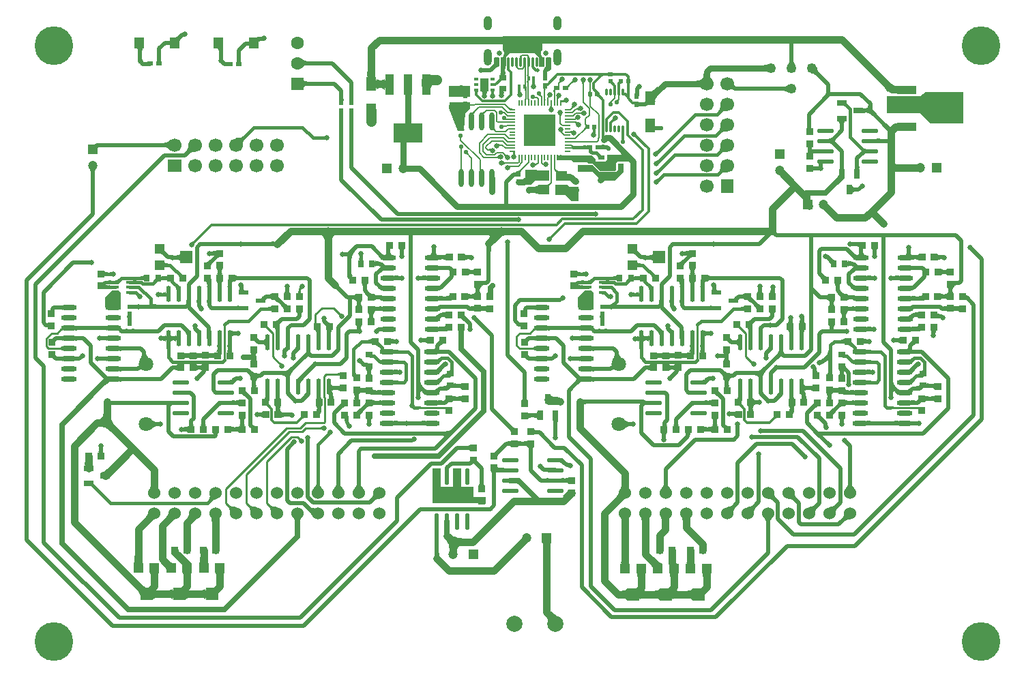
<source format=gtl>
G04*
G04 #@! TF.GenerationSoftware,Altium Limited,Altium Designer,24.8.2 (39)*
G04*
G04 Layer_Physical_Order=1*
G04 Layer_Color=255*
%FSLAX25Y25*%
%MOIN*%
G70*
G04*
G04 #@! TF.SameCoordinates,EEE2A11A-5DF4-4F78-A986-74189AFA003E*
G04*
G04*
G04 #@! TF.FilePolarity,Positive*
G04*
G01*
G75*
%ADD12C,0.01000*%
%ADD16C,0.02500*%
%ADD18C,0.00800*%
%ADD19R,0.01378X0.02165*%
%ADD20R,0.06299X0.05906*%
%ADD21R,0.04724X0.04724*%
%ADD22R,0.04724X0.04724*%
%ADD23R,0.05906X0.06299*%
%ADD24R,0.04842X0.05354*%
%ADD25R,0.04921X0.02756*%
%ADD26R,0.02756X0.04921*%
%ADD27R,0.03543X0.01575*%
%ADD28R,0.04921X0.02362*%
%ADD29R,0.09724X0.03858*%
%ADD30R,0.09724X0.14173*%
%ADD31R,0.05512X0.04724*%
%ADD32R,0.14173X0.09213*%
%ADD33R,0.04331X0.09843*%
%ADD34R,0.05102X0.06919*%
%ADD35R,0.03150X0.03543*%
%ADD36R,0.03543X0.03150*%
%ADD37R,0.01968X0.01378*%
%ADD38R,0.03937X0.06299*%
%ADD39O,0.08051X0.02315*%
%ADD40O,0.02480X0.08858*%
%ADD41O,0.02315X0.08051*%
%ADD42O,0.01181X0.03937*%
%ADD43O,0.07760X0.02370*%
%ADD44O,0.02260X0.08024*%
G04:AMPARAMS|DCode=45|XSize=23.62mil|YSize=45.28mil|CornerRadius=2.95mil|HoleSize=0mil|Usage=FLASHONLY|Rotation=180.000|XOffset=0mil|YOffset=0mil|HoleType=Round|Shape=RoundedRectangle|*
%AMROUNDEDRECTD45*
21,1,0.02362,0.03937,0,0,180.0*
21,1,0.01772,0.04528,0,0,180.0*
1,1,0.00591,-0.00886,0.01968*
1,1,0.00591,0.00886,0.01968*
1,1,0.00591,0.00886,-0.01968*
1,1,0.00591,-0.00886,-0.01968*
%
%ADD45ROUNDEDRECTD45*%
G04:AMPARAMS|DCode=46|XSize=11.81mil|YSize=45.28mil|CornerRadius=1.48mil|HoleSize=0mil|Usage=FLASHONLY|Rotation=180.000|XOffset=0mil|YOffset=0mil|HoleType=Round|Shape=RoundedRectangle|*
%AMROUNDEDRECTD46*
21,1,0.01181,0.04232,0,0,180.0*
21,1,0.00886,0.04528,0,0,180.0*
1,1,0.00295,-0.00443,0.02116*
1,1,0.00295,0.00443,0.02116*
1,1,0.00295,0.00443,-0.02116*
1,1,0.00295,-0.00443,-0.02116*
%
%ADD46ROUNDEDRECTD46*%
%ADD100R,0.03402X0.03175*%
%ADD101R,0.02126X0.03111*%
%ADD102R,0.03111X0.02126*%
%ADD103R,0.02126X0.02227*%
%ADD104R,0.03175X0.03402*%
%ADD105C,0.04921*%
%ADD106R,0.02618X0.00787*%
%ADD107R,0.00787X0.02618*%
%ADD108R,0.15748X0.15748*%
%ADD109R,0.02227X0.02126*%
%ADD110C,0.03500*%
%ADD111C,0.02000*%
%ADD112C,0.02800*%
%ADD113C,0.03000*%
%ADD114C,0.01200*%
%ADD115C,0.00700*%
%ADD116C,0.00780*%
%ADD117C,0.01500*%
%ADD118C,0.05000*%
%ADD119C,0.03100*%
%ADD120C,0.01800*%
%ADD121R,0.04724X0.04724*%
%ADD122C,0.04724*%
%ADD123R,0.04724X0.04724*%
%ADD124C,0.18898*%
%ADD125C,0.07087*%
%ADD126O,0.03937X0.08268*%
%ADD127C,0.02559*%
%ADD128O,0.03937X0.07087*%
%ADD129R,0.06299X0.06299*%
%ADD130C,0.06299*%
%ADD131C,0.07874*%
%ADD132C,0.06000*%
%ADD133R,0.06693X0.06299*%
%ADD134C,0.06693*%
%ADD135R,0.06299X0.06693*%
%ADD136C,0.02500*%
%ADD137C,0.02100*%
%ADD138C,0.02400*%
%ADD139C,0.02000*%
%ADD140C,0.01800*%
G36*
X82406Y315185D02*
X82026Y314793D01*
X81424Y314094D01*
X81202Y313787D01*
X81033Y313509D01*
X80917Y313259D01*
X80854Y313038D01*
X80843Y312845D01*
X80885Y312681D01*
X80980Y312546D01*
X78353Y315173D01*
X78488Y315078D01*
X78653Y315036D01*
X78845Y315047D01*
X79066Y315110D01*
X79316Y315226D01*
X79594Y315395D01*
X79901Y315617D01*
X80236Y315892D01*
X80992Y316599D01*
X82406Y315185D01*
D02*
G37*
G36*
X121617Y313504D02*
X121236Y313494D01*
X120894Y313464D01*
X120593Y313414D01*
X120332Y313344D01*
X120110Y313254D01*
X119929Y313144D01*
X119788Y313014D01*
X119687Y312864D01*
X119626Y312694D01*
X119605Y312504D01*
X119617Y315053D01*
X119637Y315138D01*
X119697Y315215D01*
X119797Y315283D01*
X119937Y315342D01*
X120117Y315391D01*
X120337Y315432D01*
X120597Y315464D01*
X121237Y315500D01*
X121617Y315504D01*
Y313504D01*
D02*
G37*
G36*
X381193Y312583D02*
X381152Y312439D01*
X381117Y312230D01*
X381086Y311957D01*
X381021Y310750D01*
X381000Y308964D01*
X379000D01*
X378998Y309624D01*
X378807Y312583D01*
X378762Y312663D01*
X381238D01*
X381193Y312583D01*
D02*
G37*
G36*
X63497Y309835D02*
X63327Y309774D01*
X63177Y309675D01*
X63047Y309535D01*
X62937Y309354D01*
X62847Y309135D01*
X62777Y308875D01*
X62727Y308575D01*
X62697Y308235D01*
X62687Y307855D01*
X60687D01*
X60677Y308235D01*
X60647Y308575D01*
X60597Y308875D01*
X60527Y309135D01*
X60437Y309354D01*
X60327Y309535D01*
X60197Y309675D01*
X60047Y309774D01*
X59877Y309835D01*
X59687Y309855D01*
X63687D01*
X63497Y309835D01*
D02*
G37*
G36*
X102370Y309702D02*
X102332Y309642D01*
X102298Y309542D01*
X102268Y309402D01*
X102244Y309222D01*
X102207Y308742D01*
X102187Y307722D01*
X100187D01*
X100177Y308102D01*
X100147Y308442D01*
X100097Y308742D01*
X100027Y309002D01*
X99937Y309222D01*
X99827Y309402D01*
X99697Y309542D01*
X99547Y309642D01*
X99377Y309702D01*
X99187Y309722D01*
X102413D01*
X102370Y309702D01*
D02*
G37*
G36*
X251726Y305859D02*
X251739Y305680D01*
X251749Y305608D01*
X251763Y305546D01*
X251780Y305497D01*
X251800Y305458D01*
X251823Y305431D01*
X251849Y305415D01*
X251878Y305410D01*
X250989Y305379D01*
X250980Y305382D01*
X250973Y305397D01*
X250967Y305425D01*
X250961Y305465D01*
X250953Y305582D01*
X250946Y305965D01*
X251725D01*
X251726Y305859D01*
D02*
G37*
G36*
X248188Y305797D02*
X248161Y305395D01*
X248153Y305381D01*
X248145Y305379D01*
X247322Y305410D01*
X247339Y305415D01*
X247354Y305429D01*
X247367Y305453D01*
X247378Y305487D01*
X247387Y305531D01*
X247395Y305585D01*
X247406Y305722D01*
X247409Y305899D01*
X248188D01*
X248188Y305797D01*
D02*
G37*
G36*
X381010Y303953D02*
X381039Y303661D01*
X381087Y303374D01*
X381154Y303092D01*
X381241Y302813D01*
X381347Y302538D01*
X381473Y302268D01*
X381617Y302002D01*
X381781Y301740D01*
X381965Y301482D01*
X378035D01*
X378219Y301740D01*
X378383Y302002D01*
X378527Y302268D01*
X378653Y302538D01*
X378759Y302813D01*
X378846Y303092D01*
X378913Y303374D01*
X378961Y303661D01*
X378990Y303953D01*
X379000Y304248D01*
X381000D01*
X381010Y303953D01*
D02*
G37*
G36*
X258200Y308833D02*
X258042Y308674D01*
X257697Y307842D01*
Y306941D01*
X258042Y306109D01*
X258678Y305473D01*
X259274Y305226D01*
X259300Y305200D01*
Y300700D01*
X256700D01*
Y305400D01*
X256600D01*
X256355Y305645D01*
X256334Y305695D01*
X256285Y305715D01*
X254600Y307400D01*
X242100D01*
X240500Y305800D01*
Y300900D01*
X240211D01*
X240208Y300888D01*
X240175Y300747D01*
X240146Y300576D01*
X240102Y300142D01*
X240076Y299587D01*
X240068Y299007D01*
X240074Y298695D01*
X240129Y298055D01*
X240178Y297795D01*
X240240Y297575D01*
X240316Y297395D01*
X240406Y297255D01*
X240510Y297155D01*
X240628Y297095D01*
X240760Y297075D01*
X237240D01*
X237397Y297095D01*
X237538Y297155D01*
X237662Y297255D01*
X237769Y297395D01*
X237860Y297575D01*
X237935Y297795D01*
X237993Y298055D01*
X238034Y298355D01*
X238059Y298695D01*
X238066Y299007D01*
X237988Y300900D01*
X237800D01*
Y305188D01*
X238487Y305473D01*
X239124Y306109D01*
X239469Y306941D01*
Y307842D01*
X239124Y308674D01*
X238900Y308898D01*
Y315600D01*
X258200D01*
Y308833D01*
D02*
G37*
G36*
X246185Y300937D02*
X246192Y300922D01*
X246199Y300896D01*
X246204Y300857D01*
X246213Y300743D01*
X246220Y300370D01*
X245441D01*
X245439Y300473D01*
X245419Y300717D01*
X245406Y300776D01*
X245391Y300825D01*
X245373Y300862D01*
X245353Y300888D01*
X245329Y300904D01*
X245304Y300908D01*
X246177Y300939D01*
X246185Y300937D01*
D02*
G37*
G36*
X141083Y304480D02*
X141325Y304275D01*
X141574Y304093D01*
X141827Y303936D01*
X142087Y303803D01*
X142351Y303694D01*
X142622Y303609D01*
X142897Y303548D01*
X143179Y303512D01*
X143466Y303500D01*
X143452Y301500D01*
X143166Y301488D01*
X142885Y301452D01*
X142609Y301392D01*
X142338Y301308D01*
X142072Y301200D01*
X141811Y301068D01*
X141555Y300912D01*
X141304Y300733D01*
X141059Y300529D01*
X140818Y300301D01*
X140846Y304710D01*
X141083Y304480D01*
D02*
G37*
G36*
X236981Y300924D02*
X236794Y300877D01*
X236600Y300808D01*
X236400Y300718D01*
X236193Y300607D01*
X235979Y300474D01*
X235759Y300320D01*
X235298Y299946D01*
X235057Y299728D01*
X234810Y299488D01*
X233395Y300902D01*
X233776Y301297D01*
X234379Y302012D01*
X234601Y302332D01*
X234770Y302627D01*
X234886Y302898D01*
X234949Y303143D01*
X234960Y303364D01*
X234917Y303560D01*
X234822Y303731D01*
X236981Y300924D01*
D02*
G37*
G36*
X254977Y300080D02*
X255183Y299904D01*
X255239Y299866D01*
X255289Y299837D01*
X255334Y299819D01*
X255372Y299810D01*
X255404Y299811D01*
X255431Y299822D01*
X255129Y298509D01*
X254170Y299189D01*
X254897Y300159D01*
X254977Y300080D01*
D02*
G37*
G36*
X368463Y298079D02*
X368334Y298159D01*
X368158Y298230D01*
X367934Y298294D01*
X367664Y298348D01*
X367346Y298395D01*
X366569Y298462D01*
X365049Y298500D01*
Y301500D01*
X365603Y301504D01*
X367664Y301652D01*
X367934Y301706D01*
X368158Y301770D01*
X368334Y301841D01*
X368463Y301921D01*
Y298079D01*
D02*
G37*
G36*
X260634Y297063D02*
X258532D01*
X258553Y297078D01*
X258573Y297124D01*
X258590Y297200D01*
X258605Y297306D01*
X258627Y297610D01*
X258646Y298583D01*
X260646D01*
X260634Y297063D01*
D02*
G37*
G36*
X392490Y300030D02*
X392559Y299728D01*
X392645Y299438D01*
X392747Y299158D01*
X392867Y298889D01*
X393002Y298630D01*
X393155Y298382D01*
X393323Y298145D01*
X393509Y297919D01*
X393711Y297703D01*
X392297Y296289D01*
X392081Y296491D01*
X391855Y296676D01*
X391618Y296845D01*
X391370Y296998D01*
X391111Y297133D01*
X390842Y297253D01*
X390562Y297355D01*
X390272Y297441D01*
X389970Y297510D01*
X389658Y297563D01*
X392437Y300342D01*
X392490Y300030D01*
D02*
G37*
G36*
X251535Y296701D02*
X251547Y296567D01*
X251566Y296449D01*
X251594Y296346D01*
X251629Y296259D01*
X251672Y296187D01*
X251722Y296132D01*
X251781Y296092D01*
X251847Y296067D01*
X251921Y296059D01*
X250823Y296071D01*
X250809Y296078D01*
X250797Y296102D01*
X250786Y296141D01*
X250777Y296196D01*
X250769Y296266D01*
X250754Y296570D01*
X250751Y296851D01*
X251531D01*
X251535Y296701D01*
D02*
G37*
G36*
X176341Y298802D02*
X176459Y297227D01*
X176530Y296842D01*
X176617Y296527D01*
X176719Y296282D01*
X176838Y296107D01*
X176972Y296002D01*
X177122Y295967D01*
X172044D01*
X172193Y296002D01*
X172328Y296107D01*
X172446Y296282D01*
X172549Y296527D01*
X172635Y296842D01*
X172706Y297227D01*
X172762Y297682D01*
X172825Y298802D01*
X172833Y299467D01*
X176333D01*
X176341Y298802D01*
D02*
G37*
G36*
X292584Y298054D02*
X292620Y297968D01*
X292680Y297893D01*
X292764Y297828D01*
X292872Y297773D01*
X293004Y297728D01*
X293160Y297693D01*
X293340Y297668D01*
X293544Y297653D01*
X293772Y297648D01*
Y296447D01*
X293544Y296443D01*
X293160Y296402D01*
X293004Y296367D01*
X292872Y296322D01*
X292764Y296267D01*
X292680Y296202D01*
X292620Y296127D01*
X292584Y296041D01*
X292572Y295946D01*
Y298149D01*
X292584Y298054D01*
D02*
G37*
G36*
X290470Y295946D02*
X290458Y296041D01*
X290422Y296127D01*
X290362Y296202D01*
X290278Y296267D01*
X290170Y296322D01*
X290038Y296367D01*
X289882Y296402D01*
X289702Y296427D01*
X289498Y296443D01*
X289270Y296447D01*
Y297648D01*
X289498Y297653D01*
X289882Y297693D01*
X290038Y297728D01*
X290170Y297773D01*
X290278Y297828D01*
X290362Y297893D01*
X290422Y297968D01*
X290458Y298054D01*
X290470Y298149D01*
Y295946D01*
D02*
G37*
G36*
X289069Y296447D02*
X288832Y296439D01*
X288603Y296413D01*
X288381Y296371D01*
X288165Y296312D01*
X287957Y296235D01*
X287755Y296142D01*
X287561Y296032D01*
X287374Y295904D01*
X287194Y295760D01*
X287020Y295599D01*
X285323D01*
X285473Y295760D01*
X285581Y295904D01*
X285648Y296032D01*
X285675Y296142D01*
X285660Y296235D01*
X285604Y296312D01*
X285508Y296371D01*
X285370Y296413D01*
X285191Y296439D01*
X284972Y296447D01*
X287620Y297648D01*
X289069Y296447D01*
D02*
G37*
G36*
X340091Y297172D02*
X340116Y296844D01*
X340159Y296535D01*
X340217Y296245D01*
X340293Y295975D01*
X340386Y295724D01*
X340495Y295491D01*
X340622Y295278D01*
X340765Y295084D01*
X340925Y294910D01*
X336240D01*
X336400Y295084D01*
X336543Y295278D01*
X336670Y295491D01*
X336779Y295724D01*
X336872Y295975D01*
X336948Y296245D01*
X337007Y296535D01*
X337049Y296844D01*
X337074Y297172D01*
X337083Y297519D01*
X340083D01*
X340091Y297172D01*
D02*
G37*
G36*
X181386Y288712D02*
X181351Y289045D01*
X181246Y289342D01*
X181070Y289605D01*
X180824Y289832D01*
X180508Y290025D01*
X180122Y290182D01*
X179666Y290305D01*
X179234Y290377D01*
X178837Y290337D01*
X178382Y290240D01*
X177997Y290115D01*
X177682Y289962D01*
X177437Y289781D01*
X177262Y289573D01*
X177157Y289336D01*
X177122Y289072D01*
Y295712D01*
X177157Y295380D01*
X177262Y295082D01*
X177437Y294820D01*
X177682Y294592D01*
X177997Y294400D01*
X178382Y294242D01*
X178837Y294120D01*
X179251Y294051D01*
X179666Y294120D01*
X180122Y294242D01*
X180508Y294400D01*
X180824Y294592D01*
X181070Y294820D01*
X181246Y295082D01*
X181351Y295380D01*
X181386Y295712D01*
Y288712D01*
D02*
G37*
G36*
X238937Y293961D02*
X238845Y294028D01*
X238736Y294061D01*
X238609Y294059D01*
X238465Y294024D01*
X238304Y293955D01*
X238126Y293852D01*
X237930Y293715D01*
X237718Y293544D01*
X237240Y293101D01*
X236392Y293949D01*
X236631Y294196D01*
X237006Y294639D01*
X237143Y294834D01*
X237246Y295013D01*
X237315Y295174D01*
X237351Y295318D01*
X237352Y295444D01*
X237319Y295554D01*
X237252Y295646D01*
X238937Y293961D01*
D02*
G37*
G36*
X274094Y293173D02*
X273966Y293178D01*
X273842Y293173D01*
X273724Y293159D01*
X273610Y293137D01*
X273501Y293105D01*
X273396Y293063D01*
X273297Y293013D01*
X273202Y292953D01*
X273113Y292885D01*
X273028Y292807D01*
X272498Y293409D01*
X272575Y293492D01*
X272644Y293580D01*
X272706Y293674D01*
X272761Y293774D01*
X272808Y293878D01*
X272848Y293988D01*
X272881Y294104D01*
X272906Y294225D01*
X272924Y294352D01*
X272934Y294483D01*
X274094Y293173D01*
D02*
G37*
G36*
X251847Y293921D02*
X251781Y293898D01*
X251722Y293859D01*
X251672Y293805D01*
X251629Y293734D01*
X251594Y293649D01*
X251566Y293547D01*
X251547Y293430D01*
X251535Y293298D01*
X251531Y293149D01*
X250751D01*
X250752Y293298D01*
X250786Y293859D01*
X250797Y293898D01*
X250809Y293921D01*
X250823Y293929D01*
X251921D01*
X251847Y293921D01*
D02*
G37*
G36*
X268147Y293476D02*
X268015Y293444D01*
X267768Y293367D01*
X267653Y293321D01*
X267545Y293270D01*
X267442Y293215D01*
X267344Y293155D01*
X267253Y293090D01*
X267167Y293020D01*
X267088Y292946D01*
X266386Y293375D01*
X266465Y293462D01*
X266533Y293552D01*
X266590Y293647D01*
X266635Y293744D01*
X266669Y293846D01*
X266691Y293951D01*
X266702Y294060D01*
X266702Y294173D01*
X266690Y294289D01*
X266667Y294408D01*
X268147Y293476D01*
D02*
G37*
G36*
X254706Y293917D02*
X254680Y293881D01*
X254656Y293821D01*
X254636Y293737D01*
X254619Y293629D01*
X254594Y293341D01*
X254581Y292957D01*
X254579Y292729D01*
X254166D01*
X254579Y292699D01*
X254582Y292566D01*
X254602Y292325D01*
X254620Y292216D01*
X254642Y292116D01*
X254670Y292023D01*
X254702Y291939D01*
X254740Y291863D01*
X254782Y291795D01*
X254830Y291735D01*
X253084Y291846D01*
X253140Y291902D01*
X253190Y291966D01*
X253235Y292038D01*
X253273Y292120D01*
X253306Y292209D01*
X253332Y292307D01*
X253353Y292414D01*
X253368Y292530D01*
X253377Y292654D01*
X253380Y292787D01*
X253380Y292787D01*
X253382Y293929D01*
X254736D01*
X254706Y293917D01*
D02*
G37*
G36*
X282323Y293545D02*
X282244Y293444D01*
X282175Y293342D01*
X282116Y293239D01*
X282065Y293134D01*
X282024Y293027D01*
X281991Y292919D01*
X281968Y292809D01*
X281955Y292697D01*
X281950Y292584D01*
X281150Y292550D01*
X281145Y292665D01*
X281131Y292777D01*
X281106Y292886D01*
X281072Y292993D01*
X281028Y293096D01*
X280974Y293197D01*
X280911Y293295D01*
X280837Y293391D01*
X280754Y293483D01*
X280661Y293573D01*
X282410Y293643D01*
X282323Y293545D01*
D02*
G37*
G36*
X279001Y293440D02*
X278906Y293355D01*
X278820Y293266D01*
X278745Y293174D01*
X278680Y293079D01*
X278625Y292980D01*
X278580Y292878D01*
X278545Y292773D01*
X278520Y292664D01*
X278505Y292552D01*
X278500Y292437D01*
X277700Y292504D01*
X277696Y292617D01*
X277682Y292728D01*
X277660Y292839D01*
X277629Y292948D01*
X277589Y293056D01*
X277540Y293163D01*
X277483Y293269D01*
X277416Y293374D01*
X277341Y293478D01*
X277256Y293580D01*
X279001Y293440D01*
D02*
G37*
G36*
X250350Y292703D02*
X250322Y292266D01*
X250310Y292196D01*
X250295Y292141D01*
X250277Y292102D01*
X250258Y292078D01*
X250236Y292071D01*
X249181D01*
X249255Y292078D01*
X249322Y292102D01*
X249380Y292141D01*
X249431Y292196D01*
X249474Y292266D01*
X249509Y292352D01*
X249536Y292453D01*
X249556Y292570D01*
X249567Y292703D01*
X249571Y292851D01*
X250351D01*
X250350Y292703D01*
D02*
G37*
G36*
X292504Y294142D02*
X292470Y294031D01*
Y293904D01*
X292504Y293760D01*
X292572Y293599D01*
X292674Y293421D01*
X292810Y293225D01*
X292980Y293013D01*
X293421Y292538D01*
X292572Y291689D01*
X292326Y291927D01*
X291885Y292300D01*
X291690Y292436D01*
X291512Y292538D01*
X291350Y292606D01*
X291206Y292640D01*
X291079D01*
X290968Y292606D01*
X290875Y292538D01*
X292572Y294235D01*
X292504Y294142D01*
D02*
G37*
G36*
X427651Y293447D02*
X429811Y291584D01*
X430043Y291461D01*
X430161Y291434D01*
X430342Y291595D01*
X430309Y291467D01*
X430209Y291422D01*
X430161Y291434D01*
X430126Y291403D01*
X431548Y291396D01*
Y287562D01*
X431521Y287628D01*
X431438Y287687D01*
X431301Y287739D01*
X431109Y287784D01*
X430862Y287822D01*
X430203Y287877D01*
X428802Y287909D01*
Y290227D01*
X426823Y288469D01*
X426798Y288655D01*
X426724Y288873D01*
X426600Y289124D01*
X426427Y289407D01*
X426204Y289723D01*
X425610Y290453D01*
X424818Y291313D01*
X424348Y291791D01*
X427020Y294069D01*
X427651Y293447D01*
D02*
G37*
G36*
X266734Y291371D02*
X265546Y291359D01*
X265622Y291368D01*
X265690Y291392D01*
X265750Y291434D01*
X265802Y291491D01*
X265846Y291564D01*
X265882Y291653D01*
X265910Y291758D01*
X265930Y291880D01*
X265942Y292017D01*
X265946Y292171D01*
X266746D01*
X266734Y291371D01*
D02*
G37*
G36*
X296700Y292518D02*
X296598Y292482D01*
X296508Y292422D01*
X296430Y292338D01*
X296364Y292230D01*
X296310Y292098D01*
X296268Y291942D01*
X296238Y291762D01*
X296220Y291558D01*
X296214Y291330D01*
X295014D01*
X295020Y291558D01*
X295037Y291762D01*
X295066Y291942D01*
X295108Y292098D01*
X295161Y292230D01*
X295225Y292338D01*
X295302Y292422D01*
X295390Y292482D01*
X295489Y292518D01*
X295601Y292530D01*
X296814D01*
X296700Y292518D01*
D02*
G37*
G36*
X271592Y291371D02*
X271432Y291206D01*
X271181Y290910D01*
X271089Y290779D01*
X271020Y290661D01*
X270973Y290553D01*
X270950Y290457D01*
X270949Y290373D01*
X270970Y290300D01*
X271014Y290239D01*
X269895Y291359D01*
X269956Y291315D01*
X270028Y291293D01*
X270113Y291294D01*
X270209Y291318D01*
X270316Y291365D01*
X270435Y291434D01*
X270565Y291526D01*
X270707Y291640D01*
X271026Y291936D01*
X271592Y291371D01*
D02*
G37*
G36*
X141728Y294330D02*
X141789Y294160D01*
X141889Y294010D01*
X142030Y293880D01*
X142211Y293770D01*
X142433Y293680D01*
X142694Y293610D01*
X142996Y293560D01*
X143338Y293530D01*
X143720Y293520D01*
Y291520D01*
X143338Y291510D01*
X142996Y291480D01*
X142694Y291430D01*
X142433Y291360D01*
X142211Y291270D01*
X142030Y291160D01*
X141889Y291030D01*
X141789Y290880D01*
X141728Y290710D01*
X141708Y290520D01*
Y294520D01*
X141728Y294330D01*
D02*
G37*
G36*
X336193Y290177D02*
X336018Y290337D01*
X335824Y290480D01*
X335611Y290607D01*
X335379Y290716D01*
X335128Y290809D01*
X334857Y290885D01*
X334567Y290944D01*
X334259Y290986D01*
X333930Y291011D01*
X333583Y291020D01*
Y294020D01*
X333930Y294028D01*
X334259Y294053D01*
X334567Y294095D01*
X334857Y294155D01*
X335128Y294230D01*
X335379Y294323D01*
X335611Y294432D01*
X335824Y294559D01*
X336018Y294702D01*
X336193Y294862D01*
Y290177D01*
D02*
G37*
G36*
X351928Y292205D02*
X351959Y292102D01*
X352014Y291982D01*
X352094Y291847D01*
X352197Y291696D01*
X352325Y291530D01*
X352654Y291150D01*
X353079Y290707D01*
X351665Y289293D01*
X351516Y289435D01*
X351374Y289557D01*
X351239Y289658D01*
X351112Y289738D01*
X350992Y289797D01*
X350880Y289835D01*
X350774Y289852D01*
X350676Y289848D01*
X350586Y289824D01*
X350502Y289779D01*
X351922Y292294D01*
X351928Y292205D01*
D02*
G37*
G36*
X250236Y289929D02*
X250290Y289921D01*
X250339Y289898D01*
X250381Y289859D01*
X250418Y289805D01*
X250449Y289734D01*
X250475Y289649D01*
X250495Y289547D01*
X250509Y289430D01*
X250518Y289298D01*
X250521Y289149D01*
X249741D01*
X249737Y289299D01*
X249725Y289433D01*
X249706Y289551D01*
X249678Y289654D01*
X249643Y289741D01*
X249600Y289812D01*
X249550Y289868D01*
X249491Y289908D01*
X249425Y289932D01*
X249351Y289941D01*
X250236Y289929D01*
D02*
G37*
G36*
X260015Y289689D02*
X259956Y289668D01*
X259903Y289632D01*
X259858Y289582D01*
X259819Y289518D01*
X259788Y289440D01*
X259763Y289348D01*
X259746Y289241D01*
X259735Y289120D01*
X259732Y288984D01*
X259032D01*
X259028Y289120D01*
X259018Y289241D01*
X259000Y289348D01*
X258976Y289440D01*
X258944Y289518D01*
X258906Y289582D01*
X258860Y289632D01*
X258808Y289668D01*
X258748Y289689D01*
X258682Y289696D01*
X260082D01*
X260015Y289689D01*
D02*
G37*
G36*
X264831Y289261D02*
X264763Y289237D01*
X264703Y289197D01*
X264651Y289141D01*
X264607Y289069D01*
X264571Y288981D01*
X264543Y288877D01*
X264523Y288757D01*
X264511Y288621D01*
X264507Y288469D01*
X263707D01*
X263706Y288621D01*
X263669Y289237D01*
X263659Y289261D01*
X263647Y289269D01*
X264907D01*
X264831Y289261D01*
D02*
G37*
G36*
X316666Y288963D02*
X315912Y288187D01*
X314229Y286187D01*
X313863Y285630D01*
X313593Y285127D01*
X313420Y284678D01*
X313345Y284284D01*
X313366Y283945D01*
X313484Y283660D01*
X310150Y288811D01*
X310342Y288600D01*
X310586Y288484D01*
X310882Y288461D01*
X311229Y288532D01*
X311627Y288698D01*
X312077Y288957D01*
X312579Y289310D01*
X313132Y289757D01*
X314392Y290932D01*
X316666Y288963D01*
D02*
G37*
G36*
X281954Y288997D02*
X281966Y288859D01*
X281986Y288737D01*
X282014Y288631D01*
X282050Y288542D01*
X282094Y288469D01*
X282146Y288412D01*
X282206Y288371D01*
X282274Y288347D01*
X282350Y288339D01*
X280750D01*
X280826Y288347D01*
X280894Y288371D01*
X280954Y288412D01*
X281006Y288469D01*
X281050Y288542D01*
X281086Y288631D01*
X281114Y288737D01*
X281134Y288859D01*
X281146Y288997D01*
X281150Y289151D01*
X281950D01*
X281954Y288997D01*
D02*
G37*
G36*
X286096Y288268D02*
X286055Y288222D01*
X285987Y288213D01*
X285892Y288242D01*
X285866Y288256D01*
X286109Y288351D01*
X286096Y288268D01*
D02*
G37*
G36*
X378518Y288035D02*
X378260Y288219D01*
X377998Y288383D01*
X377732Y288527D01*
X377462Y288653D01*
X377187Y288759D01*
X376908Y288846D01*
X376626Y288913D01*
X376339Y288961D01*
X376047Y288990D01*
X375752Y289000D01*
Y291000D01*
X376047Y291010D01*
X376339Y291039D01*
X376626Y291087D01*
X376908Y291154D01*
X377187Y291241D01*
X377462Y291347D01*
X377732Y291473D01*
X377998Y291617D01*
X378260Y291781D01*
X378518Y291965D01*
Y288035D01*
D02*
G37*
G36*
X247679Y289917D02*
X247681Y289881D01*
X247688Y288900D01*
X247689Y288900D01*
X247692Y288768D01*
X247716Y288529D01*
X247738Y288422D01*
X247765Y288324D01*
X247798Y288235D01*
X247838Y288155D01*
X247883Y288084D01*
X247935Y288021D01*
X247992Y287967D01*
X246249Y287811D01*
X246295Y287872D01*
X246336Y287940D01*
X246372Y288017D01*
X246403Y288101D01*
X246429Y288194D01*
X246451Y288294D01*
X246467Y288403D01*
X246487Y288645D01*
X246489Y288764D01*
X246487Y288957D01*
X246429Y289737D01*
X246408Y289821D01*
X246383Y289881D01*
X246355Y289917D01*
X246323Y289929D01*
X247677D01*
X247679Y289917D01*
D02*
G37*
G36*
X226964Y288752D02*
X226901Y288716D01*
X226845Y288656D01*
X226797Y288572D01*
X226756Y288464D01*
X226723Y288332D01*
X226696Y288176D01*
X226678Y287996D01*
X226663Y287564D01*
X225463D01*
X225459Y287792D01*
X225430Y288176D01*
X225403Y288332D01*
X225370Y288464D01*
X225329Y288572D01*
X225281Y288656D01*
X225225Y288716D01*
X225162Y288752D01*
X225091Y288764D01*
X227035D01*
X226964Y288752D01*
D02*
G37*
G36*
X285009Y288947D02*
X285621Y288412D01*
X285770Y288308D01*
X285866Y288256D01*
X283918Y287499D01*
X284018Y287558D01*
X284077Y287642D01*
X284094Y287750D01*
X284070Y287883D01*
X284004Y288040D01*
X283898Y288222D01*
X283750Y288429D01*
X283560Y288660D01*
X283058Y289196D01*
X284751Y289199D01*
X285009Y288947D01*
D02*
G37*
G36*
X234839Y288752D02*
X234775Y288716D01*
X234719Y288656D01*
X234671Y288572D01*
X234630Y288464D01*
X234597Y288332D01*
X234571Y288176D01*
X234552Y287996D01*
X234547Y287869D01*
X234558Y287734D01*
X234574Y287625D01*
X234595Y287524D01*
X234620Y287432D01*
X234650Y287347D01*
X234685Y287270D01*
X234724Y287202D01*
X234768Y287141D01*
X233028Y287333D01*
X233087Y287386D01*
X233139Y287448D01*
X233186Y287519D01*
X233226Y287598D01*
X233260Y287686D01*
X233288Y287784D01*
X233309Y287890D01*
X233320Y287968D01*
X233303Y288176D01*
X233277Y288332D01*
X233244Y288464D01*
X233203Y288572D01*
X233155Y288656D01*
X233099Y288716D01*
X233035Y288752D01*
X232965Y288764D01*
X234909D01*
X234839Y288752D01*
D02*
G37*
G36*
X231780Y288842D02*
X231621Y288782D01*
X231481Y288682D01*
X231360Y288542D01*
X231258Y288362D01*
X231174Y288142D01*
X231109Y287882D01*
X231062Y287582D01*
X231034Y287242D01*
X231025Y286862D01*
X229025D01*
X229015Y287242D01*
X228986Y287582D01*
X228937Y287882D01*
X228868Y288142D01*
X228780Y288362D01*
X228672Y288542D01*
X228544Y288682D01*
X228397Y288782D01*
X228230Y288842D01*
X228044Y288862D01*
X231957D01*
X231780Y288842D01*
D02*
G37*
G36*
X239896Y288431D02*
X239770Y288378D01*
X239659Y288290D01*
X239563Y288167D01*
X239481Y288009D01*
X239414Y287816D01*
X239362Y287589D01*
X239325Y287326D01*
X239303Y287028D01*
X239296Y286696D01*
X237296D01*
X237240Y288437D01*
X240037Y288449D01*
X239896Y288431D01*
D02*
G37*
G36*
X257448Y287254D02*
X257442Y287185D01*
X257445Y287115D01*
X257457Y287047D01*
X257476Y286979D01*
X257504Y286911D01*
X257540Y286844D01*
X257584Y286778D01*
X257637Y286712D01*
X257698Y286647D01*
X257073Y286282D01*
X257010Y286342D01*
X256882Y286448D01*
X256816Y286494D01*
X256750Y286536D01*
X256683Y286573D01*
X256615Y286605D01*
X256546Y286633D01*
X256476Y286656D01*
X256405Y286674D01*
X257461Y287325D01*
X257448Y287254D01*
D02*
G37*
G36*
X223083Y286020D02*
X212583D01*
Y291520D01*
X223083D01*
Y286020D01*
D02*
G37*
G36*
X296024Y288070D02*
X296011Y288021D01*
X296000Y287951D01*
X295990Y287858D01*
X295970Y287445D01*
X295965Y286916D01*
X296159D01*
X296122Y286854D01*
X296089Y286785D01*
X296059Y286709D01*
X296034Y286626D01*
X296012Y286536D01*
X295995Y286439D01*
X295971Y286224D01*
X295966Y286105D01*
X295964Y285980D01*
X295264D01*
X295262Y286105D01*
X295233Y286439D01*
X295215Y286536D01*
X295194Y286626D01*
X295168Y286709D01*
X295139Y286785D01*
X295106Y286854D01*
X295069Y286916D01*
X295263D01*
X295263Y287059D01*
X295203Y288070D01*
X295189Y288096D01*
X296038D01*
X296024Y288070D01*
D02*
G37*
G36*
X398031Y286968D02*
X398739Y286261D01*
X395617Y285968D01*
X395886Y286257D01*
X396126Y286558D01*
X396339Y286870D01*
X396522Y287194D01*
X396678Y287529D01*
X396805Y287876D01*
X396904Y288235D01*
X396975Y288606D01*
X397017Y288989D01*
X397031Y289383D01*
X398031Y286968D01*
D02*
G37*
G36*
X294142Y286837D02*
X294098Y286753D01*
X294059Y286666D01*
X294026Y286574D01*
X293997Y286478D01*
X293974Y286379D01*
X293956Y286275D01*
X293943Y286166D01*
X293933Y285938D01*
X293233Y286022D01*
X293231Y286156D01*
X293200Y286594D01*
X293185Y286678D01*
X293168Y286753D01*
X293148Y286817D01*
X293126Y286872D01*
X293101Y286916D01*
X294191D01*
X294142Y286837D01*
D02*
G37*
G36*
X282324Y286241D02*
X282256Y286217D01*
X282196Y286177D01*
X282144Y286121D01*
X282100Y286049D01*
X282064Y285961D01*
X282036Y285857D01*
X282016Y285737D01*
X282004Y285601D01*
X282000Y285449D01*
X281200D01*
X281196Y285601D01*
X281184Y285737D01*
X281164Y285857D01*
X281136Y285961D01*
X281100Y286049D01*
X281056Y286121D01*
X281004Y286177D01*
X280944Y286217D01*
X280876Y286241D01*
X280800Y286249D01*
X282400D01*
X282324Y286241D01*
D02*
G37*
G36*
X286042Y287853D02*
X286008Y287742D01*
Y287615D01*
X286042Y287471D01*
X286109Y287310D01*
X286211Y287132D01*
X286347Y286936D01*
X286517Y286724D01*
X286958Y286249D01*
X286109Y285401D01*
X285863Y285638D01*
X285422Y286011D01*
X285227Y286147D01*
X285049Y286249D01*
X284888Y286317D01*
X284743Y286351D01*
X284616D01*
X284506Y286317D01*
X284412Y286249D01*
X286109Y287946D01*
X286042Y287853D01*
D02*
G37*
G36*
X266621Y285516D02*
X266518Y285481D01*
X266427Y285437D01*
X266346Y285382D01*
X266276Y285319D01*
X266216Y285245D01*
X266168Y285163D01*
X266130Y285070D01*
X266103Y284968D01*
X266087Y284857D01*
X266082Y284736D01*
X265282Y284874D01*
X265280Y285052D01*
X265236Y285690D01*
X265216Y285830D01*
X265166Y286087D01*
X265135Y286204D01*
X265100Y286314D01*
X266621Y285516D01*
D02*
G37*
G36*
X259763Y284317D02*
X259000D01*
X259006Y284324D01*
X259011Y284345D01*
X259016Y284380D01*
X259024Y284492D01*
X259032Y285017D01*
X259732D01*
X259763Y284317D01*
D02*
G37*
G36*
X258189D02*
X257426D01*
X257432Y284324D01*
X257437Y284345D01*
X257442Y284380D01*
X257450Y284492D01*
X257458Y285017D01*
X258158D01*
X258189Y284317D01*
D02*
G37*
G36*
X166051Y284010D02*
X163949D01*
X163959Y284030D01*
X163967Y284089D01*
X163975Y284190D01*
X163998Y285290D01*
X164000Y286010D01*
X166000D01*
X166051Y284010D01*
D02*
G37*
G36*
X161112Y283982D02*
X159010D01*
X159020Y284002D01*
X159029Y284062D01*
X159036Y284162D01*
X159059Y285262D01*
X159061Y285982D01*
X161061D01*
X161112Y283982D01*
D02*
G37*
G36*
X295679Y284411D02*
X295618Y284346D01*
X295566Y284280D01*
X295521Y284214D01*
X295485Y284147D01*
X295458Y284079D01*
X295438Y284011D01*
X295427Y283943D01*
X295424Y283874D01*
X295429Y283804D01*
X295442Y283733D01*
X294386Y284384D01*
X294457Y284402D01*
X294527Y284425D01*
X294596Y284453D01*
X294664Y284485D01*
X294731Y284522D01*
X294798Y284564D01*
X294863Y284610D01*
X294991Y284716D01*
X295054Y284776D01*
X295679Y284411D01*
D02*
G37*
G36*
X269318Y283161D02*
X269201Y283231D01*
X268971Y283348D01*
X268857Y283396D01*
X268743Y283437D01*
X268631Y283470D01*
X268520Y283496D01*
X268409Y283514D01*
X268300Y283525D01*
X268298Y283525D01*
X268284Y283525D01*
X268146Y283513D01*
X268025Y283493D01*
X267920Y283465D01*
X267830Y283429D01*
X267757Y283385D01*
X267700Y283333D01*
X267659Y283273D01*
X267634Y283205D01*
X267625Y283129D01*
X267637Y284317D01*
X267645Y284319D01*
X267669Y284321D01*
X267837Y284326D01*
X267988Y284327D01*
X267987Y284329D01*
X268105Y284334D01*
X268217Y284350D01*
X268324Y284377D01*
X268425Y284414D01*
X268520Y284462D01*
X268609Y284521D01*
X268693Y284591D01*
X268771Y284671D01*
X268844Y284761D01*
X268911Y284863D01*
X269318Y283161D01*
D02*
G37*
G36*
X406936Y283640D02*
X406894Y283502D01*
X406896Y283344D01*
X406939Y283164D01*
X407025Y282963D01*
X407154Y282740D01*
X407325Y282495D01*
X407538Y282230D01*
X408092Y281634D01*
X407031Y280573D01*
X406723Y280871D01*
X406170Y281340D01*
X405925Y281511D01*
X405702Y281640D01*
X405501Y281726D01*
X405321Y281769D01*
X405163Y281771D01*
X405026Y281729D01*
X404910Y281646D01*
X407019Y283755D01*
X406936Y283640D01*
D02*
G37*
G36*
X262937Y281455D02*
X262951Y281343D01*
X262976Y281234D01*
X263010Y281127D01*
X263054Y281024D01*
X263108Y280923D01*
X263171Y280825D01*
X263245Y280730D01*
X263328Y280637D01*
X263421Y280547D01*
X261672Y280476D01*
X261759Y280574D01*
X261838Y280675D01*
X261906Y280777D01*
X261966Y280880D01*
X262017Y280985D01*
X262058Y281092D01*
X262090Y281201D01*
X262113Y281311D01*
X262127Y281422D01*
X262132Y281536D01*
X262932Y281570D01*
X262937Y281455D01*
D02*
G37*
G36*
X274283Y281063D02*
X274155Y281015D01*
X273806Y280854D01*
X273701Y280796D01*
X273508Y280670D01*
X273420Y280603D01*
X273262Y280462D01*
X272472Y280803D01*
X272552Y280891D01*
X272620Y280982D01*
X272674Y281075D01*
X272716Y281170D01*
X272744Y281268D01*
X272760Y281369D01*
X272763Y281472D01*
X272753Y281577D01*
X272730Y281685D01*
X272694Y281796D01*
X274283Y281063D01*
D02*
G37*
G36*
X419463Y281674D02*
X419477Y281280D01*
X419520Y280897D01*
X419590Y280527D01*
X419689Y280168D01*
X419816Y279820D01*
X419972Y279485D01*
X420156Y279161D01*
X420368Y278849D01*
X420609Y278548D01*
X420877Y278260D01*
X419463Y276846D01*
X419174Y277114D01*
X418874Y277355D01*
X418562Y277567D01*
X418238Y277751D01*
X417902Y277906D01*
X417555Y278033D01*
X417196Y278132D01*
X416825Y278203D01*
X416443Y278246D01*
X416408Y278247D01*
X415405Y278168D01*
X415225Y278128D01*
X415085Y278080D01*
X414985Y278026D01*
X414925Y277963D01*
X414905Y277894D01*
Y280626D01*
X414925Y280556D01*
X414985Y280494D01*
X415085Y280439D01*
X415225Y280391D01*
X415405Y280351D01*
X415625Y280318D01*
X415927Y280295D01*
X416183Y280340D01*
X416483Y280440D01*
X416743Y280580D01*
X416963Y280760D01*
X417143Y280980D01*
X417283Y281240D01*
X417383Y281540D01*
X417443Y281880D01*
X417463Y282260D01*
X419463Y281674D01*
D02*
G37*
G36*
X242474Y280639D02*
X242755Y280403D01*
X242881Y280316D01*
X242999Y280250D01*
X243108Y280203D01*
X243207Y280177D01*
X243298Y280172D01*
X243379Y280186D01*
X243452Y280221D01*
X242308Y279458D01*
X242302Y279504D01*
X242285Y279556D01*
X242257Y279616D01*
X242217Y279683D01*
X242166Y279757D01*
X242030Y279927D01*
X241849Y280124D01*
X241742Y280234D01*
X242320Y280787D01*
X242474Y280639D01*
D02*
G37*
G36*
X276223Y279265D02*
X276105Y279332D01*
X275870Y279445D01*
X275755Y279490D01*
X275529Y279561D01*
X275417Y279585D01*
X275307Y279603D01*
X275198Y279613D01*
X275090Y279617D01*
X274860Y280417D01*
X274978Y280422D01*
X275090Y280438D01*
X275196Y280465D01*
X275296Y280503D01*
X275390Y280551D01*
X275478Y280611D01*
X275559Y280680D01*
X275635Y280761D01*
X275705Y280853D01*
X275768Y280955D01*
X276223Y279265D01*
D02*
G37*
G36*
X230253Y278316D02*
X230117Y278174D01*
X229904Y277916D01*
X229828Y277801D01*
X229772Y277696D01*
X229736Y277599D01*
X229721Y277512D01*
X229726Y277433D01*
X229751Y277364D01*
X229797Y277304D01*
X228674Y278423D01*
X228734Y278378D01*
X228803Y278353D01*
X228882Y278348D01*
X228970Y278363D01*
X229066Y278399D01*
X229172Y278455D01*
X229287Y278531D01*
X229411Y278627D01*
X229544Y278744D01*
X229687Y278881D01*
X230253Y278316D01*
D02*
G37*
G36*
X225254Y278314D02*
X225117Y278172D01*
X224904Y277915D01*
X224828Y277800D01*
X224772Y277694D01*
X224737Y277597D01*
X224722Y277510D01*
X224727Y277431D01*
X224752Y277362D01*
X224797Y277302D01*
X223676Y278423D01*
X223736Y278378D01*
X223805Y278352D01*
X223884Y278348D01*
X223971Y278363D01*
X224068Y278398D01*
X224174Y278454D01*
X224289Y278530D01*
X224413Y278627D01*
X224546Y278743D01*
X224688Y278880D01*
X225254Y278314D01*
D02*
G37*
G36*
X348549Y279173D02*
X348116Y279168D01*
X347328Y279101D01*
X346973Y279039D01*
X346644Y278957D01*
X346340Y278856D01*
X346063Y278737D01*
X345812Y278598D01*
X345586Y278440D01*
X345387Y278263D01*
X344326Y279324D01*
X344503Y279524D01*
X344661Y279749D01*
X344800Y280000D01*
X344919Y280277D01*
X345020Y280581D01*
X345101Y280910D01*
X345164Y281265D01*
X345207Y281646D01*
X345231Y282053D01*
X345236Y282486D01*
X348549Y279173D01*
D02*
G37*
G36*
X277597Y277154D02*
X277518Y277252D01*
X277435Y277340D01*
X277348Y277417D01*
X277257Y277484D01*
X277161Y277541D01*
X277062Y277587D01*
X276958Y277623D01*
X276850Y277649D01*
X276738Y277664D01*
X276621Y277670D01*
X276737Y278470D01*
X276849Y278474D01*
X276959Y278486D01*
X277070Y278507D01*
X277180Y278537D01*
X277290Y278574D01*
X277400Y278620D01*
X277509Y278675D01*
X277618Y278737D01*
X277726Y278809D01*
X277834Y278888D01*
X277597Y277154D01*
D02*
G37*
G36*
X267767Y277433D02*
X267687Y277336D01*
X267615Y277238D01*
X267554Y277137D01*
X267501Y277034D01*
X267459Y276928D01*
X267425Y276821D01*
X267402Y276711D01*
X267387Y276600D01*
X267383Y276485D01*
X266583D01*
X266578Y276600D01*
X266564Y276711D01*
X266540Y276821D01*
X266507Y276928D01*
X266464Y277034D01*
X266412Y277137D01*
X266350Y277238D01*
X266279Y277336D01*
X266198Y277433D01*
X266108Y277527D01*
X267858D01*
X267767Y277433D01*
D02*
G37*
G36*
X166041Y278379D02*
X166033Y278319D01*
X166025Y278219D01*
X166002Y277118D01*
X166000Y276398D01*
X164000D01*
X163949Y278398D01*
X166051D01*
X166041Y278379D01*
D02*
G37*
G36*
X161091Y278351D02*
X161072Y278291D01*
X161055Y278191D01*
X161040Y278051D01*
X161010Y277391D01*
X161000Y276371D01*
X159000D01*
X159010Y278371D01*
X161112D01*
X161091Y278351D01*
D02*
G37*
G36*
X294070Y274470D02*
X293992Y274466D01*
X293912Y274452D01*
X293830Y274428D01*
X293746Y274395D01*
X293660Y274352D01*
X293572Y274299D01*
X293483Y274236D01*
X293391Y274164D01*
X293201Y273990D01*
X292353Y274838D01*
X292445Y274934D01*
X292599Y275120D01*
X292662Y275209D01*
X292715Y275297D01*
X292758Y275383D01*
X292791Y275467D01*
X292815Y275549D01*
X292829Y275629D01*
X292833Y275707D01*
X294070Y274470D01*
D02*
G37*
G36*
X463883Y272920D02*
X448083D01*
X443083Y277920D01*
X426483D01*
Y286220D01*
X426583Y286320D01*
X443083D01*
X445583Y288320D01*
X463883D01*
Y272920D01*
D02*
G37*
G36*
X274803Y273752D02*
X274882Y273691D01*
X274962Y273641D01*
X275044Y273603D01*
X275126Y273576D01*
X275209Y273560D01*
X275294Y273555D01*
X275380Y273561D01*
X275466Y273578D01*
X275554Y273607D01*
X274769Y272241D01*
X274749Y272338D01*
X274723Y272434D01*
X274689Y272529D01*
X274647Y272624D01*
X274598Y272718D01*
X274541Y272811D01*
X274477Y272904D01*
X274405Y272996D01*
X274240Y273177D01*
X274725Y273823D01*
X274803Y273752D01*
D02*
G37*
G36*
X406393Y274146D02*
X406223Y274085D01*
X406073Y273985D01*
X405943Y273844D01*
X405833Y273663D01*
X405743Y273441D01*
X405673Y273180D01*
X405623Y272878D01*
X405593Y272536D01*
X405583Y272154D01*
X403583D01*
X403573Y272536D01*
X403543Y272878D01*
X403493Y273180D01*
X403423Y273441D01*
X403333Y273663D01*
X403223Y273844D01*
X403093Y273985D01*
X402943Y274085D01*
X402773Y274146D01*
X402583Y274166D01*
X406583D01*
X406393Y274146D01*
D02*
G37*
G36*
X280255Y270469D02*
X280190Y270512D01*
X280115Y270532D01*
X280029Y270531D01*
X279932Y270508D01*
X279824Y270462D01*
X279706Y270395D01*
X279577Y270305D01*
X279436Y270193D01*
X279124Y269903D01*
X278507Y270418D01*
X278668Y270585D01*
X278920Y270882D01*
X279011Y271013D01*
X279080Y271132D01*
X279124Y271239D01*
X279146Y271334D01*
X279145Y271418D01*
X279121Y271490D01*
X279073Y271550D01*
X280255Y270469D01*
D02*
G37*
G36*
X223083Y282500D02*
X223123Y282484D01*
X223228Y282456D01*
X223350Y282436D01*
X223488Y282424D01*
X223642Y282420D01*
Y281620D01*
X223488Y281616D01*
X223350Y281604D01*
X223228Y281584D01*
X223123Y281556D01*
X223083Y281540D01*
Y280520D01*
X220583Y278020D01*
X220083Y270020D01*
X220213Y269889D01*
X220060Y269520D01*
X217083D01*
X212583Y280520D01*
X213083Y283520D01*
X223083D01*
Y282500D01*
D02*
G37*
G36*
X234781Y271100D02*
X234771Y271016D01*
X234779Y270924D01*
X234806Y270825D01*
X234852Y270719D01*
X234917Y270604D01*
X235000Y270482D01*
X235102Y270353D01*
X235222Y270216D01*
X235362Y270071D01*
X234961Y269340D01*
X234820Y269475D01*
X234571Y269680D01*
X234463Y269749D01*
X234365Y269796D01*
X234278Y269821D01*
X234202Y269825D01*
X234137Y269806D01*
X234083Y269766D01*
X234039Y269703D01*
X234809Y271177D01*
X234781Y271100D01*
D02*
G37*
G36*
X284527Y270457D02*
X284425Y270421D01*
X284335Y270361D01*
X284257Y270277D01*
X284191Y270169D01*
X284137Y270037D01*
X284095Y269881D01*
X284065Y269701D01*
X284047Y269497D01*
X284041Y269269D01*
X282841D01*
X282838Y269497D01*
X282809Y269881D01*
X282784Y270037D01*
X282751Y270169D01*
X282712Y270277D01*
X282665Y270361D01*
X282611Y270421D01*
X282550Y270457D01*
X282481Y270469D01*
X284641D01*
X284527Y270457D01*
D02*
G37*
G36*
X426268Y272872D02*
X428495Y270915D01*
X428584Y270890D01*
X426833Y269139D01*
X426808Y269227D01*
X426735Y269358D01*
X426612Y269531D01*
X426441Y269746D01*
X425633Y270645D01*
X424385Y271923D01*
X425799Y273338D01*
X426268Y272872D01*
D02*
G37*
G36*
X348549Y269173D02*
X348116Y269168D01*
X347328Y269101D01*
X346973Y269039D01*
X346644Y268957D01*
X346340Y268857D01*
X346063Y268737D01*
X345812Y268598D01*
X345586Y268440D01*
X345387Y268264D01*
X344326Y269324D01*
X344503Y269524D01*
X344661Y269749D01*
X344800Y270000D01*
X344919Y270278D01*
X345020Y270581D01*
X345101Y270910D01*
X345164Y271265D01*
X345207Y271646D01*
X345231Y272053D01*
X345236Y272486D01*
X348549Y269173D01*
D02*
G37*
G36*
X284041Y269056D02*
X284044Y268923D01*
X284062Y268681D01*
X284078Y268572D01*
X284099Y268471D01*
X284124Y268378D01*
X284154Y268294D01*
X284188Y268217D01*
X284227Y268148D01*
X284270Y268088D01*
X282532Y268286D01*
X282590Y268339D01*
X282643Y268400D01*
X282689Y268471D01*
X282730Y268550D01*
X282764Y268638D01*
X282792Y268736D01*
X282814Y268842D01*
X282829Y268956D01*
X282838Y269080D01*
X282841Y269213D01*
X284041Y269056D01*
D02*
G37*
G36*
X272561Y267867D02*
X272504Y267971D01*
X272441Y268063D01*
X272370Y268144D01*
X272292Y268215D01*
X272208Y268275D01*
X272117Y268323D01*
X272019Y268361D01*
X271914Y268389D01*
X271801Y268405D01*
X271683Y268410D01*
X271965Y269210D01*
X272071Y269214D01*
X272179Y269223D01*
X272288Y269239D01*
X272400Y269262D01*
X272629Y269325D01*
X272746Y269367D01*
X272986Y269469D01*
X273108Y269530D01*
X272561Y267867D01*
D02*
G37*
G36*
X304337Y267729D02*
X304351Y267649D01*
X304374Y267567D01*
X304408Y267483D01*
X304451Y267397D01*
X304504Y267309D01*
X304566Y267220D01*
X304639Y267128D01*
X304813Y266938D01*
X303964Y266090D01*
X303868Y266182D01*
X303683Y266336D01*
X303593Y266399D01*
X303505Y266452D01*
X303419Y266495D01*
X303335Y266528D01*
X303253Y266552D01*
X303173Y266566D01*
X303095Y266570D01*
X304333Y267807D01*
X304337Y267729D01*
D02*
G37*
G36*
X218861Y266341D02*
X218824Y266290D01*
X218791Y266234D01*
X218762Y266173D01*
X218738Y266107D01*
X218718Y266035D01*
X218703Y265959D01*
X218691Y265877D01*
X218685Y265790D01*
X218683Y265698D01*
X217883D01*
X217881Y265790D01*
X217863Y265959D01*
X217847Y266035D01*
X217828Y266107D01*
X217804Y266173D01*
X217775Y266234D01*
X217742Y266290D01*
X217704Y266341D01*
X217663Y266387D01*
X218903D01*
X218861Y266341D01*
D02*
G37*
G36*
X288621Y266695D02*
X288631Y266572D01*
X288647Y266457D01*
X288669Y266352D01*
X288698Y266255D01*
X288733Y266168D01*
X288774Y266090D01*
X288821Y266021D01*
X288875Y265961D01*
X288936Y265911D01*
X287204Y265656D01*
X287245Y265716D01*
X287281Y265785D01*
X287313Y265861D01*
X287341Y265946D01*
X287365Y266039D01*
X287384Y266140D01*
X287410Y266366D01*
X287416Y266492D01*
X287418Y266625D01*
X288618Y266828D01*
X288621Y266695D01*
D02*
G37*
G36*
X401981Y265635D02*
X400942Y264485D01*
X401057Y264354D01*
X401981Y263404D01*
X400606Y261950D01*
X400222Y262320D01*
X399522Y262908D01*
X399205Y263126D01*
X398911Y263294D01*
X398640Y263412D01*
X398391Y263479D01*
X398164Y263495D01*
X397960Y263461D01*
X397778Y263376D01*
X399554Y264520D01*
X397778Y265663D01*
X397960Y265579D01*
X398164Y265544D01*
X398391Y265561D01*
X398640Y265628D01*
X398911Y265745D01*
X399205Y265913D01*
X399522Y266131D01*
X399861Y266400D01*
X400222Y266720D01*
X400606Y267089D01*
X401981Y265635D01*
D02*
G37*
G36*
X151939Y265120D02*
X151909Y265144D01*
X151866Y265165D01*
X151811Y265184D01*
X151743Y265200D01*
X151664Y265214D01*
X151468Y265234D01*
X151223Y265244D01*
X151082Y265245D01*
Y266745D01*
X151223Y266747D01*
X151664Y266777D01*
X151743Y266790D01*
X151811Y266807D01*
X151866Y266825D01*
X151909Y266847D01*
X151939Y266870D01*
Y265120D01*
D02*
G37*
G36*
X421653Y265614D02*
X421760Y265594D01*
X421902Y265577D01*
X422534Y265539D01*
X423858Y265520D01*
Y263519D01*
X421580Y263404D01*
Y265636D01*
X421653Y265614D01*
D02*
G37*
G36*
X112839Y265715D02*
X112662Y265516D01*
X112504Y265290D01*
X112365Y265039D01*
X112246Y264762D01*
X112145Y264459D01*
X112064Y264129D01*
X112002Y263774D01*
X111958Y263393D01*
X111934Y262986D01*
X111929Y262553D01*
X108616Y265866D01*
X109049Y265871D01*
X109837Y265938D01*
X110192Y266001D01*
X110522Y266082D01*
X110825Y266183D01*
X111102Y266302D01*
X111353Y266441D01*
X111579Y266599D01*
X111778Y266776D01*
X112839Y265715D01*
D02*
G37*
G36*
X236655Y263084D02*
X236881Y262960D01*
X236993Y262909D01*
X237105Y262867D01*
X237216Y262832D01*
X237328Y262805D01*
X237438Y262785D01*
X237548Y262774D01*
X237658Y262770D01*
X237828Y261970D01*
X237710Y261964D01*
X237598Y261949D01*
X237491Y261922D01*
X237389Y261885D01*
X237293Y261838D01*
X237201Y261780D01*
X237114Y261711D01*
X237032Y261632D01*
X236956Y261542D01*
X236884Y261442D01*
X236541Y263158D01*
X236655Y263084D01*
D02*
G37*
G36*
X272681Y262706D02*
X272951Y262478D01*
X273035Y262419D01*
X273115Y262370D01*
X273191Y262330D01*
X273264Y262298D01*
X273334Y262276D01*
X273401Y262263D01*
X272556Y261418D01*
X272542Y261484D01*
X272520Y261554D01*
X272489Y261627D01*
X272448Y261704D01*
X272399Y261784D01*
X272341Y261867D01*
X272197Y262044D01*
X272112Y262138D01*
X272018Y262235D01*
X272584Y262801D01*
X272681Y262706D01*
D02*
G37*
G36*
X42933Y261520D02*
X42552Y261510D01*
X42210Y261480D01*
X41909Y261430D01*
X41648Y261360D01*
X41427Y261270D01*
X41245Y261160D01*
X41104Y261030D01*
X41003Y260880D01*
X40942Y260710D01*
X40921Y260520D01*
X40933Y262744D01*
X40953Y262891D01*
X41013Y263023D01*
X41113Y263140D01*
X41253Y263240D01*
X41433Y263326D01*
X41653Y263396D01*
X41913Y263450D01*
X42213Y263489D01*
X42553Y263512D01*
X42933Y263520D01*
Y261520D01*
D02*
G37*
G36*
X287146Y262561D02*
X287206Y262552D01*
X287306Y262545D01*
X288406Y262522D01*
X289126Y262520D01*
Y260520D01*
X287126Y260469D01*
Y262571D01*
X287146Y262561D01*
D02*
G37*
G36*
X279747Y260469D02*
X279732Y260526D01*
X279687Y260577D01*
X279612Y260622D01*
X279507Y260661D01*
X279372Y260694D01*
X279207Y260721D01*
X279012Y260743D01*
X278532Y260767D01*
X278247Y260770D01*
Y262270D01*
X278532Y262273D01*
X279207Y262318D01*
X279372Y262345D01*
X279507Y262378D01*
X279612Y262417D01*
X279687Y262462D01*
X279732Y262513D01*
X279747Y262571D01*
Y260469D01*
D02*
G37*
G36*
X219099Y260976D02*
X219064Y260923D01*
X219033Y260866D01*
X219006Y260804D01*
X218984Y260736D01*
X218966Y260664D01*
X218951Y260587D01*
X218941Y260505D01*
X218935Y260417D01*
X218933Y260325D01*
X218133Y260274D01*
X218130Y260367D01*
X218123Y260453D01*
X218112Y260535D01*
X218095Y260611D01*
X218074Y260681D01*
X218049Y260747D01*
X218018Y260806D01*
X217983Y260861D01*
X217944Y260910D01*
X217899Y260953D01*
X219138Y261023D01*
X219099Y260976D01*
D02*
G37*
G36*
X76193Y260177D02*
X75928Y260432D01*
X75659Y260661D01*
X75387Y260862D01*
X75111Y261036D01*
X74832Y261184D01*
X74549Y261305D01*
X74262Y261399D01*
X73972Y261466D01*
X73679Y261506D01*
X73381Y261520D01*
Y263520D01*
X73679Y263533D01*
X73972Y263573D01*
X74262Y263640D01*
X74549Y263735D01*
X74832Y263855D01*
X75111Y264003D01*
X75387Y264177D01*
X75659Y264379D01*
X75928Y264607D01*
X76193Y264862D01*
Y260177D01*
D02*
G37*
G36*
X282494Y260471D02*
X282460Y260442D01*
X282430Y260394D01*
X282404Y260327D01*
X282382Y260240D01*
X282365Y260135D01*
X282351Y260010D01*
X282335Y259702D01*
X282333Y259520D01*
X280833D01*
X280831Y259702D01*
X280801Y260135D01*
X280783Y260240D01*
X280761Y260327D01*
X280735Y260394D01*
X280705Y260442D01*
X280672Y260471D01*
X280634Y260481D01*
X282532D01*
X282494Y260471D01*
D02*
G37*
G36*
X232863Y259177D02*
X232800Y259280D01*
X232730Y259371D01*
X232655Y259452D01*
X232573Y259522D01*
X232485Y259581D01*
X232391Y259629D01*
X232291Y259667D01*
X232185Y259694D01*
X232073Y259710D01*
X231955Y259715D01*
X232185Y260515D01*
X232293Y260519D01*
X232402Y260529D01*
X232512Y260547D01*
X232624Y260572D01*
X232736Y260603D01*
X232851Y260642D01*
X233082Y260740D01*
X233200Y260800D01*
X233319Y260867D01*
X232863Y259177D01*
D02*
G37*
G36*
X414690Y261446D02*
X415216Y261003D01*
X415453Y260839D01*
X415673Y260714D01*
X415875Y260627D01*
X416060Y260578D01*
X416228Y260568D01*
X416378Y260596D01*
X416510Y260663D01*
X415140Y259714D01*
X417218Y258376D01*
X417036Y258461D01*
X416831Y258495D01*
X416605Y258479D01*
X416356Y258412D01*
X416084Y258294D01*
X415790Y258126D01*
X415473Y257908D01*
X415134Y257639D01*
X414773Y257320D01*
X414389Y256950D01*
X413014Y258404D01*
X414188Y259704D01*
X414129Y259786D01*
X413872Y260099D01*
X413537Y260463D01*
X413340Y260664D01*
X414400Y261725D01*
X414690Y261446D01*
D02*
G37*
G36*
X348549Y259173D02*
X348116Y259168D01*
X347328Y259101D01*
X346973Y259038D01*
X346644Y258957D01*
X346340Y258857D01*
X346063Y258737D01*
X345812Y258598D01*
X345586Y258440D01*
X345387Y258263D01*
X344326Y259324D01*
X344503Y259524D01*
X344661Y259749D01*
X344800Y260000D01*
X344919Y260278D01*
X345020Y260581D01*
X345101Y260910D01*
X345164Y261265D01*
X345207Y261646D01*
X345231Y262053D01*
X345236Y262486D01*
X348549Y259173D01*
D02*
G37*
G36*
X88549D02*
X88182Y259166D01*
X87830Y259138D01*
X87495Y259088D01*
X87177Y259016D01*
X86875Y258923D01*
X86589Y258808D01*
X86320Y258672D01*
X86068Y258515D01*
X85832Y258335D01*
X85612Y258135D01*
X84198Y259549D01*
X84398Y259769D01*
X84578Y260005D01*
X84735Y260257D01*
X84872Y260526D01*
X84986Y260812D01*
X85079Y261114D01*
X85151Y261432D01*
X85201Y261767D01*
X85229Y262119D01*
X85236Y262486D01*
X88549Y259173D01*
D02*
G37*
G36*
X315435Y258812D02*
X315337Y258711D01*
X315050Y258375D01*
X315005Y258308D01*
X314970Y258247D01*
X314946Y258192D01*
X314933Y258144D01*
X314930Y258103D01*
X313624Y259268D01*
X313659Y259275D01*
X313701Y259292D01*
X313750Y259319D01*
X313806Y259356D01*
X313870Y259404D01*
X314020Y259530D01*
X314299Y259797D01*
X315435Y258812D01*
D02*
G37*
G36*
X221671Y258849D02*
X221681Y258787D01*
X221697Y258723D01*
X221720Y258660D01*
X221750Y258596D01*
X221786Y258531D01*
X221830Y258466D01*
X221880Y258401D01*
X221937Y258334D01*
X222000Y258268D01*
X221434Y257702D01*
X221368Y257766D01*
X221236Y257873D01*
X221171Y257916D01*
X221106Y257952D01*
X221042Y257982D01*
X220979Y258005D01*
X220916Y258022D01*
X220853Y258031D01*
X220792Y258034D01*
X221669Y258911D01*
X221671Y258849D01*
D02*
G37*
G36*
X244902Y258986D02*
X244879Y258978D01*
X244859Y258954D01*
X244841Y258914D01*
X244826Y258858D01*
X244812Y258786D01*
X244802Y258698D01*
X244787Y258474D01*
X244787Y258449D01*
X244787Y258440D01*
X244802Y258328D01*
X244825Y258218D01*
X244859Y258111D01*
X244901Y258006D01*
X244954Y257903D01*
X245015Y257802D01*
X245087Y257703D01*
X245167Y257607D01*
X245258Y257512D01*
X243508D01*
X243598Y257607D01*
X243679Y257703D01*
X243750Y257802D01*
X243812Y257903D01*
X243864Y258006D01*
X243907Y258111D01*
X243940Y258218D01*
X243964Y258328D01*
X243973Y258403D01*
X243967Y258477D01*
X243947Y258599D01*
X243919Y258704D01*
X243883Y258793D01*
X243839Y258866D01*
X243787Y258923D01*
X243727Y258964D01*
X243659Y258989D01*
X243583Y258998D01*
X244902Y258986D01*
D02*
G37*
G36*
X240182Y257893D02*
X240271Y257824D01*
X240365Y257763D01*
X240465Y257711D01*
X240569Y257666D01*
X240679Y257630D01*
X240794Y257603D01*
X240914Y257583D01*
X241040Y257572D01*
X241170Y257570D01*
X239933Y256332D01*
X239930Y256463D01*
X239919Y256588D01*
X239899Y256708D01*
X239872Y256823D01*
X239836Y256933D01*
X239792Y257037D01*
X239739Y257137D01*
X239679Y257231D01*
X239609Y257321D01*
X239532Y257405D01*
X240098Y257970D01*
X240182Y257893D01*
D02*
G37*
G36*
X237021Y255578D02*
X236913Y255657D01*
X236804Y255728D01*
X236695Y255790D01*
X236585Y255845D01*
X236476Y255890D01*
X236366Y255928D01*
X236256Y255957D01*
X236145Y255978D01*
X236034Y255990D01*
X235923Y255994D01*
X235803Y256794D01*
X235919Y256800D01*
X236032Y256815D01*
X236140Y256841D01*
X236243Y256877D01*
X236343Y256924D01*
X236438Y256980D01*
X236529Y257048D01*
X236615Y257125D01*
X236698Y257213D01*
X236776Y257311D01*
X237021Y255578D01*
D02*
G37*
G36*
X286054Y258335D02*
X286606Y257869D01*
X286849Y257699D01*
X287072Y257572D01*
X287274Y257487D01*
X287454Y257444D01*
X287613Y257444D01*
X287752Y257486D01*
X287869Y257571D01*
X285747Y255469D01*
X285737Y255677D01*
X285705Y255886D01*
X285652Y256095D01*
X285578Y256305D01*
X285482Y256515D01*
X285366Y256725D01*
X285228Y256936D01*
X285069Y257147D01*
X284888Y257359D01*
X284687Y257571D01*
X285747Y258631D01*
X286054Y258335D01*
D02*
G37*
G36*
X297983Y257620D02*
Y257590D01*
X297999Y257587D01*
X298149Y257573D01*
X298959Y257540D01*
X300879Y257524D01*
Y254524D01*
X297983Y254536D01*
Y254220D01*
X294883D01*
X294383Y253720D01*
Y250520D01*
X293583Y249720D01*
X286583D01*
X282983Y253320D01*
X280783D01*
X280183Y253920D01*
X273583D01*
X272583Y254920D01*
X265283D01*
Y257236D01*
X265566Y257518D01*
X282683Y257420D01*
X284383Y255720D01*
Y254220D01*
X288883D01*
X289883Y255220D01*
Y257720D01*
X297883D01*
X297983Y257620D01*
D02*
G37*
G36*
X315651Y254127D02*
X315552Y254026D01*
X315261Y253693D01*
X315215Y253627D01*
X315178Y253568D01*
X315153Y253516D01*
X315138Y253471D01*
X315133Y253432D01*
X313895Y254670D01*
X313934Y254675D01*
X313979Y254690D01*
X314031Y254715D01*
X314090Y254752D01*
X314156Y254798D01*
X314309Y254923D01*
X314489Y255089D01*
X314590Y255188D01*
X315651Y254127D01*
D02*
G37*
G36*
X239265Y254403D02*
X239362Y254322D01*
X239461Y254251D01*
X239562Y254190D01*
X239666Y254138D01*
X239771Y254095D01*
X239879Y254062D01*
X239988Y254039D01*
X240100Y254024D01*
X240214Y254020D01*
X240220Y253220D01*
X240105Y253215D01*
X239994Y253201D01*
X239884Y253177D01*
X239777Y253143D01*
X239672Y253100D01*
X239569Y253048D01*
X239468Y252986D01*
X239370Y252914D01*
X239275Y252833D01*
X239181Y252742D01*
X239170Y254492D01*
X239265Y254403D01*
D02*
G37*
G36*
X254636Y253409D02*
X254669Y253388D01*
X254713Y253369D01*
X254767Y253353D01*
X254832Y253339D01*
X254906Y253328D01*
X255087Y253313D01*
X255308Y253308D01*
Y252508D01*
X255220Y252506D01*
X255069Y252493D01*
X255005Y252481D01*
X254950Y252466D01*
X254903Y252447D01*
X254864Y252425D01*
X254834Y252400D01*
X254811Y252372D01*
X254797Y252340D01*
X254612Y253433D01*
X254636Y253409D01*
D02*
G37*
G36*
X413066Y252588D02*
X413154Y251468D01*
X413194Y251288D01*
X413242Y251148D01*
X413297Y251048D01*
X413359Y250988D01*
X413429Y250968D01*
X410697D01*
X410766Y250988D01*
X410828Y251048D01*
X410883Y251148D01*
X410931Y251288D01*
X410971Y251468D01*
X411004Y251688D01*
X411048Y252248D01*
X411063Y252968D01*
X413063D01*
X413066Y252588D01*
D02*
G37*
G36*
X405586D02*
X405674Y251468D01*
X405714Y251288D01*
X405762Y251148D01*
X405817Y251048D01*
X405879Y250988D01*
X405949Y250968D01*
X403217D01*
X403286Y250988D01*
X403348Y251048D01*
X403403Y251148D01*
X403451Y251288D01*
X403491Y251468D01*
X403524Y251688D01*
X403568Y252248D01*
X403583Y252968D01*
X405583D01*
X405586Y252588D01*
D02*
G37*
G36*
X223987Y251179D02*
X224018Y250847D01*
X224045Y250711D01*
X224081Y250597D01*
X224124Y250504D01*
X224175Y250431D01*
X224234Y250379D01*
X224301Y250348D01*
X224375Y250337D01*
X222790D01*
X222865Y250348D01*
X222931Y250379D01*
X222990Y250431D01*
X223041Y250504D01*
X223084Y250597D01*
X223120Y250711D01*
X223147Y250847D01*
X223167Y251002D01*
X223179Y251179D01*
X223183Y251376D01*
X223983D01*
X223987Y251179D01*
D02*
G37*
G36*
X218937Y251200D02*
X218968Y250868D01*
X218995Y250734D01*
X219031Y250622D01*
X219074Y250530D01*
X219125Y250460D01*
X219184Y250411D01*
X219251Y250382D01*
X219325Y250376D01*
X217740Y250299D01*
X217815Y250313D01*
X217881Y250347D01*
X217940Y250402D01*
X217991Y250477D01*
X218035Y250573D01*
X218070Y250689D01*
X218097Y250825D01*
X218117Y250981D01*
X218129Y251158D01*
X218133Y251356D01*
X218933Y251397D01*
X218937Y251200D01*
D02*
G37*
G36*
X248199Y250063D02*
X248041Y249899D01*
X247792Y249605D01*
X247702Y249475D01*
X247634Y249356D01*
X247588Y249248D01*
X247566Y249152D01*
Y249067D01*
X247588Y248994D01*
X247634Y248932D01*
X246502Y250063D01*
X246565Y250018D01*
X246638Y249995D01*
X246723D01*
X246819Y250018D01*
X246927Y250063D01*
X247045Y250131D01*
X247176Y250221D01*
X247317Y250335D01*
X247634Y250629D01*
X248199Y250063D01*
D02*
G37*
G36*
X298083Y249420D02*
X293783Y245120D01*
X287383D01*
X283083Y249420D01*
X275483D01*
Y252720D01*
X282970D01*
X286277Y249413D01*
X286468Y249334D01*
X286583Y249220D01*
X294283D01*
X295283Y250220D01*
Y253420D01*
X298083D01*
X298083Y249420D01*
D02*
G37*
G36*
X40112Y250699D02*
X40001Y250553D01*
X39903Y250395D01*
X39818Y250226D01*
X39746Y250045D01*
X39687Y249852D01*
X39641Y249647D01*
X39609Y249431D01*
X39589Y249202D01*
X39583Y248962D01*
X37583D01*
X37576Y249202D01*
X37556Y249431D01*
X37524Y249647D01*
X37478Y249852D01*
X37419Y250045D01*
X37347Y250226D01*
X37262Y250395D01*
X37164Y250553D01*
X37053Y250699D01*
X36929Y250833D01*
X40236D01*
X40112Y250699D01*
D02*
G37*
G36*
X315850Y249527D02*
X315752Y249426D01*
X315461Y249093D01*
X315415Y249027D01*
X315378Y248968D01*
X315353Y248916D01*
X315337Y248871D01*
X315333Y248832D01*
X314095Y250070D01*
X314134Y250075D01*
X314179Y250090D01*
X314231Y250115D01*
X314290Y250152D01*
X314356Y250198D01*
X314509Y250323D01*
X314689Y250489D01*
X314790Y250588D01*
X315850Y249527D01*
D02*
G37*
G36*
X265003Y250277D02*
X265297Y250028D01*
X265427Y249938D01*
X265546Y249870D01*
X265653Y249825D01*
X265750Y249802D01*
X265834D01*
X265908Y249825D01*
X265970Y249870D01*
X264839Y248739D01*
X264884Y248801D01*
X264907Y248874D01*
Y248959D01*
X264884Y249055D01*
X264839Y249163D01*
X264771Y249282D01*
X264680Y249412D01*
X264567Y249553D01*
X264273Y249870D01*
X264839Y250436D01*
X265003Y250277D01*
D02*
G37*
G36*
X348549Y249173D02*
X348116Y249168D01*
X347328Y249101D01*
X346973Y249039D01*
X346644Y248957D01*
X346340Y248856D01*
X346063Y248737D01*
X345812Y248598D01*
X345586Y248440D01*
X345387Y248264D01*
X344326Y249324D01*
X344503Y249524D01*
X344661Y249749D01*
X344800Y250000D01*
X344919Y250277D01*
X345020Y250581D01*
X345101Y250910D01*
X345164Y251265D01*
X345207Y251646D01*
X345231Y252053D01*
X345236Y252486D01*
X348549Y249173D01*
D02*
G37*
G36*
X245532Y246976D02*
X245518Y246998D01*
X245477Y247017D01*
X245408Y247034D01*
X245311Y247049D01*
X245035Y247071D01*
X244414Y247088D01*
X244152Y247089D01*
Y249089D01*
X244416Y249093D01*
X244861Y249123D01*
X245042Y249150D01*
X245195Y249184D01*
X245320Y249226D01*
X245418Y249275D01*
X245487Y249332D01*
X245529Y249397D01*
X245544Y249469D01*
X245532Y246976D01*
D02*
G37*
G36*
X405949Y246071D02*
X405917Y246084D01*
X405820Y246027D01*
X405660Y245902D01*
X405148Y245446D01*
X402744Y243101D01*
X401237Y245554D01*
X401772Y246108D01*
X402618Y247112D01*
X402929Y247560D01*
X403165Y247974D01*
X403327Y248352D01*
X403414Y248695D01*
X403427Y249003D01*
X403365Y249276D01*
X403229Y249514D01*
X405949Y246071D01*
D02*
G37*
G36*
X315550Y245027D02*
X315452Y244926D01*
X315161Y244593D01*
X315115Y244527D01*
X315078Y244468D01*
X315053Y244416D01*
X315037Y244371D01*
X315033Y244332D01*
X313795Y245570D01*
X313834Y245574D01*
X313879Y245590D01*
X313931Y245616D01*
X313990Y245652D01*
X314056Y245698D01*
X314209Y245823D01*
X314389Y245989D01*
X314490Y246088D01*
X315550Y245027D01*
D02*
G37*
G36*
X270334Y248524D02*
X270391Y248468D01*
X270485Y248418D01*
X270618Y248376D01*
X270788Y248340D01*
X270996Y248310D01*
X271525Y248271D01*
X272205Y248257D01*
Y246708D01*
X273301Y247803D01*
X273635Y247475D01*
X274827Y246443D01*
X274971Y246360D01*
X275082Y246317D01*
X275162Y246316D01*
X275211Y246355D01*
X273532Y243268D01*
X273507Y243278D01*
X273435Y243337D01*
X273144Y243605D01*
X271566Y245162D01*
X270327Y245169D01*
X270315Y248586D01*
X270334Y248524D01*
D02*
G37*
G36*
X262230Y243177D02*
X262072Y243013D01*
X261823Y242719D01*
X261733Y242589D01*
X261665Y242470D01*
X261619Y242362D01*
X261597Y242266D01*
Y242181D01*
X261619Y242108D01*
X261665Y242045D01*
X260533Y243177D01*
X260595Y243132D01*
X260669Y243109D01*
X260754D01*
X260850Y243132D01*
X260958Y243177D01*
X261076Y243245D01*
X261206Y243335D01*
X261348Y243448D01*
X261665Y243743D01*
X262230Y243177D01*
D02*
G37*
G36*
X256083Y250020D02*
X261583D01*
Y245020D01*
X254583D01*
X252583Y243020D01*
X250083D01*
Y250520D01*
X255583D01*
X256083Y250020D01*
D02*
G37*
G36*
X409709Y242456D02*
X409769Y242286D01*
X409869Y242136D01*
X410009Y242006D01*
X410189Y241896D01*
X410409Y241806D01*
X410669Y241736D01*
X410969Y241686D01*
X411309Y241656D01*
X411689Y241646D01*
Y239646D01*
X411309Y239636D01*
X410969Y239606D01*
X410669Y239556D01*
X410409Y239486D01*
X410189Y239396D01*
X410009Y239286D01*
X409869Y239156D01*
X409769Y239006D01*
X409709Y238836D01*
X409689Y238646D01*
Y242646D01*
X409709Y242456D01*
D02*
G37*
G36*
X256177Y238476D02*
X256146Y238571D01*
X256053Y238656D01*
X255898Y238731D01*
X255681Y238795D01*
X255402Y238850D01*
X255061Y238895D01*
X254193Y238955D01*
X253077Y238975D01*
Y242075D01*
X253666Y242086D01*
X254658Y242174D01*
X255061Y242251D01*
X255402Y242351D01*
X255681Y242472D01*
X255898Y242615D01*
X256053Y242780D01*
X256146Y242968D01*
X256177Y243177D01*
Y238476D01*
D02*
G37*
G36*
X271583Y242020D02*
X276083D01*
Y235020D01*
X272583D01*
X269583Y238020D01*
X264583D01*
Y243020D01*
X270583D01*
X271583Y242020D01*
D02*
G37*
G36*
X263213Y217201D02*
X263121Y217105D01*
X262966Y216920D01*
X262904Y216830D01*
X262851Y216742D01*
X262808Y216656D01*
X262774Y216572D01*
X262751Y216490D01*
X262737Y216410D01*
X262733Y216332D01*
X261495Y217570D01*
X261573Y217574D01*
X261653Y217588D01*
X261735Y217611D01*
X261819Y217645D01*
X261905Y217688D01*
X261993Y217741D01*
X262083Y217803D01*
X262175Y217876D01*
X262364Y218050D01*
X263213Y217201D01*
D02*
G37*
G36*
X242508Y218770D02*
X241818Y218745D01*
X241149Y218671D01*
X240500Y218547D01*
X239872Y218374D01*
X239264Y218151D01*
X238677Y217879D01*
X238110Y217557D01*
X237564Y217186D01*
X237038Y216765D01*
X236533Y216295D01*
X231583D01*
X232018Y216765D01*
X232334Y217186D01*
X232530Y217557D01*
X232607Y217879D01*
X232564Y218151D01*
X232402Y218374D01*
X232120Y218547D01*
X231719Y218671D01*
X231198Y218745D01*
X230558Y218770D01*
X238283Y222270D01*
X242508Y218770D01*
D02*
G37*
G36*
X158833D02*
X158168Y218735D01*
X157573Y218630D01*
X157048Y218455D01*
X156593Y218210D01*
X156208Y217895D01*
X155893Y217510D01*
X155648Y217055D01*
X155473Y216530D01*
X155368Y215935D01*
X155333Y215270D01*
X151833D01*
X151798Y215935D01*
X151693Y216530D01*
X151518Y217055D01*
X151273Y217510D01*
X150958Y217895D01*
X150573Y218210D01*
X150118Y218455D01*
X149593Y218630D01*
X148998Y218735D01*
X148333Y218770D01*
X153583Y222270D01*
X158833Y218770D01*
D02*
G37*
G36*
X88613Y214701D02*
X88521Y214605D01*
X88366Y214420D01*
X88304Y214330D01*
X88251Y214242D01*
X88208Y214156D01*
X88174Y214072D01*
X88151Y213990D01*
X88137Y213910D01*
X88133Y213832D01*
X86895Y215070D01*
X86973Y215074D01*
X87053Y215088D01*
X87135Y215111D01*
X87219Y215145D01*
X87305Y215188D01*
X87393Y215241D01*
X87483Y215303D01*
X87574Y215376D01*
X87764Y215550D01*
X88613Y214701D01*
D02*
G37*
G36*
X127381Y212782D02*
X127301Y212827D01*
X127157Y212867D01*
X126948Y212903D01*
X126675Y212934D01*
X125468Y212998D01*
X123681Y213020D01*
Y215020D01*
X124341Y215022D01*
X127301Y215213D01*
X127381Y215258D01*
Y212782D01*
D02*
G37*
G36*
X413087Y212024D02*
X413066Y212214D01*
X413005Y212384D01*
X412905Y212534D01*
X412763Y212664D01*
X412582Y212774D01*
X412361Y212864D01*
X412100Y212934D01*
X411798Y212984D01*
X411457Y213014D01*
X411075Y213024D01*
Y215024D01*
X411455Y215026D01*
X412895Y215114D01*
X412995Y215142D01*
X413055Y215173D01*
X413075Y215209D01*
X413087Y212024D01*
D02*
G37*
G36*
X422049Y211811D02*
X421951Y211751D01*
X421865Y211651D01*
X421790Y211511D01*
X421727Y211331D01*
X421675Y211111D01*
X421634Y210851D01*
X421606Y210551D01*
X421583Y209831D01*
X419583D01*
X419577Y210211D01*
X419531Y210851D01*
X419491Y211111D01*
X419439Y211331D01*
X419376Y211511D01*
X419301Y211651D01*
X419214Y211751D01*
X419116Y211811D01*
X419007Y211831D01*
X422158D01*
X422049Y211811D01*
D02*
G37*
G36*
X191049D02*
X190951Y211751D01*
X190865Y211651D01*
X190790Y211511D01*
X190727Y211331D01*
X190675Y211111D01*
X190635Y210851D01*
X190606Y210551D01*
X190583Y209831D01*
X188583D01*
X188577Y210211D01*
X188531Y210851D01*
X188491Y211111D01*
X188439Y211331D01*
X188375Y211511D01*
X188301Y211651D01*
X188214Y211751D01*
X188117Y211811D01*
X188007Y211831D01*
X191158D01*
X191049Y211811D01*
D02*
G37*
G36*
X233276Y213003D02*
X233235Y212859D01*
X233199Y212650D01*
X233168Y212377D01*
X233104Y211170D01*
X233083Y209384D01*
X231083D01*
X231080Y210044D01*
X230890Y213003D01*
X230844Y213083D01*
X233321D01*
X233276Y213003D01*
D02*
G37*
G36*
X415053Y210321D02*
X415083Y209979D01*
X415133Y209677D01*
X415203Y209415D01*
X415293Y209194D01*
X415403Y209013D01*
X415533Y208872D01*
X415683Y208771D01*
X415853Y208711D01*
X416043Y208691D01*
X412993D01*
X410323Y206928D01*
X410282Y207008D01*
X410216Y207108D01*
X410125Y207229D01*
X409867Y207536D01*
X409052Y208399D01*
X408785Y208668D01*
X410165Y210117D01*
X410550Y209746D01*
X411252Y209156D01*
X411569Y208937D01*
X411864Y208769D01*
X412044Y208691D01*
X412233Y208711D01*
X412403Y208771D01*
X412553Y208872D01*
X412683Y209013D01*
X412793Y209194D01*
X412883Y209415D01*
X412953Y209677D01*
X413003Y209979D01*
X413033Y210321D01*
X413043Y210703D01*
X415043D01*
X415053Y210321D01*
D02*
G37*
G36*
X184053D02*
X184083Y209979D01*
X184133Y209677D01*
X184203Y209415D01*
X184293Y209194D01*
X184403Y209013D01*
X184533Y208872D01*
X184683Y208771D01*
X184853Y208711D01*
X185043Y208691D01*
X181993D01*
X179323Y206928D01*
X179282Y207008D01*
X179216Y207108D01*
X179125Y207229D01*
X178867Y207536D01*
X178052Y208399D01*
X177786Y208668D01*
X179165Y210117D01*
X179550Y209746D01*
X180252Y209156D01*
X180570Y208937D01*
X180864Y208769D01*
X181044Y208691D01*
X181233Y208711D01*
X181403Y208771D01*
X181553Y208872D01*
X181683Y209013D01*
X181793Y209194D01*
X181883Y209415D01*
X181953Y209677D01*
X182003Y209979D01*
X182033Y210321D01*
X182043Y210703D01*
X184043D01*
X184053Y210321D01*
D02*
G37*
G36*
X206193D02*
X206223Y209979D01*
X206273Y209677D01*
X206343Y209415D01*
X206433Y209194D01*
X206543Y209013D01*
X206673Y208872D01*
X206823Y208771D01*
X206993Y208711D01*
X207183Y208691D01*
X203183D01*
X203373Y208711D01*
X203543Y208771D01*
X203693Y208872D01*
X203823Y209013D01*
X203933Y209194D01*
X204023Y209415D01*
X204093Y209677D01*
X204143Y209979D01*
X204173Y210321D01*
X204183Y210703D01*
X206183D01*
X206193Y210321D01*
D02*
G37*
G36*
X211194Y205939D02*
X211174Y206059D01*
X211114Y206167D01*
X211014Y206262D01*
X210874Y206345D01*
X210694Y206415D01*
X210474Y206472D01*
X210214Y206517D01*
X209914Y206548D01*
X209594Y206559D01*
X207869Y206495D01*
X207584Y208663D01*
X207645Y208646D01*
X207741Y208630D01*
X207873Y208617D01*
X208484Y208588D01*
X209410Y208578D01*
X209574Y208581D01*
X210214Y208641D01*
X210474Y208693D01*
X210694Y208759D01*
X210874Y208841D01*
X211014Y208938D01*
X211114Y209049D01*
X211174Y209175D01*
X211194Y209316D01*
Y205939D01*
D02*
G37*
G36*
X329894Y209704D02*
X329900Y209715D01*
X330014Y209983D01*
X330072Y210224D01*
X330073Y210435D01*
X330018Y210618D01*
X329906Y210773D01*
X332722Y207956D01*
X332568Y208068D01*
X332385Y208123D01*
X332173Y208122D01*
X331933Y208065D01*
X331665Y207950D01*
X331367Y207779D01*
X331042Y207552D01*
X330688Y207268D01*
X329894Y206530D01*
X328480Y207944D01*
X328877Y208355D01*
X328965Y208460D01*
X328914Y208468D01*
X328614Y208497D01*
X327894Y208520D01*
Y210520D01*
X328274Y210525D01*
X328914Y210572D01*
X329174Y210612D01*
X329394Y210664D01*
X329574Y210727D01*
X329714Y210802D01*
X329814Y210888D01*
X329874Y210986D01*
X329894Y211095D01*
Y209704D01*
D02*
G37*
G36*
X98894D02*
X98900Y209715D01*
X99014Y209983D01*
X99072Y210224D01*
X99073Y210435D01*
X99018Y210618D01*
X98906Y210773D01*
X101722Y207956D01*
X101568Y208068D01*
X101385Y208123D01*
X101173Y208122D01*
X100933Y208065D01*
X100665Y207950D01*
X100367Y207779D01*
X100042Y207552D01*
X99688Y207268D01*
X98894Y206530D01*
X97480Y207944D01*
X97877Y208355D01*
X97966Y208460D01*
X97914Y208468D01*
X97614Y208497D01*
X96894Y208520D01*
Y210520D01*
X97274Y210525D01*
X97914Y210572D01*
X98174Y210612D01*
X98394Y210664D01*
X98574Y210727D01*
X98714Y210802D01*
X98814Y210888D01*
X98874Y210986D01*
X98894Y211095D01*
Y209704D01*
D02*
G37*
G36*
X304561Y211981D02*
X304506Y211798D01*
X304507Y211587D01*
X304565Y211347D01*
X304679Y211078D01*
X304850Y210781D01*
X305078Y210455D01*
X305362Y210101D01*
X306099Y209307D01*
X304685Y207893D01*
X304274Y208290D01*
X303537Y208915D01*
X303211Y209142D01*
X302914Y209313D01*
X302646Y209428D01*
X302406Y209485D01*
X302194Y209487D01*
X302011Y209431D01*
X301857Y209319D01*
X304673Y212136D01*
X304561Y211981D01*
D02*
G37*
G36*
X73561D02*
X73506Y211798D01*
X73507Y211587D01*
X73565Y211347D01*
X73679Y211078D01*
X73850Y210781D01*
X74077Y210455D01*
X74361Y210101D01*
X75099Y209307D01*
X73685Y207893D01*
X73274Y208290D01*
X72537Y208915D01*
X72211Y209142D01*
X71914Y209313D01*
X71646Y209428D01*
X71406Y209485D01*
X71194Y209487D01*
X71011Y209431D01*
X70857Y209319D01*
X73673Y212136D01*
X73561Y211981D01*
D02*
G37*
G36*
X166497Y210348D02*
X166228Y210059D01*
X165988Y209759D01*
X165776Y209447D01*
X165592Y209123D01*
X165436Y208787D01*
X165309Y208440D01*
X165210Y208081D01*
X165139Y207711D01*
X165097Y207328D01*
X165083Y206934D01*
X164083Y209348D01*
X163376Y210055D01*
X164790Y211469D01*
X166497Y210348D01*
D02*
G37*
G36*
X170453Y208623D02*
X170429Y208592D01*
X170408Y208549D01*
X170389Y208494D01*
X170372Y208427D01*
X170358Y208347D01*
X170338Y208151D01*
X170328Y207906D01*
X170327Y207776D01*
X170334Y207494D01*
X170357Y207239D01*
X170394Y207014D01*
X170447Y206819D01*
X170514Y206654D01*
X170597Y206519D01*
X170694Y206414D01*
X170807Y206339D01*
X170934Y206294D01*
X171077Y206279D01*
X168077D01*
X168219Y206294D01*
X168347Y206339D01*
X168459Y206414D01*
X168557Y206519D01*
X168639Y206654D01*
X168707Y206819D01*
X168759Y207014D01*
X168797Y207239D01*
X168819Y207494D01*
X168827Y207778D01*
X168825Y207915D01*
X168796Y208356D01*
X168782Y208436D01*
X168766Y208503D01*
X168748Y208558D01*
X168727Y208601D01*
X168703Y208631D01*
X170453Y208623D01*
D02*
G37*
G36*
X451297Y209175D02*
X451357Y209049D01*
X451457Y208938D01*
X451597Y208841D01*
X451777Y208759D01*
X451997Y208693D01*
X452257Y208641D01*
X452557Y208603D01*
X452897Y208581D01*
X453277Y208574D01*
Y206574D01*
X452897Y206567D01*
X452257Y206517D01*
X451997Y206472D01*
X451777Y206415D01*
X451597Y206345D01*
X451457Y206262D01*
X451357Y206167D01*
X451297Y206059D01*
X451277Y205939D01*
Y209316D01*
X451297Y209175D01*
D02*
G37*
G36*
X438196Y210385D02*
X438224Y210086D01*
X438271Y209805D01*
X438335Y209543D01*
X438419Y209299D01*
X438521Y209073D01*
X438641Y208866D01*
X438780Y208678D01*
X438833Y208621D01*
X438873Y208617D01*
X439484Y208588D01*
X440410Y208578D01*
X440574Y208581D01*
X441214Y208641D01*
X441474Y208693D01*
X441694Y208759D01*
X441874Y208841D01*
X442014Y208938D01*
X442114Y209049D01*
X442174Y209175D01*
X442194Y209316D01*
Y205939D01*
X442174Y206059D01*
X442114Y206167D01*
X442014Y206262D01*
X441874Y206345D01*
X441694Y206415D01*
X441474Y206472D01*
X441214Y206517D01*
X440914Y206548D01*
X440594Y206559D01*
X438869Y206495D01*
X438619Y208399D01*
X435187Y208691D01*
X435377Y208696D01*
X435547Y208744D01*
X435697Y208836D01*
X435827Y208972D01*
X435937Y209151D01*
X436027Y209374D01*
X436097Y209641D01*
X436147Y209951D01*
X436177Y210305D01*
X436187Y210703D01*
X438187D01*
X438196Y210385D01*
D02*
G37*
G36*
X220297Y209175D02*
X220357Y209049D01*
X220457Y208938D01*
X220597Y208841D01*
X220777Y208759D01*
X220997Y208693D01*
X221257Y208641D01*
X221557Y208603D01*
X221897Y208581D01*
X222277Y208574D01*
Y206574D01*
X221897Y206567D01*
X221257Y206517D01*
X220997Y206472D01*
X220777Y206415D01*
X220597Y206345D01*
X220457Y206262D01*
X220357Y206167D01*
X220297Y206059D01*
X220277Y205939D01*
Y209316D01*
X220297Y209175D01*
D02*
G37*
G36*
X312189Y205520D02*
X312169Y205710D01*
X312109Y205880D01*
X312009Y206030D01*
X311869Y206160D01*
X311689Y206270D01*
X311469Y206360D01*
X311209Y206430D01*
X310909Y206480D01*
X310569Y206510D01*
X310189Y206520D01*
Y208520D01*
X310569Y208530D01*
X310909Y208560D01*
X311209Y208610D01*
X311469Y208680D01*
X311689Y208770D01*
X311869Y208880D01*
X312009Y209010D01*
X312109Y209160D01*
X312169Y209330D01*
X312189Y209520D01*
Y205520D01*
D02*
G37*
G36*
X81189D02*
X81169Y205710D01*
X81109Y205880D01*
X81009Y206030D01*
X80869Y206160D01*
X80689Y206270D01*
X80469Y206360D01*
X80209Y206430D01*
X79909Y206480D01*
X79569Y206510D01*
X79189Y206520D01*
Y208520D01*
X79569Y208530D01*
X79909Y208560D01*
X80209Y208610D01*
X80469Y208680D01*
X80689Y208770D01*
X80869Y208880D01*
X81009Y209010D01*
X81109Y209160D01*
X81169Y209330D01*
X81189Y209520D01*
Y205520D01*
D02*
G37*
G36*
X328686Y205322D02*
X328275Y204897D01*
X327633Y204143D01*
X327401Y203813D01*
X327229Y203514D01*
X327116Y203247D01*
X327063Y203012D01*
X327069Y202807D01*
X327134Y202635D01*
X327259Y202493D01*
X324149Y205015D01*
X324323Y204924D01*
X324538Y204900D01*
X324792Y204944D01*
X325086Y205055D01*
X325420Y205235D01*
X325793Y205482D01*
X326206Y205797D01*
X327152Y206630D01*
X327684Y207149D01*
X328686Y205322D01*
D02*
G37*
G36*
X97686D02*
X97275Y204897D01*
X96633Y204143D01*
X96401Y203813D01*
X96229Y203514D01*
X96116Y203247D01*
X96063Y203012D01*
X96069Y202807D01*
X96134Y202635D01*
X96259Y202493D01*
X93149Y205015D01*
X93323Y204924D01*
X93538Y204900D01*
X93792Y204944D01*
X94086Y205055D01*
X94420Y205235D01*
X94793Y205482D01*
X95206Y205797D01*
X96152Y206630D01*
X96684Y207149D01*
X97686Y205322D01*
D02*
G37*
G36*
X399418Y207298D02*
X400153Y206675D01*
X400479Y206449D01*
X400776Y206279D01*
X401044Y206166D01*
X401285Y206110D01*
X401497D01*
X401681Y206166D01*
X401836Y206279D01*
X399008Y203451D01*
X399121Y203607D01*
X399178Y203790D01*
Y204002D01*
X399121Y204243D01*
X399008Y204512D01*
X398838Y204809D01*
X398612Y205134D01*
X398329Y205487D01*
X397594Y206279D01*
X399008Y207694D01*
X399418Y207298D01*
D02*
G37*
G36*
X304688Y205141D02*
X304734Y205013D01*
X304809Y204901D01*
X304915Y204803D01*
X305051Y204721D01*
X305218Y204654D01*
X305414Y204601D01*
X305641Y204563D01*
X305898Y204541D01*
X306185Y204534D01*
Y203033D01*
X305898Y203026D01*
X305641Y203004D01*
X305414Y202966D01*
X305218Y202913D01*
X305051Y202846D01*
X304915Y202764D01*
X304809Y202666D01*
X304734Y202554D01*
X304688Y202426D01*
X304673Y202284D01*
Y205283D01*
X304688Y205141D01*
D02*
G37*
G36*
X73688D02*
X73734Y205013D01*
X73809Y204901D01*
X73915Y204803D01*
X74051Y204721D01*
X74217Y204654D01*
X74414Y204601D01*
X74641Y204563D01*
X74898Y204541D01*
X75185Y204534D01*
Y203033D01*
X74898Y203026D01*
X74641Y203004D01*
X74414Y202966D01*
X74217Y202913D01*
X74051Y202846D01*
X73915Y202764D01*
X73809Y202666D01*
X73734Y202554D01*
X73688Y202426D01*
X73673Y202284D01*
Y205283D01*
X73688Y205141D01*
D02*
G37*
G36*
X438913Y203526D02*
X438994Y203510D01*
X439113Y203496D01*
X439462Y203473D01*
X440993Y203449D01*
X440758Y201449D01*
X438584Y201377D01*
X438869Y203544D01*
X438913Y203526D01*
D02*
G37*
G36*
X207913D02*
X207994Y203510D01*
X208113Y203496D01*
X208462Y203473D01*
X209994Y203449D01*
X209758Y201449D01*
X207584Y201377D01*
X207869Y203544D01*
X207913Y203526D01*
D02*
G37*
G36*
X407665Y206135D02*
X407725Y206006D01*
X407826Y205892D01*
X407966Y205793D01*
X408146Y205710D01*
X408365Y205641D01*
X408626Y205588D01*
X408925Y205550D01*
X409266Y205527D01*
X409646Y205520D01*
Y204160D01*
X410712Y205227D01*
X411031Y204912D01*
X412204Y203876D01*
X412355Y203776D01*
X412479Y203712D01*
X412574Y203684D01*
X412641Y203691D01*
X410772Y202815D01*
X412993Y201348D01*
X412813Y201435D01*
X412610Y201470D01*
X412384Y201454D01*
X412135Y201388D01*
X411864Y201271D01*
X411569Y201103D01*
X411252Y200884D01*
X410913Y200614D01*
X410550Y200294D01*
X410165Y199922D01*
X408785Y201372D01*
X409052Y201640D01*
X410130Y202860D01*
X410093Y202919D01*
X409991Y203057D01*
X409701Y203394D01*
X409581Y203518D01*
X409266Y203512D01*
X408626Y203451D01*
X408365Y203398D01*
X408146Y203330D01*
X407966Y203246D01*
X407826Y203148D01*
X407725Y203033D01*
X407665Y202904D01*
X407646Y202760D01*
Y206279D01*
X407665Y206135D01*
D02*
G37*
G36*
X176665D02*
X176725Y206006D01*
X176825Y205892D01*
X176965Y205793D01*
X177146Y205710D01*
X177366Y205641D01*
X177626Y205588D01*
X177926Y205550D01*
X178266Y205527D01*
X178646Y205520D01*
Y204160D01*
X179712Y205227D01*
X180031Y204912D01*
X181204Y203876D01*
X181355Y203776D01*
X181479Y203712D01*
X181574Y203684D01*
X181641Y203691D01*
X179772Y202815D01*
X181993Y201348D01*
X181813Y201435D01*
X181610Y201470D01*
X181384Y201454D01*
X181135Y201388D01*
X180864Y201271D01*
X180570Y201103D01*
X180252Y200884D01*
X179913Y200614D01*
X179550Y200294D01*
X179165Y199922D01*
X177786Y201372D01*
X178052Y201640D01*
X179130Y202860D01*
X179093Y202919D01*
X178991Y203057D01*
X178701Y203394D01*
X178581Y203518D01*
X178266Y203512D01*
X177626Y203451D01*
X177366Y203398D01*
X177146Y203330D01*
X176965Y203246D01*
X176825Y203148D01*
X176725Y203033D01*
X176665Y202904D01*
X176646Y202760D01*
Y206279D01*
X176665Y206135D01*
D02*
G37*
G36*
X333147Y201992D02*
X333036Y201932D01*
X332938Y201832D01*
X332852Y201692D01*
X332780Y201512D01*
X332721Y201292D01*
X332676Y201032D01*
X332643Y200732D01*
X332639Y200619D01*
X332671Y200188D01*
X332714Y199928D01*
X332769Y199708D01*
X332836Y199529D01*
X332915Y199389D01*
X333007Y199288D01*
X333110Y199229D01*
X333226Y199208D01*
X330075D01*
X330178Y199229D01*
X330270Y199288D01*
X330351Y199389D01*
X330422Y199529D01*
X330481Y199708D01*
X330530Y199928D01*
X330568Y200188D01*
X330595Y200488D01*
X330596Y200536D01*
X330552Y201032D01*
X330501Y201292D01*
X330436Y201512D01*
X330357Y201692D01*
X330262Y201832D01*
X330154Y201932D01*
X330031Y201992D01*
X329894Y202012D01*
X333272D01*
X333147Y201992D01*
D02*
G37*
G36*
X102147D02*
X102036Y201932D01*
X101937Y201832D01*
X101852Y201692D01*
X101780Y201512D01*
X101722Y201292D01*
X101676Y201032D01*
X101643Y200732D01*
X101639Y200619D01*
X101672Y200188D01*
X101714Y199928D01*
X101769Y199708D01*
X101836Y199529D01*
X101915Y199389D01*
X102007Y199288D01*
X102110Y199229D01*
X102226Y199208D01*
X99075D01*
X99178Y199229D01*
X99270Y199288D01*
X99351Y199389D01*
X99422Y199529D01*
X99481Y199708D01*
X99530Y199928D01*
X99568Y200188D01*
X99595Y200488D01*
X99597Y200536D01*
X99552Y201032D01*
X99501Y201292D01*
X99436Y201512D01*
X99357Y201692D01*
X99262Y201832D01*
X99154Y201932D01*
X99031Y201992D01*
X98894Y202012D01*
X102271D01*
X102147Y201992D01*
D02*
G37*
G36*
X453178Y202060D02*
X453238Y201927D01*
X453338Y201810D01*
X453478Y201708D01*
X453658Y201622D01*
X453878Y201551D01*
X454138Y201497D01*
X454438Y201457D01*
X454585Y201447D01*
X455282Y201503D01*
X455502Y201547D01*
X455682Y201600D01*
X455822Y201662D01*
X455922Y201734D01*
X455982Y201817D01*
X456002Y201908D01*
Y198757D01*
X455982Y198884D01*
X455922Y198998D01*
X455822Y199098D01*
X455682Y199185D01*
X455502Y199259D01*
X455282Y199319D01*
X455022Y199366D01*
X454722Y199399D01*
X454573Y199405D01*
X454138Y199372D01*
X453878Y199331D01*
X453658Y199277D01*
X453478Y199212D01*
X453338Y199134D01*
X453238Y199045D01*
X453178Y198944D01*
X453158Y198831D01*
Y202208D01*
X453178Y202060D01*
D02*
G37*
G36*
X222178D02*
X222238Y201927D01*
X222338Y201810D01*
X222478Y201708D01*
X222658Y201622D01*
X222878Y201551D01*
X223138Y201497D01*
X223438Y201457D01*
X223585Y201447D01*
X224282Y201503D01*
X224502Y201547D01*
X224682Y201600D01*
X224822Y201662D01*
X224922Y201734D01*
X224982Y201817D01*
X225002Y201908D01*
Y198757D01*
X224982Y198884D01*
X224922Y198998D01*
X224822Y199098D01*
X224682Y199185D01*
X224502Y199259D01*
X224282Y199319D01*
X224022Y199366D01*
X223722Y199399D01*
X223573Y199405D01*
X223138Y199372D01*
X222878Y199331D01*
X222658Y199277D01*
X222478Y199212D01*
X222338Y199134D01*
X222238Y199045D01*
X222178Y198944D01*
X222158Y198831D01*
Y202208D01*
X222178Y202060D01*
D02*
G37*
G36*
X278690Y198645D02*
X278659Y198668D01*
X278616Y198690D01*
X278561Y198708D01*
X278494Y198725D01*
X278414Y198738D01*
X278218Y198758D01*
X277974Y198768D01*
X277833Y198770D01*
Y200270D01*
X277974Y200271D01*
X278414Y200301D01*
X278494Y200315D01*
X278561Y200331D01*
X278616Y200350D01*
X278659Y200371D01*
X278690Y200395D01*
Y198645D01*
D02*
G37*
G36*
X47690D02*
X47659Y198668D01*
X47616Y198690D01*
X47561Y198708D01*
X47494Y198725D01*
X47414Y198738D01*
X47218Y198758D01*
X46973Y198768D01*
X46833Y198770D01*
Y200270D01*
X46973Y200271D01*
X47414Y200301D01*
X47494Y200315D01*
X47561Y200331D01*
X47616Y200350D01*
X47659Y200371D01*
X47690Y200395D01*
Y198645D01*
D02*
G37*
G36*
X306019Y196020D02*
X306004Y196162D01*
X305959Y196290D01*
X305883Y196402D01*
X305777Y196500D01*
X305641Y196582D01*
X305475Y196650D01*
X305278Y196702D01*
X305051Y196740D01*
X304794Y196762D01*
X304576Y196768D01*
X304358Y196762D01*
X304101Y196740D01*
X303874Y196702D01*
X303678Y196650D01*
X303512Y196582D01*
X303375Y196500D01*
X303270Y196402D01*
X303194Y196290D01*
X303149Y196162D01*
X303134Y196020D01*
Y199020D01*
X303149Y198877D01*
X303194Y198750D01*
X303270Y198637D01*
X303375Y198540D01*
X303512Y198457D01*
X303678Y198390D01*
X303874Y198337D01*
X304101Y198300D01*
X304358Y198277D01*
X304576Y198272D01*
X304794Y198277D01*
X305051Y198300D01*
X305278Y198337D01*
X305475Y198390D01*
X305641Y198457D01*
X305777Y198540D01*
X305883Y198637D01*
X305959Y198750D01*
X306004Y198877D01*
X306019Y199020D01*
Y196020D01*
D02*
G37*
G36*
X75019D02*
X75004Y196162D01*
X74959Y196290D01*
X74883Y196402D01*
X74777Y196500D01*
X74641Y196582D01*
X74475Y196650D01*
X74278Y196702D01*
X74051Y196740D01*
X73794Y196762D01*
X73576Y196768D01*
X73358Y196762D01*
X73101Y196740D01*
X72874Y196702D01*
X72678Y196650D01*
X72512Y196582D01*
X72375Y196500D01*
X72270Y196402D01*
X72194Y196290D01*
X72149Y196162D01*
X72133Y196020D01*
Y199020D01*
X72149Y198877D01*
X72194Y198750D01*
X72270Y198637D01*
X72375Y198540D01*
X72512Y198457D01*
X72678Y198390D01*
X72874Y198337D01*
X73101Y198300D01*
X73358Y198277D01*
X73576Y198272D01*
X73794Y198277D01*
X74051Y198300D01*
X74278Y198337D01*
X74475Y198390D01*
X74641Y198457D01*
X74777Y198540D01*
X74883Y198637D01*
X74959Y198750D01*
X75004Y198877D01*
X75019Y199020D01*
Y196020D01*
D02*
G37*
G36*
X165093Y199829D02*
X165123Y199488D01*
X165173Y199188D01*
X165243Y198928D01*
X165333Y198708D01*
X165443Y198529D01*
X165573Y198389D01*
X165723Y198289D01*
X165893Y198229D01*
X166083Y198208D01*
X164007D01*
X163831Y198229D01*
X163674Y198289D01*
X163536Y198389D01*
X163416Y198529D01*
X163314Y198708D01*
X163231Y198928D01*
X163166Y199188D01*
X163120Y199488D01*
X163092Y199829D01*
X163083Y200208D01*
X165083D01*
X165093Y199829D01*
D02*
G37*
G36*
X275275Y200877D02*
X275320Y200750D01*
X275396Y200637D01*
X275501Y200540D01*
X275638Y200457D01*
X275804Y200390D01*
X276000Y200337D01*
X276227Y200300D01*
X276484Y200277D01*
X276771Y200270D01*
Y198770D01*
X276484Y198762D01*
X276227Y198740D01*
X276000Y198702D01*
X275804Y198650D01*
X275638Y198582D01*
X275501Y198500D01*
X275396Y198402D01*
X275320Y198290D01*
X275275Y198162D01*
X275259Y198020D01*
Y201020D01*
X275275Y200877D01*
D02*
G37*
G36*
X44275D02*
X44320Y200750D01*
X44396Y200637D01*
X44501Y200540D01*
X44638Y200457D01*
X44804Y200390D01*
X45000Y200337D01*
X45227Y200300D01*
X45484Y200277D01*
X45772Y200270D01*
Y198770D01*
X45484Y198762D01*
X45227Y198740D01*
X45000Y198702D01*
X44804Y198650D01*
X44638Y198582D01*
X44501Y198500D01*
X44396Y198402D01*
X44320Y198290D01*
X44275Y198162D01*
X44260Y198020D01*
Y201020D01*
X44275Y200877D01*
D02*
G37*
G36*
X312248Y199971D02*
X312801Y199502D01*
X313045Y199331D01*
X313268Y199203D01*
X313469Y199116D01*
X313649Y199073D01*
X313808Y199072D01*
X313945Y199113D01*
X314060Y199197D01*
X311951Y197087D01*
X312035Y197203D01*
X312076Y197340D01*
X312075Y197498D01*
X312031Y197678D01*
X311945Y197880D01*
X311817Y198102D01*
X311646Y198347D01*
X311432Y198613D01*
X310878Y199208D01*
X311939Y200269D01*
X312248Y199971D01*
D02*
G37*
G36*
X81248D02*
X81801Y199502D01*
X82045Y199331D01*
X82268Y199203D01*
X82469Y199116D01*
X82649Y199073D01*
X82808Y199072D01*
X82945Y199113D01*
X83060Y199197D01*
X80951Y197087D01*
X81035Y197203D01*
X81076Y197340D01*
X81075Y197498D01*
X81031Y197678D01*
X80945Y197880D01*
X80817Y198102D01*
X80646Y198347D01*
X80432Y198613D01*
X79878Y199208D01*
X80939Y200269D01*
X81248Y199971D01*
D02*
G37*
G36*
X432582Y196377D02*
X432496Y196404D01*
X432378Y196428D01*
X432228Y196450D01*
X431830Y196484D01*
X430642Y196518D01*
X430264Y196520D01*
Y198520D01*
X430642Y198521D01*
X432496Y198635D01*
X432582Y198662D01*
Y196377D01*
D02*
G37*
G36*
X417129Y198635D02*
X417247Y198611D01*
X417397Y198590D01*
X417796Y198555D01*
X418983Y198521D01*
X419361Y198520D01*
Y196520D01*
X418983Y196518D01*
X417129Y196404D01*
X417044Y196377D01*
Y198662D01*
X417129Y198635D01*
D02*
G37*
G36*
X201582Y196377D02*
X201496Y196404D01*
X201378Y196428D01*
X201228Y196450D01*
X200830Y196484D01*
X199642Y196518D01*
X199264Y196520D01*
Y198520D01*
X199642Y198521D01*
X201496Y198635D01*
X201582Y198662D01*
Y196377D01*
D02*
G37*
G36*
X186129Y198635D02*
X186247Y198611D01*
X186397Y198590D01*
X186796Y198555D01*
X187983Y198521D01*
X188361Y198520D01*
Y196520D01*
X187983Y196518D01*
X186129Y196404D01*
X186044Y196377D01*
Y198662D01*
X186129Y198635D01*
D02*
G37*
G36*
X283317Y196295D02*
X283116Y196089D01*
X282638Y195538D01*
X282522Y195377D01*
X282426Y195228D01*
X282352Y195090D01*
X282299Y194963D01*
X282267Y194848D01*
X282256Y194744D01*
X280135Y196295D01*
X280266Y196225D01*
X280416Y196194D01*
X280583Y196202D01*
X280768Y196250D01*
X280972Y196336D01*
X281193Y196462D01*
X281432Y196627D01*
X281689Y196831D01*
X281964Y197074D01*
X282256Y197356D01*
X283317Y196295D01*
D02*
G37*
G36*
X52317D02*
X52027Y196000D01*
X51276Y195132D01*
X51191Y194992D01*
X51146Y194884D01*
X51143Y194827D01*
X49135Y196295D01*
X49266Y196225D01*
X49416Y196194D01*
X49583Y196202D01*
X49768Y196250D01*
X49972Y196336D01*
X50193Y196462D01*
X50432Y196627D01*
X50689Y196831D01*
X50964Y197074D01*
X51256Y197356D01*
X52317Y196295D01*
D02*
G37*
G36*
X294520Y196020D02*
X294505Y196162D01*
X294459Y196290D01*
X294384Y196402D01*
X294278Y196500D01*
X294142Y196582D01*
X293976Y196650D01*
X293779Y196702D01*
X293552Y196740D01*
X293295Y196762D01*
X293008Y196770D01*
Y198270D01*
X293295Y198277D01*
X293552Y198300D01*
X293779Y198337D01*
X293976Y198390D01*
X294142Y198457D01*
X294278Y198540D01*
X294384Y198637D01*
X294459Y198750D01*
X294505Y198877D01*
X294520Y199020D01*
Y196020D01*
D02*
G37*
G36*
X63520D02*
X63505Y196162D01*
X63459Y196290D01*
X63384Y196402D01*
X63278Y196500D01*
X63142Y196582D01*
X62976Y196650D01*
X62779Y196702D01*
X62552Y196740D01*
X62295Y196762D01*
X62008Y196770D01*
Y198270D01*
X62295Y198277D01*
X62552Y198300D01*
X62779Y198337D01*
X62976Y198390D01*
X63142Y198457D01*
X63278Y198540D01*
X63384Y198637D01*
X63459Y198750D01*
X63505Y198877D01*
X63520Y199020D01*
Y196020D01*
D02*
G37*
G36*
X339178Y199056D02*
X339238Y198920D01*
X339338Y198799D01*
X339478Y198695D01*
X339658Y198607D01*
X339878Y198535D01*
X340138Y198479D01*
X340438Y198439D01*
X340778Y198415D01*
X341158Y198406D01*
Y196406D01*
X340778Y196401D01*
X340138Y196355D01*
X339878Y196314D01*
X339658Y196263D01*
X339478Y196199D01*
X339338Y196124D01*
X339238Y196038D01*
X339178Y195940D01*
X339158Y195831D01*
Y199208D01*
X339178Y199056D01*
D02*
G37*
G36*
X108178D02*
X108238Y198920D01*
X108338Y198799D01*
X108478Y198695D01*
X108658Y198607D01*
X108878Y198535D01*
X109138Y198479D01*
X109438Y198439D01*
X109778Y198415D01*
X110158Y198406D01*
Y196406D01*
X109778Y196401D01*
X109138Y196355D01*
X108878Y196314D01*
X108658Y196263D01*
X108478Y196199D01*
X108338Y196124D01*
X108238Y196038D01*
X108178Y195940D01*
X108158Y195831D01*
Y199208D01*
X108178Y199056D01*
D02*
G37*
G36*
X302141Y195772D02*
X302026Y195856D01*
X301889Y195897D01*
X301730Y195896D01*
X301550Y195852D01*
X301349Y195766D01*
X301126Y195638D01*
X300882Y195467D01*
X300616Y195253D01*
X300020Y194699D01*
X298959Y195760D01*
X299257Y196069D01*
X299727Y196622D01*
X299897Y196866D01*
X300026Y197089D01*
X300112Y197290D01*
X300156Y197470D01*
X300157Y197629D01*
X300115Y197766D01*
X300032Y197881D01*
X302141Y195772D01*
D02*
G37*
G36*
X71141D02*
X71026Y195856D01*
X70889Y195897D01*
X70730Y195896D01*
X70550Y195852D01*
X70349Y195766D01*
X70126Y195638D01*
X69881Y195467D01*
X69616Y195253D01*
X69020Y194699D01*
X67959Y195760D01*
X68257Y196069D01*
X68726Y196622D01*
X68897Y196866D01*
X69026Y197089D01*
X69112Y197290D01*
X69156Y197470D01*
X69157Y197629D01*
X69116Y197766D01*
X69032Y197881D01*
X71141Y195772D01*
D02*
G37*
G36*
X395417Y199227D02*
X396153Y198605D01*
X396478Y198378D01*
X396775Y198208D01*
X397044Y198095D01*
X397284Y198039D01*
X397496D01*
X397680Y198095D01*
X397836Y198208D01*
X395007Y195380D01*
X395120Y195536D01*
X395177Y195720D01*
Y195932D01*
X395120Y196172D01*
X395007Y196441D01*
X394837Y196738D01*
X394611Y197063D01*
X394328Y197416D01*
X393593Y198208D01*
X395007Y199623D01*
X395417Y199227D01*
D02*
G37*
G36*
X289357Y196290D02*
X289402Y196286D01*
X289582Y196279D01*
X290842Y196270D01*
Y194770D01*
X289342Y194744D01*
Y196295D01*
X289357Y196290D01*
D02*
G37*
G36*
X278737Y194744D02*
X278722Y194749D01*
X278677Y194753D01*
X278497Y194761D01*
X277237Y194770D01*
Y196270D01*
X278737Y196295D01*
Y194744D01*
D02*
G37*
G36*
X58357Y196290D02*
X58402Y196286D01*
X58582Y196279D01*
X59842Y196270D01*
Y194770D01*
X58342Y194744D01*
Y196295D01*
X58357Y196290D01*
D02*
G37*
G36*
X51256Y194744D02*
X51179Y194760D01*
X51142Y194806D01*
X51143Y194827D01*
X51256Y194744D01*
D02*
G37*
G36*
X47737D02*
X47722Y194749D01*
X47677Y194753D01*
X47497Y194761D01*
X46237Y194770D01*
Y196270D01*
X47737Y196295D01*
Y194744D01*
D02*
G37*
G36*
X461379Y193988D02*
X460999Y193978D01*
X460659Y193948D01*
X460359Y193898D01*
X460099Y193828D01*
X459879Y193738D01*
X459699Y193628D01*
X459559Y193498D01*
X459459Y193348D01*
X459399Y193178D01*
X459379Y192988D01*
Y195976D01*
X459399Y195978D01*
X459459Y195980D01*
X461379Y195988D01*
Y193988D01*
D02*
G37*
G36*
X230379D02*
X229999Y193978D01*
X229659Y193948D01*
X229359Y193898D01*
X229099Y193828D01*
X228879Y193738D01*
X228699Y193628D01*
X228559Y193498D01*
X228459Y193348D01*
X228399Y193178D01*
X228379Y192988D01*
Y195976D01*
X228399Y195978D01*
X228459Y195980D01*
X230379Y195988D01*
Y193988D01*
D02*
G37*
G36*
X338263Y195822D02*
X338093Y195761D01*
X337943Y195660D01*
X337813Y195519D01*
X337703Y195337D01*
X337613Y195116D01*
X337543Y194855D01*
X337493Y194554D01*
X337482Y194430D01*
X337542Y192938D01*
X335364D01*
X335380Y192999D01*
X335396Y193096D01*
X335409Y193228D01*
X335438Y193839D01*
X335453Y195153D01*
X335551D01*
X335591Y195331D01*
X335652Y195511D01*
X335724Y195651D01*
X335807Y195751D01*
X335902Y195811D01*
X336007Y195831D01*
X338453Y195843D01*
X338263Y195822D01*
D02*
G37*
G36*
X333089Y195811D02*
X332966Y195751D01*
X332857Y195651D01*
X332763Y195511D01*
X332683Y195331D01*
X332618Y195111D01*
X332568Y194851D01*
X332531Y194551D01*
X332516Y194310D01*
X332542Y192938D01*
X330363D01*
X330390Y193022D01*
X330414Y193138D01*
X330434Y193286D01*
X330468Y193682D01*
X330487Y194368D01*
X330434Y195111D01*
X330396Y195331D01*
X330348Y195511D01*
X330293Y195651D01*
X330229Y195751D01*
X330156Y195811D01*
X330075Y195831D01*
X333226D01*
X333089Y195811D01*
D02*
G37*
G36*
X327272Y195944D02*
X327306Y195924D01*
X327337Y195864D01*
X327364Y195764D01*
X327387Y195624D01*
X327407Y195444D01*
X327421Y195153D01*
X327453D01*
X327542Y192938D01*
X325363D01*
X325380Y192999D01*
X325396Y193096D01*
X325409Y193228D01*
X325438Y193839D01*
X325443Y194298D01*
X325443Y194326D01*
X325413Y194667D01*
X325363Y194968D01*
X325293Y195230D01*
X325203Y195451D01*
X325093Y195632D01*
X324963Y195773D01*
X324813Y195874D01*
X324643Y195935D01*
X324453Y195956D01*
X327272Y195944D01*
D02*
G37*
G36*
X107263Y195822D02*
X107093Y195761D01*
X106943Y195660D01*
X106813Y195519D01*
X106703Y195337D01*
X106613Y195116D01*
X106543Y194855D01*
X106493Y194554D01*
X106482Y194430D01*
X106542Y192938D01*
X104364D01*
X104380Y192999D01*
X104396Y193096D01*
X104409Y193228D01*
X104438Y193839D01*
X104453Y195153D01*
X104551D01*
X104591Y195331D01*
X104652Y195511D01*
X104724Y195651D01*
X104807Y195751D01*
X104902Y195811D01*
X105007Y195831D01*
X107453Y195843D01*
X107263Y195822D01*
D02*
G37*
G36*
X102089Y195811D02*
X101966Y195751D01*
X101857Y195651D01*
X101763Y195511D01*
X101683Y195331D01*
X101618Y195111D01*
X101567Y194851D01*
X101531Y194551D01*
X101516Y194310D01*
X101542Y192938D01*
X99363D01*
X99390Y193022D01*
X99414Y193138D01*
X99434Y193286D01*
X99468Y193682D01*
X99487Y194368D01*
X99434Y195111D01*
X99396Y195331D01*
X99348Y195511D01*
X99293Y195651D01*
X99229Y195751D01*
X99156Y195811D01*
X99075Y195831D01*
X102226D01*
X102089Y195811D01*
D02*
G37*
G36*
X96272Y195944D02*
X96306Y195924D01*
X96337Y195864D01*
X96364Y195764D01*
X96387Y195624D01*
X96407Y195444D01*
X96421Y195153D01*
X96453D01*
X96542Y192938D01*
X94363D01*
X94380Y192999D01*
X94396Y193096D01*
X94409Y193228D01*
X94438Y193839D01*
X94443Y194298D01*
X94443Y194326D01*
X94413Y194667D01*
X94363Y194968D01*
X94293Y195230D01*
X94203Y195451D01*
X94093Y195632D01*
X93963Y195773D01*
X93813Y195874D01*
X93643Y195935D01*
X93453Y195956D01*
X96272Y195944D01*
D02*
G37*
G36*
X403981Y194811D02*
X403883Y194751D01*
X403797Y194651D01*
X403722Y194511D01*
X403659Y194331D01*
X403607Y194111D01*
X403567Y193851D01*
X403538Y193551D01*
X403515Y192831D01*
X401515D01*
X401509Y193211D01*
X401463Y193851D01*
X401423Y194111D01*
X401371Y194331D01*
X401307Y194511D01*
X401233Y194651D01*
X401146Y194751D01*
X401049Y194811D01*
X400939Y194831D01*
X404090D01*
X403981Y194811D01*
D02*
G37*
G36*
X172981D02*
X172883Y194751D01*
X172797Y194651D01*
X172722Y194511D01*
X172659Y194331D01*
X172607Y194111D01*
X172566Y193851D01*
X172538Y193551D01*
X172515Y192831D01*
X170515D01*
X170509Y193211D01*
X170463Y193851D01*
X170423Y194111D01*
X170371Y194331D01*
X170308Y194511D01*
X170233Y194651D01*
X170146Y194751D01*
X170048Y194811D01*
X169939Y194831D01*
X173090D01*
X172981Y194811D01*
D02*
G37*
G36*
X277522Y193875D02*
X278602Y193808D01*
X278677Y193787D01*
X278722Y193763D01*
X278737Y193736D01*
Y192185D01*
X278722Y192222D01*
X278677Y192254D01*
X278602Y192283D01*
X278497Y192308D01*
X278362Y192329D01*
X278002Y192359D01*
X277522Y192375D01*
X277237Y192376D01*
Y193877D01*
X277522Y193875D01*
D02*
G37*
G36*
X46522D02*
X47602Y193808D01*
X47677Y193787D01*
X47722Y193763D01*
X47737Y193736D01*
Y192185D01*
X47722Y192222D01*
X47677Y192254D01*
X47602Y192283D01*
X47497Y192308D01*
X47362Y192329D01*
X47002Y192359D01*
X46522Y192375D01*
X46237Y192376D01*
Y193877D01*
X46522Y193875D01*
D02*
G37*
G36*
X289357Y193724D02*
X289402Y193713D01*
X289477Y193704D01*
X289717Y193689D01*
X290842Y193673D01*
Y192173D01*
X289342Y192185D01*
Y193736D01*
X289357Y193724D01*
D02*
G37*
G36*
X58357D02*
X58402Y193713D01*
X58477Y193704D01*
X58717Y193689D01*
X59842Y193673D01*
Y192173D01*
X58342Y192185D01*
Y193736D01*
X58357Y193724D01*
D02*
G37*
G36*
X275275Y194484D02*
X275321Y194357D01*
X275397Y194244D01*
X275503Y194147D01*
X275639Y194064D01*
X275805Y193997D01*
X276002Y193944D01*
X276228Y193906D01*
X276485Y193884D01*
X276771Y193877D01*
Y192376D01*
X276486Y192373D01*
X275812Y192318D01*
X275646Y192285D01*
X275512Y192245D01*
X275407Y192198D01*
X275331Y192143D01*
X275287Y192081D01*
X275272Y192012D01*
X275259Y194626D01*
X275275Y194484D01*
D02*
G37*
G36*
X44275D02*
X44321Y194357D01*
X44397Y194244D01*
X44503Y194147D01*
X44639Y194064D01*
X44805Y193997D01*
X45002Y193944D01*
X45228Y193906D01*
X45485Y193884D01*
X45772Y193877D01*
Y192376D01*
X45487Y192373D01*
X44811Y192318D01*
X44646Y192285D01*
X44512Y192245D01*
X44407Y192198D01*
X44331Y192143D01*
X44287Y192081D01*
X44271Y192012D01*
X44260Y194626D01*
X44275Y194484D01*
D02*
G37*
G36*
X141070Y192170D02*
X140966Y192166D01*
X140863Y192154D01*
X140762Y192132D01*
X140662Y192101D01*
X140564Y192061D01*
X140467Y192012D01*
X140372Y191954D01*
X140279Y191887D01*
X140186Y191811D01*
X140096Y191726D01*
X139389Y192433D01*
X139474Y192523D01*
X139550Y192616D01*
X139617Y192709D01*
X139675Y192804D01*
X139724Y192901D01*
X139764Y192999D01*
X139795Y193099D01*
X139817Y193200D01*
X139829Y193303D01*
X139833Y193407D01*
X141070Y192170D01*
D02*
G37*
G36*
X409883Y194648D02*
X410583Y194060D01*
X410894Y193846D01*
X411180Y193687D01*
X411441Y193580D01*
X411676Y193528D01*
X411886Y193528D01*
X412070Y193583D01*
X412228Y193691D01*
X410323Y191928D01*
X410373Y191772D01*
X410362Y191687D01*
X410291Y191673D01*
X410159Y191732D01*
X409968Y191861D01*
X409716Y192063D01*
X409031Y192680D01*
X408105Y193584D01*
X409495Y195022D01*
X409883Y194648D01*
D02*
G37*
G36*
X178883D02*
X179583Y194060D01*
X179894Y193846D01*
X180181Y193687D01*
X180441Y193580D01*
X180676Y193528D01*
X180886Y193528D01*
X181070Y193583D01*
X181228Y193691D01*
X179323Y191928D01*
X179373Y191772D01*
X179362Y191687D01*
X179291Y191673D01*
X179159Y191732D01*
X178968Y191861D01*
X178716Y192063D01*
X178031Y192680D01*
X177105Y193584D01*
X178495Y195022D01*
X178883Y194648D01*
D02*
G37*
G36*
X310535Y194628D02*
X311207Y194033D01*
X311342Y193933D01*
X311462Y193854D01*
X311570Y193795D01*
X311664Y193755D01*
X311744Y193735D01*
X310337Y191653D01*
X310402Y191786D01*
X310430Y191937D01*
X310419Y192106D01*
X310370Y192291D01*
X310282Y192494D01*
X310157Y192714D01*
X309993Y192951D01*
X309791Y193205D01*
X309551Y193477D01*
X309272Y193766D01*
X310333Y194827D01*
X310535Y194628D01*
D02*
G37*
G36*
X79535D02*
X80207Y194033D01*
X80342Y193933D01*
X80462Y193854D01*
X80570Y193795D01*
X80664Y193755D01*
X80744Y193735D01*
X79337Y191653D01*
X79403Y191786D01*
X79430Y191937D01*
X79419Y192106D01*
X79370Y192291D01*
X79282Y192494D01*
X79157Y192714D01*
X78993Y192951D01*
X78791Y193205D01*
X78551Y193477D01*
X78272Y193766D01*
X79333Y194827D01*
X79535Y194628D01*
D02*
G37*
G36*
X343188Y193067D02*
X343218Y192726D01*
X343268Y192424D01*
X343338Y192163D01*
X343428Y191941D01*
X343538Y191760D01*
X343668Y191619D01*
X343818Y191518D01*
X343988Y191457D01*
X344178Y191437D01*
X340866Y191449D01*
X340926Y191469D01*
X340979Y191529D01*
X341025Y191629D01*
X341066Y191769D01*
X341100Y191949D01*
X341128Y192169D01*
X341166Y192729D01*
X341178Y193449D01*
X343178D01*
X343188Y193067D01*
D02*
G37*
G36*
X112188D02*
X112218Y192726D01*
X112268Y192424D01*
X112338Y192163D01*
X112428Y191941D01*
X112538Y191760D01*
X112668Y191619D01*
X112818Y191518D01*
X112988Y191457D01*
X113178Y191437D01*
X109866Y191449D01*
X109926Y191469D01*
X109979Y191529D01*
X110026Y191629D01*
X110066Y191769D01*
X110100Y191949D01*
X110128Y192169D01*
X110166Y192729D01*
X110178Y193449D01*
X112178D01*
X112188Y193067D01*
D02*
G37*
G36*
X459238Y192805D02*
X459112Y192745D01*
X459001Y192645D01*
X458904Y192505D01*
X458822Y192325D01*
X458755Y192105D01*
X458704Y191845D01*
X458666Y191545D01*
X458662Y191477D01*
X458694Y191075D01*
X458738Y190815D01*
X458795Y190595D01*
X458865Y190415D01*
X458948Y190275D01*
X459043Y190175D01*
X459151Y190115D01*
X459271Y190095D01*
X455894D01*
X456035Y190115D01*
X456161Y190175D01*
X456273Y190275D01*
X456369Y190415D01*
X456451Y190595D01*
X456518Y190815D01*
X456570Y191075D01*
X456607Y191375D01*
X456611Y191443D01*
X456579Y191845D01*
X456535Y192105D01*
X456478Y192325D01*
X456408Y192505D01*
X456325Y192645D01*
X456230Y192745D01*
X456122Y192805D01*
X456002Y192825D01*
X459379D01*
X459238Y192805D01*
D02*
G37*
G36*
X228238D02*
X228112Y192745D01*
X228001Y192645D01*
X227904Y192505D01*
X227822Y192325D01*
X227755Y192105D01*
X227703Y191845D01*
X227666Y191545D01*
X227662Y191477D01*
X227694Y191075D01*
X227738Y190815D01*
X227795Y190595D01*
X227865Y190415D01*
X227948Y190275D01*
X228043Y190175D01*
X228151Y190115D01*
X228272Y190095D01*
X224894D01*
X225035Y190115D01*
X225161Y190175D01*
X225273Y190275D01*
X225369Y190415D01*
X225451Y190595D01*
X225518Y190815D01*
X225570Y191075D01*
X225607Y191375D01*
X225611Y191443D01*
X225580Y191845D01*
X225535Y192105D01*
X225478Y192325D01*
X225408Y192505D01*
X225325Y192645D01*
X225230Y192745D01*
X225122Y192805D01*
X225002Y192825D01*
X228379D01*
X228238Y192805D01*
D02*
G37*
G36*
X371792Y191647D02*
X371865Y190747D01*
X371908Y190527D01*
X371961Y190347D01*
X372024Y190207D01*
X372097Y190107D01*
X372179Y190047D01*
X372271Y190027D01*
X368894D01*
X369064Y190047D01*
X369215Y190107D01*
X369349Y190207D01*
X369465Y190347D01*
X369564Y190527D01*
X369644Y190747D01*
X369707Y191007D01*
X369751Y191307D01*
X369778Y191647D01*
X369787Y192027D01*
X371787D01*
X371792Y191647D01*
D02*
G37*
G36*
X365590D02*
X365645Y191007D01*
X365693Y190747D01*
X365755Y190527D01*
X365831Y190347D01*
X365920Y190207D01*
X366023Y190107D01*
X366141Y190047D01*
X366271Y190027D01*
X362894D01*
X363025Y190047D01*
X363142Y190107D01*
X363245Y190207D01*
X363335Y190347D01*
X363410Y190527D01*
X363473Y190747D01*
X363521Y191007D01*
X363555Y191307D01*
X363576Y191647D01*
X363583Y192027D01*
X365583D01*
X365590Y191647D01*
D02*
G37*
G36*
X234272Y190027D02*
X230894D01*
X231063Y190052D01*
X231214Y190127D01*
X231348Y190252D01*
X231463Y190427D01*
X231561Y190652D01*
X231641Y190927D01*
X231703Y191252D01*
X231748Y191627D01*
X231775Y192052D01*
X231784Y192527D01*
X234283D01*
X234272Y190027D01*
D02*
G37*
G36*
X134590Y191647D02*
X134645Y191007D01*
X134693Y190747D01*
X134755Y190527D01*
X134831Y190347D01*
X134920Y190207D01*
X135023Y190107D01*
X135141Y190047D01*
X135272Y190027D01*
X131894D01*
X132025Y190047D01*
X132142Y190107D01*
X132245Y190207D01*
X132335Y190347D01*
X132411Y190527D01*
X132473Y190747D01*
X132521Y191007D01*
X132555Y191307D01*
X132576Y191647D01*
X132583Y192027D01*
X134583D01*
X134590Y191647D01*
D02*
G37*
G36*
X140088Y190835D02*
X140103Y190663D01*
X140128Y190511D01*
X140163Y190380D01*
X140208Y190268D01*
X140263Y190177D01*
X140328Y190106D01*
X140403Y190056D01*
X140488Y190025D01*
X140583Y190015D01*
X138583D01*
X138678Y190025D01*
X138763Y190056D01*
X138838Y190106D01*
X138903Y190177D01*
X138958Y190268D01*
X139003Y190380D01*
X139038Y190511D01*
X139063Y190663D01*
X139078Y190835D01*
X139083Y191027D01*
X140083D01*
X140088Y190835D01*
D02*
G37*
G36*
X158857Y193932D02*
X158931Y193801D01*
X159053Y193629D01*
X159224Y193413D01*
X160032Y192515D01*
X161280Y191236D01*
X159866Y189822D01*
X159398Y190287D01*
X157170Y192245D01*
X157082Y192270D01*
X158833Y194021D01*
X158857Y193932D01*
D02*
G37*
G36*
X58356Y191172D02*
X58398Y191168D01*
X58567Y191161D01*
X59746Y191152D01*
Y189652D01*
X58342Y189626D01*
Y191177D01*
X58356Y191172D01*
D02*
G37*
G36*
X302506Y190371D02*
X302549Y190350D01*
X302604Y190331D01*
X302671Y190315D01*
X302751Y190301D01*
X302947Y190281D01*
X303192Y190271D01*
X303333Y190270D01*
Y188770D01*
X303192Y188768D01*
X302751Y188738D01*
X302671Y188725D01*
X302604Y188708D01*
X302549Y188690D01*
X302506Y188668D01*
X302475Y188645D01*
Y190395D01*
X302506Y190371D01*
D02*
G37*
G36*
X71506D02*
X71549Y190350D01*
X71604Y190331D01*
X71671Y190315D01*
X71751Y190301D01*
X71947Y190281D01*
X72192Y190271D01*
X72333Y190270D01*
Y188770D01*
X72192Y188768D01*
X71751Y188738D01*
X71671Y188725D01*
X71604Y188708D01*
X71549Y188690D01*
X71506Y188668D01*
X71475Y188645D01*
Y190395D01*
X71506Y190371D01*
D02*
G37*
G36*
X61029Y190181D02*
X61364Y189893D01*
X61431Y189847D01*
X61491Y189812D01*
X61545Y189787D01*
X61592Y189772D01*
X61632Y189769D01*
X60433Y188494D01*
X60427Y188530D01*
X60411Y188574D01*
X60384Y188624D01*
X60347Y188682D01*
X60300Y188747D01*
X60175Y188898D01*
X60008Y189078D01*
X59909Y189179D01*
X60929Y190280D01*
X61029Y190181D01*
D02*
G37*
G36*
X305337Y188020D02*
X305322Y188162D01*
X305277Y188290D01*
X305201Y188402D01*
X305095Y188500D01*
X304959Y188582D01*
X304793Y188650D01*
X304596Y188702D01*
X304369Y188740D01*
X304112Y188762D01*
X303825Y188770D01*
Y190270D01*
X304112Y190277D01*
X304369Y190300D01*
X304596Y190337D01*
X304793Y190390D01*
X304959Y190457D01*
X305095Y190540D01*
X305201Y190637D01*
X305277Y190750D01*
X305322Y190877D01*
X305337Y191020D01*
Y188020D01*
D02*
G37*
G36*
X74337D02*
X74322Y188162D01*
X74277Y188290D01*
X74201Y188402D01*
X74095Y188500D01*
X73959Y188582D01*
X73793Y188650D01*
X73596Y188702D01*
X73369Y188740D01*
X73112Y188762D01*
X72825Y188770D01*
Y190270D01*
X73112Y190277D01*
X73369Y190300D01*
X73596Y190337D01*
X73793Y190390D01*
X73959Y190457D01*
X74095Y190540D01*
X74201Y190637D01*
X74277Y190750D01*
X74322Y190877D01*
X74337Y191020D01*
Y188020D01*
D02*
G37*
G36*
X356894Y186876D02*
X356874Y186986D01*
X356814Y187083D01*
X356714Y187170D01*
X356574Y187244D01*
X356394Y187308D01*
X356174Y187360D01*
X355914Y187400D01*
X355614Y187429D01*
X354894Y187452D01*
Y187713D01*
X354019Y186742D01*
X351926Y187677D01*
X351954Y187686D01*
X352011Y187726D01*
X352097Y187797D01*
X352529Y188196D01*
X353508Y189159D01*
X354894Y187773D01*
Y189452D01*
X355274Y189457D01*
X355914Y189504D01*
X356174Y189544D01*
X356394Y189596D01*
X356574Y189659D01*
X356714Y189734D01*
X356814Y189820D01*
X356874Y189918D01*
X356894Y190027D01*
Y186876D01*
D02*
G37*
G36*
X125894D02*
X125874Y186986D01*
X125814Y187083D01*
X125714Y187170D01*
X125574Y187244D01*
X125394Y187308D01*
X125174Y187360D01*
X124914Y187400D01*
X124614Y187429D01*
X123894Y187452D01*
Y187713D01*
X123019Y186742D01*
X120926Y187677D01*
X120954Y187686D01*
X121011Y187726D01*
X121098Y187797D01*
X121529Y188196D01*
X122508Y189159D01*
X123894Y187773D01*
Y189452D01*
X124274Y189457D01*
X124914Y189504D01*
X125174Y189544D01*
X125394Y189596D01*
X125574Y189659D01*
X125714Y189734D01*
X125814Y189820D01*
X125874Y189918D01*
X125894Y190027D01*
Y186876D01*
D02*
G37*
G36*
X289353Y191073D02*
X289385Y190958D01*
X289438Y190832D01*
X289512Y190694D01*
X289608Y190544D01*
X289724Y190384D01*
X290021Y190028D01*
X290380Y189650D01*
X290435Y189597D01*
X290692Y189378D01*
X290764Y189330D01*
X290828Y189294D01*
X290885Y189270D01*
X290934Y189259D01*
X290977Y189261D01*
X291012Y189274D01*
X290579Y187632D01*
X289405Y188503D01*
X289846Y189070D01*
X289342Y188566D01*
X289050Y188848D01*
X288518Y189295D01*
X288279Y189460D01*
X288058Y189585D01*
X287855Y189672D01*
X287669Y189719D01*
X287502Y189727D01*
X287352Y189696D01*
X287221Y189626D01*
X289342Y191177D01*
X289353Y191073D01*
D02*
G37*
G36*
X452991Y189980D02*
X453051Y189872D01*
X453151Y189777D01*
X453291Y189694D01*
X453471Y189625D01*
X453691Y189567D01*
X453951Y189523D01*
X454251Y189491D01*
X454434Y189485D01*
X454914Y189522D01*
X455174Y189567D01*
X455394Y189623D01*
X455574Y189692D01*
X455714Y189774D01*
X455814Y189869D01*
X455874Y189976D01*
X455894Y190095D01*
Y186944D01*
X455874Y187043D01*
X455814Y187132D01*
X455714Y187210D01*
X455574Y187278D01*
X455394Y187335D01*
X455174Y187382D01*
X454914Y187419D01*
X454614Y187445D01*
X454486Y187449D01*
X453951Y187399D01*
X453691Y187347D01*
X453471Y187280D01*
X453291Y187198D01*
X453151Y187102D01*
X453051Y186990D01*
X452991Y186864D01*
X452971Y186723D01*
Y190101D01*
X452991Y189980D01*
D02*
G37*
G36*
X221991D02*
X222051Y189872D01*
X222151Y189777D01*
X222291Y189694D01*
X222471Y189625D01*
X222691Y189567D01*
X222951Y189523D01*
X223251Y189491D01*
X223434Y189485D01*
X223914Y189522D01*
X224174Y189567D01*
X224394Y189623D01*
X224574Y189692D01*
X224714Y189774D01*
X224814Y189869D01*
X224874Y189976D01*
X224894Y190095D01*
Y186944D01*
X224874Y187043D01*
X224814Y187132D01*
X224714Y187210D01*
X224574Y187278D01*
X224394Y187335D01*
X224174Y187382D01*
X223914Y187419D01*
X223614Y187445D01*
X223486Y187449D01*
X222951Y187399D01*
X222691Y187347D01*
X222471Y187280D01*
X222291Y187198D01*
X222151Y187102D01*
X222051Y186990D01*
X221991Y186864D01*
X221971Y186723D01*
Y190101D01*
X221991Y189980D01*
D02*
G37*
G36*
X404418Y190726D02*
X405155Y190101D01*
X405481Y189873D01*
X405778Y189702D01*
X406046Y189588D01*
X406286Y189530D01*
X406498Y189529D01*
X406681Y189585D01*
X406836Y189697D01*
X404019Y186880D01*
X404131Y187034D01*
X404186Y187218D01*
X404185Y187429D01*
X404128Y187669D01*
X404013Y187938D01*
X403842Y188235D01*
X403615Y188560D01*
X403331Y188915D01*
X402593Y189708D01*
X404007Y191123D01*
X404418Y190726D01*
D02*
G37*
G36*
X173418D02*
X174155Y190101D01*
X174481Y189873D01*
X174778Y189702D01*
X175047Y189588D01*
X175286Y189530D01*
X175498Y189529D01*
X175681Y189585D01*
X175836Y189697D01*
X173019Y186880D01*
X173131Y187034D01*
X173186Y187218D01*
X173185Y187429D01*
X173127Y187669D01*
X173013Y187938D01*
X172842Y188235D01*
X172615Y188560D01*
X172331Y188915D01*
X171593Y189708D01*
X173007Y191123D01*
X173418Y190726D01*
D02*
G37*
G36*
X443888Y186723D02*
X443868Y186684D01*
X443808Y186650D01*
X443708Y186619D01*
X443568Y186593D01*
X443388Y186571D01*
X442908Y186538D01*
X441888Y186520D01*
Y188520D01*
X442269Y188530D01*
X442611Y188560D01*
X442912Y188610D01*
X443174Y188680D01*
X443395Y188770D01*
X443576Y188880D01*
X443717Y189010D01*
X443818Y189160D01*
X443879Y189330D01*
X443900Y189520D01*
X443888Y186723D01*
D02*
G37*
G36*
X212888D02*
X212868Y186684D01*
X212808Y186650D01*
X212708Y186619D01*
X212568Y186593D01*
X212388Y186571D01*
X211908Y186538D01*
X210888Y186520D01*
Y188520D01*
X211269Y188530D01*
X211611Y188560D01*
X211912Y188610D01*
X212174Y188680D01*
X212395Y188770D01*
X212576Y188880D01*
X212717Y189010D01*
X212818Y189160D01*
X212879Y189330D01*
X212900Y189520D01*
X212888Y186723D01*
D02*
G37*
G36*
X407178Y189578D02*
X407238Y189461D01*
X407338Y189357D01*
X407478Y189268D01*
X407658Y189192D01*
X407878Y189130D01*
X408138Y189082D01*
X408438Y189047D01*
X408778Y189027D01*
X409158Y189020D01*
Y189004D01*
X411015Y188891D01*
X411156Y188845D01*
X411207Y188791D01*
X411169Y188730D01*
X411042Y188663D01*
X410756Y186495D01*
X410608Y186595D01*
X410439Y186684D01*
X410247Y186763D01*
X410033Y186831D01*
X409797Y186889D01*
X409539Y186936D01*
X408956Y186999D01*
X408738Y187009D01*
X408138Y186958D01*
X407878Y186909D01*
X407658Y186847D01*
X407478Y186772D01*
X407338Y186682D01*
X407238Y186579D01*
X407178Y186462D01*
X407158Y186331D01*
Y189708D01*
X407178Y189578D01*
D02*
G37*
G36*
X176178D02*
X176238Y189461D01*
X176338Y189357D01*
X176478Y189268D01*
X176658Y189192D01*
X176878Y189130D01*
X177138Y189082D01*
X177438Y189047D01*
X177778Y189027D01*
X178158Y189020D01*
Y189004D01*
X180015Y188891D01*
X180156Y188845D01*
X180207Y188791D01*
X180169Y188730D01*
X180042Y188663D01*
X179756Y186495D01*
X179609Y186595D01*
X179439Y186684D01*
X179247Y186763D01*
X179033Y186831D01*
X178797Y186889D01*
X178539Y186936D01*
X177956Y186999D01*
X177738Y187009D01*
X177138Y186958D01*
X176878Y186909D01*
X176658Y186847D01*
X176478Y186772D01*
X176338Y186682D01*
X176238Y186579D01*
X176178Y186462D01*
X176158Y186331D01*
Y189708D01*
X176178Y189578D01*
D02*
G37*
G36*
X438669Y188635D02*
X438787Y188611D01*
X438937Y188590D01*
X439336Y188555D01*
X440523Y188521D01*
X440901Y188520D01*
Y186520D01*
X440523Y186518D01*
X438669Y186404D01*
X438584Y186377D01*
Y188663D01*
X438669Y188635D01*
D02*
G37*
G36*
X207669D02*
X207787Y188611D01*
X207937Y188590D01*
X208336Y188555D01*
X209523Y188521D01*
X209901Y188520D01*
Y186520D01*
X209523Y186518D01*
X207669Y186404D01*
X207584Y186377D01*
Y188663D01*
X207669Y188635D01*
D02*
G37*
G36*
X360140Y189399D02*
X360080Y189221D01*
X360077Y189014D01*
X360132Y188776D01*
X360246Y188508D01*
X360418Y188210D01*
X360647Y187882D01*
X360935Y187524D01*
X361686Y186718D01*
X360113Y185462D01*
X359709Y185852D01*
X358981Y186467D01*
X358658Y186692D01*
X358362Y186862D01*
X358093Y186978D01*
X357850Y187038D01*
X357635Y187043D01*
X357446Y186993D01*
X357284Y186888D01*
X360260Y189546D01*
X360140Y189399D01*
D02*
G37*
G36*
X129140D02*
X129079Y189221D01*
X129077Y189014D01*
X129132Y188776D01*
X129246Y188508D01*
X129418Y188210D01*
X129647Y187882D01*
X129935Y187524D01*
X130686Y186718D01*
X129113Y185462D01*
X128709Y185852D01*
X127981Y186467D01*
X127658Y186692D01*
X127362Y186862D01*
X127093Y186978D01*
X126850Y187038D01*
X126635Y187043D01*
X126446Y186993D01*
X126285Y186888D01*
X129260Y189546D01*
X129140Y189399D01*
D02*
G37*
G36*
X327525Y186530D02*
X327510Y186433D01*
X327496Y186301D01*
X327467Y185690D01*
X327453Y184376D01*
X325453D01*
X325363Y186591D01*
X327542D01*
X327525Y186530D01*
D02*
G37*
G36*
X322525D02*
X322510Y186433D01*
X322496Y186301D01*
X322467Y185690D01*
X322453Y184376D01*
X320453D01*
X320363Y186591D01*
X322542D01*
X322525Y186530D01*
D02*
G37*
G36*
X317525D02*
X317510Y186433D01*
X317496Y186301D01*
X317467Y185690D01*
X317453Y184376D01*
X315453D01*
X315364Y186591D01*
X317542D01*
X317525Y186530D01*
D02*
G37*
G36*
X96525D02*
X96510Y186433D01*
X96496Y186301D01*
X96467Y185690D01*
X96453Y184376D01*
X94453D01*
X94363Y186591D01*
X96542D01*
X96525Y186530D01*
D02*
G37*
G36*
X91525D02*
X91510Y186433D01*
X91496Y186301D01*
X91467Y185690D01*
X91453Y184376D01*
X89453D01*
X89363Y186591D01*
X91542D01*
X91525Y186530D01*
D02*
G37*
G36*
X86525D02*
X86510Y186433D01*
X86496Y186301D01*
X86467Y185690D01*
X86453Y184376D01*
X84453D01*
X84364Y186591D01*
X86542D01*
X86525Y186530D01*
D02*
G37*
G36*
X398075Y186331D02*
X401226D01*
X401117Y186311D01*
X401019Y186251D01*
X400933Y186151D01*
X400858Y186011D01*
X400795Y185831D01*
X400743Y185611D01*
X400702Y185351D01*
X400675Y185067D01*
X400702Y184688D01*
X400743Y184429D01*
X400795Y184209D01*
X400858Y184028D01*
X400933Y183888D01*
X401019Y183789D01*
X401117Y183729D01*
X401226Y183709D01*
X398075D01*
X398184Y183729D01*
X398282Y183789D01*
X398369Y183888D01*
X398444Y184028D01*
X398507Y184209D01*
X398559Y184429D01*
X398599Y184688D01*
X398626Y184972D01*
X398599Y185351D01*
X398559Y185611D01*
X398507Y185831D01*
X398444Y186011D01*
X398369Y186151D01*
X398282Y186251D01*
X398184Y186311D01*
X398075Y186331D01*
X398055Y186462D01*
X397995Y186579D01*
X397895Y186682D01*
X397755Y186772D01*
X397575Y186847D01*
X397355Y186909D01*
X397095Y186958D01*
X396795Y186992D01*
X396455Y187013D01*
X396075Y187020D01*
Y189020D01*
X396455Y189027D01*
X397095Y189082D01*
X397355Y189130D01*
X397575Y189192D01*
X397755Y189268D01*
X397895Y189357D01*
X397995Y189461D01*
X398055Y189578D01*
X398075Y189708D01*
Y186331D01*
D02*
G37*
G36*
X167075D02*
X170226D01*
X170117Y186311D01*
X170019Y186251D01*
X169933Y186151D01*
X169858Y186011D01*
X169795Y185831D01*
X169743Y185611D01*
X169702Y185351D01*
X169675Y185067D01*
X169702Y184688D01*
X169743Y184429D01*
X169795Y184209D01*
X169858Y184028D01*
X169933Y183888D01*
X170019Y183789D01*
X170117Y183729D01*
X170226Y183709D01*
X167075D01*
X167184Y183729D01*
X167282Y183789D01*
X167369Y183888D01*
X167444Y184028D01*
X167507Y184209D01*
X167559Y184429D01*
X167599Y184688D01*
X167626Y184972D01*
X167599Y185351D01*
X167559Y185611D01*
X167507Y185831D01*
X167444Y186011D01*
X167369Y186151D01*
X167282Y186251D01*
X167184Y186311D01*
X167075Y186331D01*
X167055Y186462D01*
X166995Y186579D01*
X166895Y186682D01*
X166755Y186772D01*
X166575Y186847D01*
X166355Y186909D01*
X166095Y186958D01*
X165795Y186992D01*
X165455Y187013D01*
X165075Y187020D01*
Y189020D01*
X165455Y189027D01*
X166095Y189082D01*
X166355Y189130D01*
X166575Y189192D01*
X166755Y189268D01*
X166895Y189357D01*
X166995Y189461D01*
X167055Y189578D01*
X167075Y189708D01*
Y186331D01*
D02*
G37*
G36*
X293850Y184227D02*
X293752Y184126D01*
X293461Y183793D01*
X293415Y183727D01*
X293378Y183668D01*
X293353Y183616D01*
X293337Y183571D01*
X293333Y183532D01*
X292095Y184770D01*
X292134Y184774D01*
X292179Y184790D01*
X292231Y184816D01*
X292290Y184852D01*
X292356Y184898D01*
X292509Y185023D01*
X292689Y185189D01*
X292790Y185287D01*
X293850Y184227D01*
D02*
G37*
G36*
X283283Y190120D02*
Y182920D01*
X275583D01*
Y188020D01*
X278783Y191220D01*
X282183D01*
X283283Y190120D01*
D02*
G37*
G36*
X52283D02*
Y182920D01*
X44583D01*
Y188020D01*
X47783Y191220D01*
X51183D01*
X52283Y190120D01*
D02*
G37*
G36*
X67472Y185111D02*
X67656Y184987D01*
X67866Y184878D01*
X68100Y184783D01*
X68361Y184702D01*
X68647Y184636D01*
X68958Y184585D01*
X69656Y184527D01*
X70043Y184520D01*
X67983Y182520D01*
Y183520D01*
X67746Y184132D01*
X66993Y183378D01*
X66983Y183401D01*
X66959Y183437D01*
X66921Y183486D01*
X66802Y183622D01*
X66252Y184189D01*
X67313Y185250D01*
X67472Y185111D01*
D02*
G37*
G36*
X288524Y184465D02*
X288584Y184461D01*
X289224Y184448D01*
X290504Y184444D01*
Y182444D01*
X290124Y182442D01*
X288684Y182357D01*
X288584Y182331D01*
X288524Y182300D01*
X288504Y182267D01*
Y184470D01*
X288524Y184465D01*
D02*
G37*
G36*
X57524D02*
X57584Y184461D01*
X58224Y184448D01*
X59504Y184444D01*
Y182444D01*
X59124Y182442D01*
X57684Y182357D01*
X57584Y182331D01*
X57524Y182300D01*
X57504Y182267D01*
Y184470D01*
X57524Y184465D01*
D02*
G37*
G36*
X254911Y181817D02*
X254826Y181845D01*
X254709Y181869D01*
X254558Y181890D01*
X254160Y181925D01*
X252972Y181959D01*
X252594Y181960D01*
Y183960D01*
X252972Y183962D01*
X254826Y184076D01*
X254911Y184103D01*
Y181817D01*
D02*
G37*
G36*
X23911D02*
X23826Y181845D01*
X23708Y181869D01*
X23558Y181890D01*
X23160Y181925D01*
X21972Y181959D01*
X21594Y181960D01*
Y183960D01*
X21972Y183962D01*
X23826Y184076D01*
X23911Y184103D01*
Y181817D01*
D02*
G37*
G36*
X340866Y181591D02*
X340846Y181623D01*
X340786Y181652D01*
X340686Y181677D01*
X340546Y181699D01*
X340366Y181718D01*
X339586Y181753D01*
X338866Y181760D01*
Y183760D01*
X339246Y183762D01*
X340786Y183868D01*
X340846Y183897D01*
X340866Y183929D01*
Y181591D01*
D02*
G37*
G36*
X109866D02*
X109846Y181623D01*
X109786Y181652D01*
X109686Y181677D01*
X109546Y181699D01*
X109366Y181718D01*
X108586Y181753D01*
X107866Y181760D01*
Y183760D01*
X108246Y183762D01*
X109786Y183868D01*
X109846Y183897D01*
X109866Y183929D01*
Y181591D01*
D02*
G37*
G36*
X407178Y183659D02*
X407238Y183615D01*
X407338Y183576D01*
X407478Y183542D01*
X407658Y183514D01*
X408138Y183472D01*
X408727Y183453D01*
X410756Y183544D01*
X411042Y181377D01*
X410989Y181391D01*
X410899Y181403D01*
X410610Y181423D01*
X409053Y181446D01*
X408777Y181439D01*
X408435Y181409D01*
X408134Y181359D01*
X407872Y181289D01*
X407651Y181199D01*
X407470Y181089D01*
X407329Y180959D01*
X407228Y180809D01*
X407167Y180639D01*
X407146Y180449D01*
X407158Y183709D01*
X407178Y183659D01*
D02*
G37*
G36*
X176178D02*
X176238Y183615D01*
X176338Y183576D01*
X176478Y183542D01*
X176658Y183514D01*
X177138Y183472D01*
X177727Y183453D01*
X179756Y183544D01*
X180042Y181377D01*
X179989Y181391D01*
X179899Y181403D01*
X179610Y181423D01*
X178053Y181446D01*
X177777Y181439D01*
X177435Y181409D01*
X177134Y181359D01*
X176872Y181289D01*
X176651Y181199D01*
X176470Y181089D01*
X176329Y180959D01*
X176228Y180809D01*
X176167Y180639D01*
X176146Y180449D01*
X176158Y183709D01*
X176178Y183659D01*
D02*
G37*
G36*
X363304Y185114D02*
X364039Y184491D01*
X364365Y184265D01*
X364662Y184095D01*
X364930Y183982D01*
X365171Y183925D01*
X365383D01*
X365567Y183982D01*
X365722Y184095D01*
X362894Y181267D01*
X363007Y181422D01*
X363064Y181606D01*
Y181818D01*
X363007Y182059D01*
X362894Y182327D01*
X362724Y182624D01*
X362498Y182950D01*
X362215Y183303D01*
X361480Y184095D01*
X362894Y185509D01*
X363304Y185114D01*
D02*
G37*
G36*
X132304D02*
X133039Y184491D01*
X133365Y184265D01*
X133662Y184095D01*
X133930Y183982D01*
X134171Y183925D01*
X134383D01*
X134567Y183982D01*
X134722Y184095D01*
X131894Y181267D01*
X132007Y181422D01*
X132064Y181606D01*
Y181818D01*
X132007Y182059D01*
X131894Y182327D01*
X131724Y182624D01*
X131498Y182950D01*
X131215Y183303D01*
X130480Y184095D01*
X131894Y185509D01*
X132304Y185114D01*
D02*
G37*
G36*
X356894Y181020D02*
X356879Y181162D01*
X356834Y181290D01*
X356759Y181402D01*
X356654Y181500D01*
X356519Y181582D01*
X356354Y181650D01*
X356159Y181702D01*
X355934Y181740D01*
X355679Y181762D01*
X355394Y181770D01*
Y183270D01*
X355679Y183277D01*
X355934Y183300D01*
X356159Y183337D01*
X356354Y183390D01*
X356519Y183457D01*
X356654Y183540D01*
X356759Y183637D01*
X356834Y183750D01*
X356879Y183877D01*
X356894Y184020D01*
Y181020D01*
D02*
G37*
G36*
X125894D02*
X125879Y181162D01*
X125834Y181290D01*
X125759Y181402D01*
X125654Y181500D01*
X125519Y181582D01*
X125354Y181650D01*
X125159Y181702D01*
X124934Y181740D01*
X124679Y181762D01*
X124394Y181770D01*
Y183270D01*
X124679Y183277D01*
X124934Y183300D01*
X125159Y183337D01*
X125354Y183390D01*
X125519Y183457D01*
X125654Y183540D01*
X125759Y183637D01*
X125834Y183750D01*
X125879Y183877D01*
X125894Y184020D01*
Y181020D01*
D02*
G37*
G36*
X455894Y181012D02*
X455874Y181109D01*
X455814Y181195D01*
X455714Y181271D01*
X455574Y181337D01*
X455394Y181393D01*
X455174Y181439D01*
X454914Y181474D01*
X454274Y181515D01*
X453894Y181520D01*
Y183520D01*
X454274Y183526D01*
X454914Y183578D01*
X455174Y183623D01*
X455394Y183681D01*
X455574Y183751D01*
X455714Y183835D01*
X455814Y183932D01*
X455874Y184041D01*
X455894Y184163D01*
Y181012D01*
D02*
G37*
G36*
X224894D02*
X224874Y181109D01*
X224814Y181195D01*
X224714Y181271D01*
X224574Y181337D01*
X224394Y181393D01*
X224174Y181439D01*
X223914Y181474D01*
X223274Y181515D01*
X222894Y181520D01*
Y183520D01*
X223274Y183526D01*
X223914Y183578D01*
X224174Y183623D01*
X224394Y183681D01*
X224574Y183751D01*
X224714Y183835D01*
X224814Y183932D01*
X224874Y184041D01*
X224894Y184163D01*
Y181012D01*
D02*
G37*
G36*
X459292Y184047D02*
X459351Y183944D01*
X459451Y183852D01*
X459591Y183773D01*
X459771Y183706D01*
X459992Y183651D01*
X460252Y183608D01*
X460552Y183578D01*
X460553Y183578D01*
X460914Y183602D01*
X461174Y183640D01*
X461394Y183689D01*
X461574Y183749D01*
X461714Y183819D01*
X461814Y183900D01*
X461874Y183992D01*
X461894Y184095D01*
Y180944D01*
X461874Y181060D01*
X461814Y181164D01*
X461714Y181255D01*
X461574Y181334D01*
X461394Y181401D01*
X461174Y181456D01*
X460914Y181499D01*
X460614Y181529D01*
X460612Y181529D01*
X460252Y181505D01*
X459992Y181467D01*
X459771Y181418D01*
X459591Y181359D01*
X459451Y181288D01*
X459351Y181207D01*
X459292Y181115D01*
X459271Y181012D01*
Y184163D01*
X459292Y184047D01*
D02*
G37*
G36*
X228292D02*
X228351Y183944D01*
X228451Y183852D01*
X228591Y183773D01*
X228771Y183706D01*
X228992Y183651D01*
X229252Y183608D01*
X229552Y183578D01*
X229553Y183578D01*
X229914Y183602D01*
X230174Y183640D01*
X230394Y183689D01*
X230574Y183749D01*
X230714Y183819D01*
X230814Y183900D01*
X230874Y183992D01*
X230894Y184095D01*
Y180944D01*
X230874Y181060D01*
X230814Y181164D01*
X230714Y181255D01*
X230574Y181334D01*
X230394Y181401D01*
X230174Y181456D01*
X229914Y181499D01*
X229614Y181529D01*
X229612Y181529D01*
X229252Y181505D01*
X228992Y181467D01*
X228771Y181418D01*
X228591Y181359D01*
X228451Y181288D01*
X228351Y181207D01*
X228292Y181115D01*
X228272Y181012D01*
Y184163D01*
X228292Y184047D01*
D02*
G37*
G36*
X442007Y177831D02*
X441987Y177962D01*
X441927Y178079D01*
X441827Y178182D01*
X441687Y178272D01*
X441507Y178348D01*
X441287Y178410D01*
X441027Y178458D01*
X440727Y178492D01*
X440387Y178513D01*
X440048Y178519D01*
X439532Y177919D01*
X439458Y177802D01*
X439413Y177705D01*
X439396Y177628D01*
X439407Y177573D01*
X439446Y177537D01*
X436984Y178691D01*
X437051Y178684D01*
X437147Y178712D01*
X437270Y178776D01*
X437421Y178876D01*
X437600Y179012D01*
X438042Y179391D01*
X438913Y180227D01*
X440007Y179133D01*
Y180520D01*
X440387Y180527D01*
X441027Y180582D01*
X441287Y180630D01*
X441507Y180692D01*
X441687Y180768D01*
X441827Y180857D01*
X441927Y180961D01*
X441987Y181078D01*
X442007Y181209D01*
Y177831D01*
D02*
G37*
G36*
X211007D02*
X210987Y177962D01*
X210927Y178079D01*
X210827Y178182D01*
X210687Y178272D01*
X210507Y178348D01*
X210287Y178410D01*
X210027Y178458D01*
X209727Y178492D01*
X209387Y178513D01*
X209048Y178519D01*
X208532Y177919D01*
X208458Y177802D01*
X208413Y177705D01*
X208396Y177628D01*
X208407Y177573D01*
X208446Y177537D01*
X205984Y178691D01*
X206051Y178684D01*
X206147Y178712D01*
X206270Y178776D01*
X206421Y178876D01*
X206600Y179012D01*
X207042Y179391D01*
X207913Y180227D01*
X209007Y179133D01*
Y180520D01*
X209387Y180527D01*
X210027Y180582D01*
X210287Y180630D01*
X210507Y180692D01*
X210687Y180768D01*
X210827Y180857D01*
X210927Y180961D01*
X210987Y181078D01*
X211007Y181209D01*
Y177831D01*
D02*
G37*
G36*
X372141Y180924D02*
X372024Y180864D01*
X371920Y180764D01*
X371831Y180624D01*
X371755Y180444D01*
X371693Y180224D01*
X371645Y179964D01*
X371610Y179664D01*
X371590Y179324D01*
X371583Y178944D01*
X369583D01*
X369576Y179324D01*
X369521Y179964D01*
X369473Y180224D01*
X369410Y180444D01*
X369335Y180624D01*
X369245Y180764D01*
X369142Y180864D01*
X369025Y180924D01*
X368894Y180944D01*
X372271D01*
X372141Y180924D01*
D02*
G37*
G36*
X141141D02*
X141024Y180864D01*
X140920Y180764D01*
X140831Y180624D01*
X140755Y180444D01*
X140693Y180224D01*
X140645Y179964D01*
X140610Y179664D01*
X140590Y179324D01*
X140583Y178944D01*
X138583D01*
X138576Y179324D01*
X138521Y179964D01*
X138472Y180224D01*
X138410Y180444D01*
X138335Y180624D01*
X138245Y180764D01*
X138142Y180864D01*
X138025Y180924D01*
X137894Y180944D01*
X141271D01*
X141141Y180924D01*
D02*
G37*
G36*
X159236Y180367D02*
X159328Y180291D01*
X159422Y180224D01*
X159517Y180166D01*
X159614Y180117D01*
X159712Y180077D01*
X159812Y180046D01*
X159913Y180025D01*
X160016Y180012D01*
X160120Y180009D01*
X158883Y178771D01*
X158879Y178876D01*
X158867Y178978D01*
X158845Y179079D01*
X158814Y179179D01*
X158774Y179277D01*
X158725Y179374D01*
X158667Y179469D01*
X158600Y179563D01*
X158524Y179655D01*
X158439Y179746D01*
X159146Y180453D01*
X159236Y180367D01*
D02*
G37*
G36*
X451099Y180629D02*
X451160Y180459D01*
X451261Y180309D01*
X451402Y180179D01*
X451583Y180069D01*
X451804Y179979D01*
X452066Y179909D01*
X452367Y179859D01*
X452709Y179829D01*
X453090Y179819D01*
Y177819D01*
X451090Y177831D01*
X451078Y180819D01*
X451099Y180629D01*
D02*
G37*
G36*
X407049Y180311D02*
X406951Y180251D01*
X406865Y180151D01*
X406790Y180011D01*
X406727Y179831D01*
X406675Y179611D01*
X406635Y179351D01*
X406607Y179067D01*
X406635Y178689D01*
X406675Y178428D01*
X406727Y178208D01*
X406790Y178029D01*
X406865Y177889D01*
X406951Y177788D01*
X407049Y177728D01*
X407158Y177708D01*
X404007D01*
X404116Y177728D01*
X404214Y177788D01*
X404301Y177889D01*
X404376Y178029D01*
X404439Y178208D01*
X404491Y178428D01*
X404531Y178689D01*
X404558Y178972D01*
X404531Y179351D01*
X404491Y179611D01*
X404439Y179831D01*
X404376Y180011D01*
X404301Y180151D01*
X404214Y180251D01*
X404116Y180311D01*
X404007Y180331D01*
X407158D01*
X407049Y180311D01*
D02*
G37*
G36*
X176049D02*
X175951Y180251D01*
X175865Y180151D01*
X175790Y180011D01*
X175727Y179831D01*
X175675Y179611D01*
X175635Y179351D01*
X175607Y179067D01*
X175635Y178689D01*
X175675Y178428D01*
X175727Y178208D01*
X175790Y178029D01*
X175865Y177889D01*
X175951Y177788D01*
X176049Y177728D01*
X176158Y177708D01*
X173007D01*
X173117Y177728D01*
X173214Y177788D01*
X173301Y177889D01*
X173375Y178029D01*
X173439Y178208D01*
X173491Y178428D01*
X173531Y178689D01*
X173558Y178972D01*
X173531Y179351D01*
X173491Y179611D01*
X173439Y179831D01*
X173375Y180011D01*
X173301Y180151D01*
X173214Y180251D01*
X173117Y180311D01*
X173007Y180331D01*
X176158D01*
X176049Y180311D01*
D02*
G37*
G36*
X219977Y180504D02*
X219920Y180320D01*
Y180108D01*
X219977Y179867D01*
X220090Y179599D01*
X220260Y179302D01*
X220486Y178976D01*
X220769Y178623D01*
X221504Y177831D01*
X220090Y176417D01*
X219680Y176813D01*
X218945Y177435D01*
X218619Y177661D01*
X218322Y177831D01*
X218054Y177944D01*
X217813Y178001D01*
X217601D01*
X217417Y177944D01*
X217262Y177831D01*
X220090Y180659D01*
X219977Y180504D01*
D02*
G37*
G36*
X362192Y176416D02*
X361852Y176068D01*
X361096Y175194D01*
X360933Y174960D01*
X360813Y174753D01*
X360738Y174575D01*
X360707Y174425D01*
X360720Y174303D01*
X360777Y174210D01*
X358571Y176416D01*
X358664Y176359D01*
X358786Y176346D01*
X358936Y176377D01*
X359114Y176452D01*
X359320Y176572D01*
X359555Y176735D01*
X359818Y176943D01*
X360430Y177490D01*
X360777Y177831D01*
X362192Y176416D01*
D02*
G37*
G36*
X131192D02*
X130852Y176068D01*
X130096Y175194D01*
X129933Y174960D01*
X129814Y174753D01*
X129738Y174575D01*
X129707Y174425D01*
X129720Y174303D01*
X129777Y174210D01*
X127571Y176416D01*
X127664Y176359D01*
X127786Y176346D01*
X127936Y176377D01*
X128114Y176452D01*
X128321Y176572D01*
X128555Y176735D01*
X128818Y176943D01*
X129429Y177490D01*
X129777Y177831D01*
X131192Y176416D01*
D02*
G37*
G36*
X288494Y178839D02*
X288485Y178779D01*
X288478Y178679D01*
X288456Y177628D01*
X288541Y176209D01*
X288568Y176109D01*
X288599Y176049D01*
X288634Y176029D01*
X286532D01*
X286517Y176049D01*
X286503Y176109D01*
X286491Y176209D01*
X286472Y176529D01*
X286468Y176859D01*
X286453D01*
X286402Y178859D01*
X288504D01*
X288494Y178839D01*
D02*
G37*
G36*
X57494D02*
X57485Y178779D01*
X57478Y178679D01*
X57456Y177628D01*
X57541Y176209D01*
X57569Y176109D01*
X57599Y176049D01*
X57634Y176029D01*
X55532D01*
X55517Y176049D01*
X55503Y176109D01*
X55491Y176209D01*
X55472Y176529D01*
X55468Y176859D01*
X55453D01*
X55402Y178859D01*
X57504D01*
X57494Y178839D01*
D02*
G37*
G36*
X386149Y177036D02*
X386199Y176396D01*
X386244Y176136D01*
X386301Y175916D01*
X386371Y175736D01*
X386454Y175596D01*
X386549Y175496D01*
X386657Y175436D01*
X386777Y175416D01*
X383626D01*
X383724Y175436D01*
X383812Y175496D01*
X383890Y175596D01*
X383957Y175736D01*
X384013Y175916D01*
X384060Y176136D01*
X384096Y176396D01*
X384137Y177036D01*
X384142Y177416D01*
X386142D01*
X386149Y177036D01*
D02*
G37*
G36*
X380590D02*
X380680Y175736D01*
X380714Y175596D01*
X380752Y175496D01*
X380796Y175436D01*
X380845Y175416D01*
X377694D01*
X377864Y175436D01*
X378016Y175496D01*
X378150Y175596D01*
X378266Y175736D01*
X378364Y175916D01*
X378444Y176136D01*
X378507Y176396D01*
X378551Y176696D01*
X378578Y177036D01*
X378587Y177416D01*
X380587D01*
X380590Y177036D01*
D02*
G37*
G36*
X147888Y176226D02*
X147903Y176056D01*
X147928Y175906D01*
X147963Y175776D01*
X148008Y175666D01*
X148063Y175576D01*
X148128Y175506D01*
X148203Y175456D01*
X148288Y175426D01*
X148383Y175416D01*
X146694D01*
X146730Y175426D01*
X146762Y175456D01*
X146790Y175506D01*
X146815Y175576D01*
X146836Y175666D01*
X146853Y175776D01*
X146875Y176056D01*
X146883Y176416D01*
X147883D01*
X147888Y176226D01*
D02*
G37*
G36*
X442007Y171831D02*
X441987Y171772D01*
X441927Y171719D01*
X441827Y171672D01*
X441687Y171632D01*
X441507Y171598D01*
X441287Y171570D01*
X440901Y171544D01*
Y171520D01*
X440523Y171518D01*
X438669Y171404D01*
X438584Y171377D01*
Y173662D01*
X438669Y173635D01*
X438787Y173611D01*
X438937Y173590D01*
X439336Y173555D01*
X440304Y173528D01*
X440389Y173530D01*
X440730Y173560D01*
X441031Y173610D01*
X441293Y173680D01*
X441514Y173770D01*
X441695Y173880D01*
X441836Y174010D01*
X441937Y174160D01*
X441998Y174330D01*
X442019Y174520D01*
X442007Y171831D01*
D02*
G37*
G36*
X211007D02*
X210987Y171772D01*
X210927Y171719D01*
X210827Y171672D01*
X210687Y171632D01*
X210507Y171598D01*
X210287Y171570D01*
X209901Y171544D01*
Y171520D01*
X209523Y171518D01*
X207669Y171404D01*
X207584Y171377D01*
Y173662D01*
X207669Y173635D01*
X207787Y173611D01*
X207937Y173590D01*
X208336Y173555D01*
X209303Y173528D01*
X209389Y173530D01*
X209730Y173560D01*
X210031Y173610D01*
X210293Y173680D01*
X210514Y173770D01*
X210695Y173880D01*
X210836Y174010D01*
X210937Y174160D01*
X210998Y174330D01*
X211019Y174520D01*
X211007Y171831D01*
D02*
G37*
G36*
X152943Y176518D02*
X153928Y175649D01*
X154103Y175527D01*
X154251Y175443D01*
X154369Y175396D01*
X154460Y175387D01*
X154522Y175416D01*
X152626Y173520D01*
X152655Y173583D01*
X152647Y173673D01*
X152600Y173792D01*
X152516Y173939D01*
X152393Y174115D01*
X152233Y174319D01*
X151798Y174811D01*
X151212Y175416D01*
X152626Y176831D01*
X152943Y176518D01*
D02*
G37*
G36*
X334507Y174069D02*
X334502Y174019D01*
X334494Y173830D01*
X334483Y172561D01*
X333483D01*
X333452Y174090D01*
X334513D01*
X334507Y174069D01*
D02*
G37*
G36*
X103507D02*
X103502Y174019D01*
X103494Y173830D01*
X103483Y172561D01*
X102483D01*
X102452Y174090D01*
X103513D01*
X103507Y174069D01*
D02*
G37*
G36*
X354778Y174376D02*
X354751Y174285D01*
X354752Y174180D01*
X354782Y174060D01*
X354839Y173926D01*
X354925Y173777D01*
X355040Y173614D01*
X355182Y173437D01*
X355553Y173039D01*
X354845Y172332D01*
X354639Y172531D01*
X354270Y172844D01*
X354107Y172959D01*
X353959Y173045D01*
X353824Y173102D01*
X353705Y173132D01*
X353599Y173133D01*
X353508Y173106D01*
X353431Y173051D01*
X354833Y174453D01*
X354778Y174376D01*
D02*
G37*
G36*
X123778D02*
X123751Y174285D01*
X123752Y174180D01*
X123782Y174060D01*
X123839Y173926D01*
X123925Y173777D01*
X124040Y173614D01*
X124182Y173437D01*
X124553Y173039D01*
X123845Y172332D01*
X123639Y172531D01*
X123270Y172844D01*
X123107Y172959D01*
X122959Y173045D01*
X122824Y173102D01*
X122705Y173132D01*
X122599Y173133D01*
X122508Y173106D01*
X122431Y173051D01*
X123833Y174453D01*
X123778Y174376D01*
D02*
G37*
G36*
X401117Y174311D02*
X401019Y174251D01*
X400933Y174151D01*
X400858Y174011D01*
X400795Y173831D01*
X400743Y173611D01*
X400702Y173351D01*
X400674Y173051D01*
X400651Y172331D01*
X398651D01*
X398645Y172711D01*
X398599Y173351D01*
X398559Y173611D01*
X398507Y173831D01*
X398444Y174011D01*
X398369Y174151D01*
X398282Y174251D01*
X398184Y174311D01*
X398075Y174331D01*
X401226D01*
X401117Y174311D01*
D02*
G37*
G36*
X170117D02*
X170019Y174251D01*
X169933Y174151D01*
X169858Y174011D01*
X169795Y173831D01*
X169743Y173611D01*
X169702Y173351D01*
X169674Y173051D01*
X169651Y172331D01*
X167651D01*
X167645Y172711D01*
X167599Y173351D01*
X167559Y173611D01*
X167507Y173831D01*
X167444Y174011D01*
X167369Y174151D01*
X167282Y174251D01*
X167184Y174311D01*
X167075Y174331D01*
X170226D01*
X170117Y174311D01*
D02*
G37*
G36*
X257206Y172253D02*
X257147Y172292D01*
X257053Y172328D01*
X256924Y172359D01*
X256761Y172386D01*
X256329Y172427D01*
X255419Y172458D01*
X255047Y172460D01*
Y173460D01*
X255419Y173462D01*
X256924Y173562D01*
X257053Y173593D01*
X257147Y173628D01*
X257206Y173668D01*
Y172253D01*
D02*
G37*
G36*
X26206D02*
X26147Y172292D01*
X26053Y172328D01*
X25924Y172359D01*
X25761Y172386D01*
X25329Y172427D01*
X24419Y172458D01*
X24047Y172460D01*
Y173460D01*
X24419Y173462D01*
X25924Y173562D01*
X26053Y173593D01*
X26147Y173628D01*
X26206Y173668D01*
Y172253D01*
D02*
G37*
G36*
X276451Y171818D02*
X276366Y171845D01*
X276249Y171869D01*
X276098Y171890D01*
X275700Y171925D01*
X274512Y171959D01*
X274134Y171960D01*
Y173960D01*
X274512Y173962D01*
X276366Y174076D01*
X276451Y174103D01*
Y171818D01*
D02*
G37*
G36*
X260999Y174076D02*
X261117Y174052D01*
X261267Y174030D01*
X261666Y173996D01*
X262853Y173962D01*
X263231Y173960D01*
Y171960D01*
X262853Y171959D01*
X260999Y171845D01*
X260914Y171818D01*
Y174103D01*
X260999Y174076D01*
D02*
G37*
G36*
X45452Y171818D02*
X45366Y171845D01*
X45248Y171869D01*
X45098Y171890D01*
X44700Y171925D01*
X43512Y171959D01*
X43134Y171960D01*
Y173960D01*
X43512Y173962D01*
X45366Y174076D01*
X45452Y174103D01*
Y171818D01*
D02*
G37*
G36*
X29999Y174076D02*
X30117Y174052D01*
X30267Y174030D01*
X30665Y173996D01*
X31853Y173962D01*
X32231Y173960D01*
Y171960D01*
X31853Y171959D01*
X29999Y171845D01*
X29914Y171818D01*
Y174103D01*
X29999Y174076D01*
D02*
G37*
G36*
X417129Y173635D02*
X417247Y173611D01*
X417397Y173590D01*
X417796Y173555D01*
X418983Y173521D01*
X419361Y173520D01*
Y171520D01*
X418983Y171518D01*
X417129Y171404D01*
X417044Y171377D01*
Y173662D01*
X417129Y173635D01*
D02*
G37*
G36*
X288654Y172602D02*
X288714Y172585D01*
X288814Y172569D01*
X288954Y172556D01*
X289614Y172529D01*
X290634Y172520D01*
Y170520D01*
X288634Y170418D01*
Y172621D01*
X288654Y172602D01*
D02*
G37*
G36*
X286532Y170418D02*
X286512Y170438D01*
X286452Y170455D01*
X286352Y170470D01*
X286212Y170483D01*
X285552Y170510D01*
X284532Y170520D01*
Y172520D01*
X286532Y172621D01*
Y170418D01*
D02*
G37*
G36*
X57654Y172602D02*
X57714Y172585D01*
X57814Y172569D01*
X57954Y172556D01*
X58614Y172529D01*
X59634Y172520D01*
Y170520D01*
X57634Y170418D01*
Y172621D01*
X57654Y172602D01*
D02*
G37*
G36*
X55532Y170418D02*
X55512Y170438D01*
X55452Y170455D01*
X55352Y170470D01*
X55212Y170483D01*
X54552Y170510D01*
X53532Y170520D01*
Y172520D01*
X55532Y172621D01*
Y170418D01*
D02*
G37*
G36*
X321744Y171931D02*
X320337Y170007D01*
X320370Y170089D01*
X320364Y170198D01*
X320322Y170332D01*
X320242Y170491D01*
X320124Y170675D01*
X319969Y170885D01*
X319545Y171382D01*
X318971Y171980D01*
X320507Y173272D01*
X321744Y171931D01*
D02*
G37*
G36*
X90745D02*
X89337Y170007D01*
X89370Y170089D01*
X89364Y170198D01*
X89322Y170332D01*
X89242Y170491D01*
X89124Y170675D01*
X88968Y170885D01*
X88545Y171382D01*
X87971Y171980D01*
X89507Y173272D01*
X90745Y171931D01*
D02*
G37*
G36*
X450955Y171811D02*
X450834Y171751D01*
X450727Y171651D01*
X450635Y171511D01*
X450556Y171331D01*
X450492Y171111D01*
X450442Y170851D01*
X450407Y170551D01*
X450386Y170211D01*
X450378Y169831D01*
X448378D01*
X448374Y170211D01*
X448308Y171111D01*
X448269Y171331D01*
X448220Y171511D01*
X448163Y171651D01*
X448097Y171751D01*
X448023Y171811D01*
X447939Y171831D01*
X451090D01*
X450955Y171811D01*
D02*
G37*
G36*
X220028Y171806D02*
X219973Y171731D01*
X219924Y171606D01*
X219882Y171431D01*
X219846Y171206D01*
X219794Y170606D01*
X219768Y169806D01*
X219765Y169331D01*
X217265D01*
X217261Y169806D01*
X217147Y171431D01*
X217105Y171606D01*
X217056Y171731D01*
X217001Y171806D01*
X216939Y171831D01*
X220090D01*
X220028Y171806D01*
D02*
G37*
G36*
X386630Y172019D02*
X386498Y171959D01*
X386382Y171859D01*
X386281Y171719D01*
X386196Y171539D01*
X386126Y171319D01*
X386072Y171059D01*
X386033Y170759D01*
X386017Y170526D01*
X386042Y169234D01*
X383863D01*
X383890Y169317D01*
X383913Y169434D01*
X383934Y169582D01*
X383968Y169978D01*
X383986Y170623D01*
X383942Y171319D01*
X383908Y171539D01*
X383867Y171719D01*
X383818Y171859D01*
X383762Y171959D01*
X383698Y172019D01*
X383626Y172039D01*
X386777D01*
X386630Y172019D01*
D02*
G37*
G36*
X380845Y172039D02*
X380856Y172019D01*
X380866Y171959D01*
X380875Y171859D01*
X380884Y171538D01*
X380903Y171540D01*
X380904Y171162D01*
X381015Y169317D01*
X381042Y169234D01*
X378864D01*
X378871Y169272D01*
X378878Y169348D01*
X378893Y169806D01*
X378896Y170294D01*
X378893Y170420D01*
X378863Y170762D01*
X378813Y171063D01*
X378743Y171325D01*
X378653Y171546D01*
X378543Y171727D01*
X378413Y171868D01*
X378263Y171969D01*
X378093Y172030D01*
X377903Y172051D01*
X380845Y172039D01*
D02*
G37*
G36*
X366042Y169234D02*
X363863D01*
X363880Y169295D01*
X363896Y169392D01*
X363909Y169524D01*
X363938Y170135D01*
X363953Y171449D01*
X365953D01*
X366042Y169234D01*
D02*
G37*
G36*
X360777Y173039D02*
X360811Y173019D01*
X360841Y172959D01*
X360867Y172859D01*
X360890Y172719D01*
X360909Y172539D01*
X360946Y171759D01*
X360949Y171449D01*
X360953D01*
X361042Y169234D01*
X358863D01*
X358880Y169295D01*
X358896Y169392D01*
X358909Y169524D01*
X358938Y170135D01*
X358949Y171159D01*
X358943Y171420D01*
X358913Y171762D01*
X358863Y172063D01*
X358793Y172324D01*
X358703Y172546D01*
X358593Y172727D01*
X358463Y172868D01*
X358313Y172969D01*
X358143Y173030D01*
X357953Y173051D01*
X360777Y173039D01*
D02*
G37*
G36*
X155630Y172019D02*
X155498Y171959D01*
X155382Y171859D01*
X155281Y171719D01*
X155196Y171539D01*
X155126Y171319D01*
X155072Y171059D01*
X155033Y170759D01*
X155017Y170526D01*
X155042Y169234D01*
X152864D01*
X152890Y169317D01*
X152913Y169434D01*
X152934Y169582D01*
X152968Y169978D01*
X152986Y170623D01*
X152942Y171319D01*
X152908Y171539D01*
X152867Y171719D01*
X152818Y171859D01*
X152762Y171959D01*
X152698Y172019D01*
X152626Y172039D01*
X155777D01*
X155630Y172019D01*
D02*
G37*
G36*
X149845Y172039D02*
X149856Y172019D01*
X149866Y171959D01*
X149875Y171859D01*
X149884Y171538D01*
X149903Y171540D01*
X149904Y171162D01*
X150015Y169317D01*
X150042Y169234D01*
X147863D01*
X147871Y169272D01*
X147878Y169348D01*
X147893Y169806D01*
X147896Y170294D01*
X147893Y170420D01*
X147863Y170762D01*
X147813Y171063D01*
X147743Y171325D01*
X147653Y171546D01*
X147543Y171727D01*
X147413Y171868D01*
X147263Y171969D01*
X147093Y172030D01*
X146903Y172051D01*
X149845Y172039D01*
D02*
G37*
G36*
X135042Y169234D02*
X132863D01*
X132880Y169295D01*
X132896Y169392D01*
X132909Y169524D01*
X132938Y170135D01*
X132953Y171449D01*
X134953D01*
X135042Y169234D01*
D02*
G37*
G36*
X129777Y173039D02*
X129811Y173019D01*
X129841Y172959D01*
X129867Y172859D01*
X129890Y172719D01*
X129909Y172539D01*
X129946Y171759D01*
X129949Y171449D01*
X129953D01*
X130042Y169234D01*
X127864D01*
X127880Y169295D01*
X127896Y169392D01*
X127909Y169524D01*
X127938Y170135D01*
X127950Y171159D01*
X127943Y171420D01*
X127913Y171762D01*
X127863Y172063D01*
X127793Y172324D01*
X127703Y172546D01*
X127593Y172727D01*
X127463Y172868D01*
X127313Y172969D01*
X127143Y173030D01*
X126953Y173051D01*
X129777Y173039D01*
D02*
G37*
G36*
X317016Y171819D02*
X315337Y169141D01*
X315420Y169325D01*
X315453Y169530D01*
X315436Y169758D01*
X315368Y170008D01*
X315251Y170279D01*
X315083Y170573D01*
X314865Y170889D01*
X314597Y171227D01*
X314279Y171588D01*
X313911Y171970D01*
X315387Y173322D01*
X317016Y171819D01*
D02*
G37*
G36*
X86016D02*
X84337Y169141D01*
X84420Y169325D01*
X84453Y169530D01*
X84436Y169758D01*
X84368Y170008D01*
X84251Y170279D01*
X84083Y170573D01*
X83865Y170889D01*
X83597Y171227D01*
X83279Y171588D01*
X82911Y171970D01*
X84387Y173322D01*
X86016Y171819D01*
D02*
G37*
G36*
X310337Y165960D02*
X310317Y166150D01*
X310257Y166320D01*
X310156Y166470D01*
X310015Y166600D01*
X309834Y166710D01*
X309613Y166800D01*
X309351Y166870D01*
X309049Y166920D01*
X308953Y166929D01*
X308856Y166920D01*
X308554Y166870D01*
X308293Y166800D01*
X308071Y166710D01*
X307890Y166600D01*
X307749Y166470D01*
X307649Y166320D01*
X307588Y166150D01*
X307568Y165960D01*
Y169960D01*
X307588Y169770D01*
X307649Y169600D01*
X307749Y169450D01*
X307890Y169320D01*
X308071Y169210D01*
X308293Y169120D01*
X308554Y169050D01*
X308856Y169000D01*
X308953Y168992D01*
X309049Y169000D01*
X309351Y169050D01*
X309613Y169120D01*
X309834Y169210D01*
X310015Y169320D01*
X310156Y169450D01*
X310257Y169600D01*
X310317Y169770D01*
X310337Y169960D01*
Y165960D01*
D02*
G37*
G36*
X79337D02*
X79317Y166150D01*
X79257Y166320D01*
X79156Y166470D01*
X79015Y166600D01*
X78834Y166710D01*
X78613Y166800D01*
X78351Y166870D01*
X78049Y166920D01*
X77953Y166929D01*
X77856Y166920D01*
X77554Y166870D01*
X77293Y166800D01*
X77071Y166710D01*
X76890Y166600D01*
X76749Y166470D01*
X76649Y166320D01*
X76588Y166150D01*
X76568Y165960D01*
Y169960D01*
X76588Y169770D01*
X76649Y169600D01*
X76749Y169450D01*
X76890Y169320D01*
X77071Y169210D01*
X77293Y169120D01*
X77554Y169050D01*
X77856Y169000D01*
X77953Y168992D01*
X78049Y169000D01*
X78351Y169050D01*
X78613Y169120D01*
X78834Y169210D01*
X79015Y169320D01*
X79156Y169450D01*
X79257Y169600D01*
X79317Y169770D01*
X79337Y169960D01*
Y165960D01*
D02*
G37*
G36*
X337133Y171744D02*
X337277Y171677D01*
X337448Y171617D01*
X337647Y171566D01*
X337873Y171523D01*
X338408Y171460D01*
X338716Y171440D01*
X339415Y171424D01*
X339580Y169424D01*
X339169Y169414D01*
X338804Y169384D01*
X338486Y169334D01*
X338214Y169264D01*
X337990Y169174D01*
X337812Y169064D01*
X337681Y168934D01*
X337597Y168784D01*
X337559Y168614D01*
X337568Y168424D01*
X337016Y171819D01*
X337133Y171744D01*
D02*
G37*
G36*
X106133D02*
X106277Y171677D01*
X106448Y171617D01*
X106647Y171566D01*
X106873Y171523D01*
X107408Y171460D01*
X107716Y171440D01*
X108415Y171424D01*
X108580Y169424D01*
X108169Y169414D01*
X107804Y169384D01*
X107486Y169334D01*
X107214Y169264D01*
X106990Y169174D01*
X106812Y169064D01*
X106681Y168934D01*
X106597Y168784D01*
X106559Y168614D01*
X106568Y168424D01*
X106016Y171819D01*
X106133Y171744D01*
D02*
G37*
G36*
X276451Y166817D02*
X276353Y166850D01*
X276224Y166880D01*
X276065Y166905D01*
X275654Y166947D01*
X274810Y166983D01*
X274095Y166990D01*
X274178Y168990D01*
X276451Y169103D01*
Y166817D01*
D02*
G37*
G36*
X260999Y169076D02*
X261117Y169052D01*
X261267Y169030D01*
X261666Y168996D01*
X262853Y168962D01*
X263231Y168960D01*
Y166960D01*
X262853Y166959D01*
X260999Y166845D01*
X260914Y166817D01*
Y169103D01*
X260999Y169076D01*
D02*
G37*
G36*
X254911Y166817D02*
X254826Y166845D01*
X254709Y166869D01*
X254558Y166890D01*
X254160Y166925D01*
X252972Y166959D01*
X252594Y166960D01*
Y168960D01*
X252972Y168962D01*
X254826Y169076D01*
X254911Y169103D01*
Y166817D01*
D02*
G37*
G36*
X45452D02*
X45353Y166850D01*
X45224Y166880D01*
X45065Y166905D01*
X44654Y166947D01*
X43810Y166983D01*
X43095Y166990D01*
X43178Y168990D01*
X45452Y169103D01*
Y166817D01*
D02*
G37*
G36*
X29999Y169076D02*
X30117Y169052D01*
X30267Y169030D01*
X30665Y168996D01*
X31853Y168962D01*
X32231Y168960D01*
Y166960D01*
X31853Y166959D01*
X29999Y166845D01*
X29914Y166817D01*
Y169103D01*
X29999Y169076D01*
D02*
G37*
G36*
X23911Y166817D02*
X23826Y166845D01*
X23708Y166869D01*
X23558Y166890D01*
X23160Y166925D01*
X21972Y166959D01*
X21594Y166960D01*
Y168960D01*
X21972Y168962D01*
X23826Y169076D01*
X23911Y169103D01*
Y166817D01*
D02*
G37*
G36*
X305337Y166069D02*
X305319Y166210D01*
X305267Y166337D01*
X305179Y166449D01*
X305056Y166546D01*
X304897Y166629D01*
X304704Y166696D01*
X304475Y166748D01*
X304211Y166786D01*
X303912Y166808D01*
X303578Y166815D01*
Y168815D01*
X303912Y168823D01*
X304211Y168845D01*
X304475Y168883D01*
X304704Y168935D01*
X304897Y169002D01*
X305056Y169084D01*
X305179Y169181D01*
X305267Y169293D01*
X305319Y169420D01*
X305337Y169562D01*
Y166069D01*
D02*
G37*
G36*
X74337Y165940D02*
X74317Y166130D01*
X74257Y166300D01*
X74156Y166450D01*
X74015Y166580D01*
X73834Y166690D01*
X73613Y166780D01*
X73351Y166850D01*
X73049Y166900D01*
X72707Y166930D01*
X72325Y166940D01*
Y168940D01*
X72707Y168950D01*
X73049Y168980D01*
X73351Y169030D01*
X73613Y169100D01*
X73834Y169190D01*
X74015Y169300D01*
X74156Y169430D01*
X74257Y169580D01*
X74317Y169750D01*
X74337Y169940D01*
Y165940D01*
D02*
G37*
G36*
X349877Y168418D02*
X349907Y168358D01*
X349969Y168269D01*
X350063Y168152D01*
X350535Y167632D01*
X351294Y166857D01*
X349879Y165443D01*
X349593Y165727D01*
X348318Y166859D01*
X348286Y166857D01*
X349879Y168450D01*
X349877Y168418D01*
D02*
G37*
G36*
X118877D02*
X118907Y168358D01*
X118969Y168269D01*
X119063Y168152D01*
X119535Y167632D01*
X120294Y166857D01*
X118879Y165443D01*
X118593Y165727D01*
X117318Y166859D01*
X117286Y166857D01*
X118879Y168450D01*
X118877Y168418D01*
D02*
G37*
G36*
X441245Y165331D02*
X441148Y165391D01*
X441023Y165406D01*
X440870Y165376D01*
X440689Y165302D01*
X440480Y165183D01*
X440242Y165019D01*
X439975Y164811D01*
X439358Y164260D01*
X439007Y163917D01*
X437593Y165331D01*
X437936Y165682D01*
X438696Y166565D01*
X438859Y166803D01*
X438978Y167013D01*
X439053Y167194D01*
X439082Y167347D01*
X439067Y167472D01*
X439007Y167569D01*
X441245Y165331D01*
D02*
G37*
G36*
X433075D02*
X433055Y165462D01*
X432995Y165579D01*
X432895Y165682D01*
X432755Y165772D01*
X432575Y165848D01*
X432355Y165910D01*
X432095Y165958D01*
X431795Y165992D01*
X431455Y166013D01*
X431075Y166020D01*
Y168020D01*
X431455Y168027D01*
X432095Y168082D01*
X432355Y168130D01*
X432575Y168192D01*
X432755Y168268D01*
X432895Y168357D01*
X432995Y168461D01*
X433055Y168578D01*
X433075Y168709D01*
Y165331D01*
D02*
G37*
G36*
X210245D02*
X210148Y165391D01*
X210023Y165406D01*
X209870Y165376D01*
X209689Y165302D01*
X209479Y165183D01*
X209242Y165019D01*
X208975Y164811D01*
X208358Y164260D01*
X208007Y163917D01*
X206593Y165331D01*
X206936Y165682D01*
X207696Y166565D01*
X207859Y166803D01*
X207979Y167013D01*
X208053Y167194D01*
X208082Y167347D01*
X208067Y167472D01*
X208007Y167569D01*
X210245Y165331D01*
D02*
G37*
G36*
X202075D02*
X202055Y165462D01*
X201995Y165579D01*
X201895Y165682D01*
X201755Y165772D01*
X201575Y165848D01*
X201355Y165910D01*
X201095Y165958D01*
X200795Y165992D01*
X200455Y166013D01*
X200075Y166020D01*
Y168020D01*
X200455Y168027D01*
X201095Y168082D01*
X201355Y168130D01*
X201575Y168192D01*
X201755Y168268D01*
X201895Y168357D01*
X201995Y168461D01*
X202055Y168578D01*
X202075Y168709D01*
Y165331D01*
D02*
G37*
G36*
X415110Y168078D02*
X415170Y167961D01*
X415270Y167857D01*
X415410Y167768D01*
X415590Y167692D01*
X415810Y167630D01*
X416070Y167582D01*
X416370Y167547D01*
X416710Y167527D01*
X417090Y167520D01*
Y165520D01*
X416710Y165513D01*
X416070Y165458D01*
X415810Y165410D01*
X415590Y165348D01*
X415410Y165272D01*
X415270Y165182D01*
X415170Y165079D01*
X415110Y164962D01*
X415090Y164831D01*
Y168209D01*
X415110Y168078D01*
D02*
G37*
G36*
X406007Y164831D02*
X405989Y164981D01*
X405935Y165115D01*
X405845Y165233D01*
X405719Y165336D01*
X405557Y165422D01*
X405359Y165494D01*
X405125Y165549D01*
X404855Y165588D01*
X404549Y165612D01*
X404207Y165620D01*
Y167420D01*
X404549Y167428D01*
X404855Y167451D01*
X405125Y167491D01*
X405359Y167546D01*
X405557Y167617D01*
X405719Y167704D01*
X405845Y167806D01*
X405935Y167924D01*
X405989Y168059D01*
X406007Y168209D01*
Y164831D01*
D02*
G37*
G36*
X184110Y168078D02*
X184170Y167961D01*
X184270Y167857D01*
X184410Y167768D01*
X184590Y167692D01*
X184810Y167630D01*
X185070Y167582D01*
X185370Y167547D01*
X185710Y167527D01*
X186090Y167520D01*
Y165520D01*
X185710Y165513D01*
X185070Y165458D01*
X184810Y165410D01*
X184590Y165348D01*
X184410Y165272D01*
X184270Y165182D01*
X184170Y165079D01*
X184110Y164962D01*
X184090Y164831D01*
Y168209D01*
X184110Y168078D01*
D02*
G37*
G36*
X175007Y164831D02*
X174989Y164981D01*
X174935Y165115D01*
X174845Y165233D01*
X174719Y165336D01*
X174557Y165422D01*
X174359Y165494D01*
X174125Y165549D01*
X173855Y165588D01*
X173549Y165612D01*
X173207Y165620D01*
Y167420D01*
X173549Y167428D01*
X173855Y167451D01*
X174125Y167491D01*
X174359Y167546D01*
X174557Y167617D01*
X174719Y167704D01*
X174845Y167806D01*
X174935Y167924D01*
X174989Y168059D01*
X175007Y168209D01*
Y164831D01*
D02*
G37*
G36*
X353837Y164060D02*
X353817Y164250D01*
X353757Y164420D01*
X353656Y164570D01*
X353515Y164700D01*
X353334Y164810D01*
X353113Y164900D01*
X352851Y164970D01*
X352549Y165020D01*
X352207Y165050D01*
X351825Y165060D01*
Y167060D01*
X352207Y167070D01*
X352549Y167100D01*
X352851Y167150D01*
X353113Y167220D01*
X353334Y167310D01*
X353515Y167420D01*
X353656Y167550D01*
X353757Y167700D01*
X353817Y167870D01*
X353837Y168060D01*
Y164060D01*
D02*
G37*
G36*
X122837D02*
X122817Y164250D01*
X122757Y164420D01*
X122656Y164570D01*
X122515Y164700D01*
X122334Y164810D01*
X122113Y164900D01*
X121851Y164970D01*
X121549Y165020D01*
X121207Y165050D01*
X120825Y165060D01*
Y167060D01*
X121207Y167070D01*
X121549Y167100D01*
X121851Y167150D01*
X122113Y167220D01*
X122334Y167310D01*
X122515Y167420D01*
X122656Y167550D01*
X122757Y167700D01*
X122817Y167870D01*
X122837Y168060D01*
Y164060D01*
D02*
G37*
G36*
X409046Y167238D02*
X408996Y167073D01*
X408997Y166883D01*
X409049Y166667D01*
X409152Y166425D01*
X409306Y166157D01*
X409511Y165864D01*
X409767Y165546D01*
X410431Y164831D01*
X409158Y163558D01*
X408788Y163916D01*
X408125Y164478D01*
X407832Y164683D01*
X407564Y164837D01*
X407323Y164940D01*
X407106Y164992D01*
X406916Y164993D01*
X406752Y164944D01*
X406613Y164843D01*
X409146Y167376D01*
X409046Y167238D01*
D02*
G37*
G36*
X178046D02*
X177996Y167073D01*
X177997Y166883D01*
X178049Y166667D01*
X178152Y166425D01*
X178306Y166157D01*
X178511Y165864D01*
X178767Y165546D01*
X179431Y164831D01*
X178158Y163558D01*
X177788Y163916D01*
X177125Y164478D01*
X176832Y164683D01*
X176564Y164837D01*
X176322Y164940D01*
X176107Y164992D01*
X175916Y164993D01*
X175752Y164944D01*
X175613Y164843D01*
X178146Y167376D01*
X178046Y167238D01*
D02*
G37*
G36*
X307386Y164444D02*
X307348Y164349D01*
X307314Y164232D01*
X307284Y164090D01*
X307259Y163925D01*
X307223Y163523D01*
X307205Y163028D01*
X307203Y162745D01*
X305703D01*
X305700Y163028D01*
X305646Y163925D01*
X305621Y164090D01*
X305592Y164232D01*
X305558Y164349D01*
X305519Y164444D01*
X305476Y164515D01*
X307429D01*
X307386Y164444D01*
D02*
G37*
G36*
X76386D02*
X76348Y164349D01*
X76314Y164232D01*
X76284Y164090D01*
X76259Y163925D01*
X76223Y163523D01*
X76205Y163028D01*
X76203Y162745D01*
X74703D01*
X74700Y163028D01*
X74646Y163925D01*
X74621Y164090D01*
X74592Y164232D01*
X74558Y164349D01*
X74519Y164444D01*
X74476Y164515D01*
X76429D01*
X76386Y164444D01*
D02*
G37*
G36*
X438888Y164000D02*
X438851Y162483D01*
X439002Y162473D01*
X440533Y162449D01*
X440298Y160449D01*
X438124Y160377D01*
X438367Y162223D01*
X436370Y162691D01*
X436468Y162684D01*
X436556Y162713D01*
X436634Y162777D01*
X436702Y162876D01*
X436759Y163010D01*
X436805Y163180D01*
X436842Y163385D01*
X436868Y163626D01*
X436888Y164212D01*
X438888Y164000D01*
D02*
G37*
G36*
X207888D02*
X207851Y162483D01*
X208002Y162473D01*
X209534Y162449D01*
X209298Y160449D01*
X207124Y160377D01*
X207367Y162223D01*
X205370Y162691D01*
X205468Y162684D01*
X205557Y162713D01*
X205634Y162777D01*
X205702Y162876D01*
X205759Y163010D01*
X205805Y163180D01*
X205842Y163385D01*
X205868Y163626D01*
X205888Y164212D01*
X207888Y164000D01*
D02*
G37*
G36*
X254601Y161970D02*
X254587Y162063D01*
X254543Y162146D01*
X254471Y162220D01*
X254370Y162284D01*
X254240Y162338D01*
X254081Y162382D01*
X253893Y162416D01*
X253676Y162441D01*
X253430Y162455D01*
X253155Y162460D01*
Y163460D01*
X253430Y163465D01*
X253893Y163505D01*
X254081Y163539D01*
X254240Y163583D01*
X254370Y163637D01*
X254471Y163701D01*
X254543Y163774D01*
X254587Y163858D01*
X254601Y163951D01*
Y161970D01*
D02*
G37*
G36*
X23601D02*
X23587Y162063D01*
X23543Y162146D01*
X23471Y162220D01*
X23370Y162284D01*
X23240Y162338D01*
X23081Y162382D01*
X22893Y162416D01*
X22676Y162441D01*
X22430Y162455D01*
X22155Y162460D01*
Y163460D01*
X22430Y163465D01*
X22893Y163505D01*
X23081Y163539D01*
X23240Y163583D01*
X23370Y163637D01*
X23471Y163701D01*
X23543Y163774D01*
X23587Y163858D01*
X23601Y163951D01*
Y161970D01*
D02*
G37*
G36*
X282539Y164076D02*
X282657Y164052D01*
X282807Y164030D01*
X283206Y163996D01*
X284393Y163962D01*
X284771Y163960D01*
Y161960D01*
X284393Y161959D01*
X282539Y161845D01*
X282454Y161818D01*
Y164103D01*
X282539Y164076D01*
D02*
G37*
G36*
X51539D02*
X51657Y164052D01*
X51807Y164030D01*
X52205Y163996D01*
X53393Y163962D01*
X53771Y163960D01*
Y161960D01*
X53393Y161959D01*
X51539Y161845D01*
X51454Y161818D01*
Y164103D01*
X51539Y164076D01*
D02*
G37*
G36*
X337534Y164749D02*
X337528Y164672D01*
X337512Y164215D01*
X337505Y163067D01*
X337509Y162829D01*
X337561Y162188D01*
X337607Y161928D01*
X337666Y161708D01*
X337738Y161529D01*
X337824Y161389D01*
X337922Y161288D01*
X338034Y161229D01*
X338158Y161208D01*
X335007D01*
X335101Y161229D01*
X335185Y161288D01*
X335260Y161389D01*
X335324Y161529D01*
X335379Y161708D01*
X335423Y161928D01*
X335458Y162188D01*
X335497Y162829D01*
X335498Y162902D01*
X335390Y164703D01*
X335364Y164787D01*
X337542D01*
X337534Y164749D01*
D02*
G37*
G36*
X332525Y164726D02*
X332510Y164629D01*
X332496Y164497D01*
X332467Y163886D01*
X332453Y162572D01*
X332435D01*
X332371Y161529D01*
X332342Y161389D01*
X332308Y161288D01*
X332269Y161229D01*
X332226Y161208D01*
X329453D01*
X329643Y161229D01*
X329813Y161288D01*
X329963Y161389D01*
X330093Y161529D01*
X330203Y161708D01*
X330293Y161928D01*
X330363Y162188D01*
X330413Y162488D01*
X330442Y162826D01*
X330363Y164787D01*
X332542D01*
X332525Y164726D01*
D02*
G37*
G36*
X106534Y164749D02*
X106528Y164672D01*
X106512Y164215D01*
X106505Y163067D01*
X106509Y162829D01*
X106561Y162188D01*
X106607Y161928D01*
X106666Y161708D01*
X106738Y161529D01*
X106824Y161389D01*
X106922Y161288D01*
X107034Y161229D01*
X107158Y161208D01*
X104007D01*
X104101Y161229D01*
X104185Y161288D01*
X104260Y161389D01*
X104324Y161529D01*
X104378Y161708D01*
X104423Y161928D01*
X104458Y162188D01*
X104497Y162829D01*
X104498Y162902D01*
X104390Y164703D01*
X104364Y164787D01*
X106542D01*
X106534Y164749D01*
D02*
G37*
G36*
X101525Y164726D02*
X101510Y164629D01*
X101496Y164497D01*
X101467Y163886D01*
X101453Y162572D01*
X101435D01*
X101371Y161529D01*
X101342Y161389D01*
X101308Y161288D01*
X101269Y161229D01*
X101226Y161208D01*
X98453D01*
X98643Y161229D01*
X98813Y161288D01*
X98963Y161389D01*
X99093Y161529D01*
X99203Y161708D01*
X99293Y161928D01*
X99363Y162188D01*
X99413Y162488D01*
X99442Y162826D01*
X99363Y164787D01*
X101542D01*
X101525Y164726D01*
D02*
G37*
G36*
X133891Y162071D02*
X132992Y161170D01*
X131578Y162584D01*
X132837Y163840D01*
X133891Y162071D01*
D02*
G37*
G36*
X370516Y162202D02*
X370484Y162180D01*
X370426Y162131D01*
X370092Y161819D01*
X369007Y160748D01*
X367411Y161981D01*
X367781Y162364D01*
X368369Y163065D01*
X368587Y163381D01*
X368755Y163675D01*
X368873Y163947D01*
X368939Y164196D01*
X368956Y164423D01*
X368922Y164627D01*
X368837Y164809D01*
X370516Y162202D01*
D02*
G37*
G36*
X139516D02*
X139484Y162180D01*
X139426Y162131D01*
X139092Y161819D01*
X138007Y160748D01*
X136411Y161981D01*
X136781Y162364D01*
X137369Y163065D01*
X137587Y163381D01*
X137755Y163675D01*
X137873Y163947D01*
X137940Y164196D01*
X137956Y164423D01*
X137922Y164627D01*
X137837Y164809D01*
X139516Y162202D01*
D02*
G37*
G36*
X322894Y158012D02*
X322874Y158115D01*
X322814Y158207D01*
X322714Y158288D01*
X322574Y158359D01*
X322394Y158418D01*
X322174Y158467D01*
X321914Y158505D01*
X321648Y158529D01*
X321252Y158499D01*
X320991Y158456D01*
X320772Y158401D01*
X320591Y158334D01*
X320451Y158255D01*
X320352Y158164D01*
X320291Y158060D01*
X320271Y157944D01*
Y161095D01*
X320291Y160992D01*
X320352Y160900D01*
X320451Y160819D01*
X320591Y160749D01*
X320772Y160689D01*
X320991Y160640D01*
X321252Y160602D01*
X321518Y160578D01*
X321914Y160608D01*
X322174Y160651D01*
X322394Y160706D01*
X322574Y160773D01*
X322714Y160852D01*
X322814Y160944D01*
X322874Y161047D01*
X322894Y161163D01*
Y158012D01*
D02*
G37*
G36*
X91894D02*
X91874Y158115D01*
X91814Y158207D01*
X91714Y158288D01*
X91574Y158359D01*
X91394Y158418D01*
X91174Y158467D01*
X90914Y158505D01*
X90648Y158529D01*
X90251Y158499D01*
X89991Y158456D01*
X89771Y158401D01*
X89591Y158334D01*
X89451Y158255D01*
X89351Y158164D01*
X89292Y158060D01*
X89271Y157944D01*
Y161095D01*
X89292Y160992D01*
X89351Y160900D01*
X89451Y160819D01*
X89591Y160749D01*
X89771Y160689D01*
X89991Y160640D01*
X90251Y160602D01*
X90518Y160578D01*
X90914Y160608D01*
X91174Y160651D01*
X91394Y160706D01*
X91574Y160773D01*
X91714Y160852D01*
X91814Y160944D01*
X91874Y161047D01*
X91894Y161163D01*
Y158012D01*
D02*
G37*
G36*
X316894Y157944D02*
X316874Y158060D01*
X316814Y158164D01*
X316714Y158255D01*
X316574Y158334D01*
X316394Y158401D01*
X316174Y158456D01*
X315914Y158499D01*
X315630Y158528D01*
X315251Y158499D01*
X314991Y158456D01*
X314772Y158401D01*
X314592Y158334D01*
X314452Y158255D01*
X314352Y158164D01*
X314292Y158060D01*
X314271Y157944D01*
Y161095D01*
X314292Y160992D01*
X314352Y160900D01*
X314452Y160819D01*
X314592Y160749D01*
X314772Y160689D01*
X314991Y160640D01*
X315251Y160602D01*
X315535Y160577D01*
X315914Y160602D01*
X316174Y160640D01*
X316394Y160689D01*
X316574Y160749D01*
X316714Y160819D01*
X316814Y160900D01*
X316874Y160992D01*
X316894Y161095D01*
Y157944D01*
D02*
G37*
G36*
X85894D02*
X85874Y158060D01*
X85814Y158164D01*
X85714Y158255D01*
X85574Y158334D01*
X85394Y158401D01*
X85174Y158456D01*
X84914Y158499D01*
X84630Y158528D01*
X84251Y158499D01*
X83991Y158456D01*
X83772Y158401D01*
X83592Y158334D01*
X83451Y158255D01*
X83351Y158164D01*
X83292Y158060D01*
X83271Y157944D01*
Y161095D01*
X83292Y160992D01*
X83351Y160900D01*
X83451Y160819D01*
X83592Y160749D01*
X83772Y160689D01*
X83991Y160640D01*
X84251Y160602D01*
X84535Y160577D01*
X84914Y160602D01*
X85174Y160640D01*
X85394Y160689D01*
X85574Y160749D01*
X85714Y160819D01*
X85814Y160900D01*
X85874Y160992D01*
X85894Y161095D01*
Y157944D01*
D02*
G37*
G36*
X329075Y157831D02*
X329055Y157968D01*
X328995Y158091D01*
X328895Y158200D01*
X328755Y158293D01*
X328575Y158373D01*
X328355Y158438D01*
X328095Y158489D01*
X327795Y158525D01*
X327666Y158533D01*
X327252Y158505D01*
X326992Y158467D01*
X326771Y158418D01*
X326591Y158359D01*
X326451Y158288D01*
X326351Y158207D01*
X326291Y158115D01*
X326272Y158012D01*
Y161163D01*
X326291Y161047D01*
X326351Y160944D01*
X326451Y160852D01*
X326591Y160773D01*
X326771Y160706D01*
X326992Y160651D01*
X327252Y160608D01*
X327552Y160578D01*
X327637Y160575D01*
X328095Y160613D01*
X328355Y160659D01*
X328575Y160717D01*
X328755Y160789D01*
X328895Y160874D01*
X328995Y160973D01*
X329055Y161084D01*
X329075Y161208D01*
Y157831D01*
D02*
G37*
G36*
X98075D02*
X98055Y157968D01*
X97995Y158091D01*
X97895Y158200D01*
X97755Y158293D01*
X97575Y158373D01*
X97355Y158438D01*
X97095Y158489D01*
X96795Y158525D01*
X96666Y158533D01*
X96251Y158505D01*
X95991Y158467D01*
X95771Y158418D01*
X95591Y158359D01*
X95451Y158288D01*
X95351Y158207D01*
X95292Y158115D01*
X95271Y158012D01*
Y161163D01*
X95292Y161047D01*
X95351Y160944D01*
X95451Y160852D01*
X95591Y160773D01*
X95771Y160706D01*
X95991Y160651D01*
X96251Y160608D01*
X96552Y160578D01*
X96637Y160575D01*
X97095Y160613D01*
X97355Y160659D01*
X97575Y160717D01*
X97755Y160789D01*
X97895Y160874D01*
X97995Y160973D01*
X98055Y161084D01*
X98075Y161208D01*
Y157831D01*
D02*
G37*
G36*
X416945Y162500D02*
X417050Y162460D01*
X417184Y162425D01*
X417348Y162395D01*
X417764Y162348D01*
X418298Y162320D01*
X418949Y162311D01*
X418689Y160511D01*
X418348Y160509D01*
X416663Y160402D01*
X416584Y160377D01*
X416869Y162544D01*
X416945Y162500D01*
D02*
G37*
G36*
X185945D02*
X186050Y162460D01*
X186184Y162425D01*
X186348Y162395D01*
X186764Y162348D01*
X187298Y162320D01*
X187949Y162311D01*
X187689Y160511D01*
X187347Y160509D01*
X185663Y160402D01*
X185584Y160377D01*
X185869Y162544D01*
X185945Y162500D01*
D02*
G37*
G36*
X118748Y160905D02*
X118631Y160845D01*
X118528Y160745D01*
X118438Y160605D01*
X118363Y160425D01*
X118301Y160205D01*
X118253Y159945D01*
X118218Y159645D01*
X118197Y159305D01*
X118191Y158925D01*
X116191D01*
X116184Y159305D01*
X116129Y159945D01*
X116080Y160205D01*
X116018Y160425D01*
X115943Y160605D01*
X115853Y160745D01*
X115750Y160845D01*
X115633Y160905D01*
X115502Y160925D01*
X118879D01*
X118748Y160905D01*
D02*
G37*
G36*
X375913Y162864D02*
X375944Y162493D01*
X375995Y162142D01*
X376067Y161810D01*
X376160Y161497D01*
X376273Y161204D01*
X376406Y160931D01*
X376560Y160677D01*
X376735Y160442D01*
X376930Y160227D01*
X375516Y158813D01*
X375385Y158915D01*
X375239Y158977D01*
X375076Y158998D01*
X374897Y158979D01*
X374703Y158919D01*
X374492Y158818D01*
X374265Y158678D01*
X374022Y158496D01*
X373763Y158274D01*
X373489Y158011D01*
X372489Y159840D01*
X372757Y160129D01*
X372998Y160429D01*
X373210Y160741D01*
X373394Y161065D01*
X373549Y161401D01*
X373677Y161748D01*
X373776Y162107D01*
X373846Y162478D01*
X373889Y162860D01*
X373903Y163254D01*
X375903D01*
X375913Y162864D01*
D02*
G37*
G36*
X440044Y157450D02*
X439843Y157247D01*
X438975Y156257D01*
X438960Y156213D01*
X437115Y157691D01*
X437240Y157617D01*
X437384Y157583D01*
X437546Y157588D01*
X437727Y157632D01*
X437925Y157715D01*
X438142Y157837D01*
X438378Y157999D01*
X438631Y158200D01*
X438903Y158440D01*
X439192Y158720D01*
X440044Y157450D01*
D02*
G37*
G36*
X209044D02*
X208842Y157247D01*
X207975Y156257D01*
X207960Y156213D01*
X206115Y157691D01*
X206240Y157617D01*
X206384Y157583D01*
X206546Y157588D01*
X206727Y157632D01*
X206926Y157715D01*
X207142Y157837D01*
X207378Y157999D01*
X207631Y158200D01*
X207903Y158440D01*
X208192Y158720D01*
X209044Y157450D01*
D02*
G37*
G36*
X295626Y160866D02*
X295676Y160558D01*
X295759Y160265D01*
X295876Y159987D01*
X296025Y159724D01*
X296208Y159476D01*
X296424Y159243D01*
X296674Y159025D01*
X296956Y158822D01*
X297272Y158634D01*
X292503Y157272D01*
X292713Y157655D01*
X293211Y158736D01*
X293333Y159074D01*
X293510Y159714D01*
X293565Y160017D01*
X293598Y160309D01*
X293609Y160589D01*
X295609Y161189D01*
X295626Y160866D01*
D02*
G37*
G36*
X64626D02*
X64676Y160558D01*
X64759Y160265D01*
X64876Y159987D01*
X65025Y159724D01*
X65208Y159476D01*
X65424Y159243D01*
X65674Y159025D01*
X65956Y158822D01*
X66272Y158634D01*
X61503Y157272D01*
X61713Y157655D01*
X62211Y158736D01*
X62333Y159074D01*
X62510Y159714D01*
X62565Y160017D01*
X62598Y160309D01*
X62609Y160589D01*
X64609Y161189D01*
X64626Y160866D01*
D02*
G37*
G36*
X349748Y160905D02*
X349631Y160847D01*
X349528Y160749D01*
X349439Y160612D01*
X349363Y160435D01*
X349301Y160220D01*
X349253Y159965D01*
X349218Y159671D01*
X349197Y159339D01*
X349190Y158967D01*
X349197Y158594D01*
X349253Y157968D01*
X349301Y157713D01*
X349363Y157498D01*
X349439Y157321D01*
X349528Y157184D01*
X349631Y157086D01*
X349748Y157028D01*
X349879Y157008D01*
X346502D01*
X346633Y157028D01*
X346750Y157086D01*
X346853Y157184D01*
X346943Y157321D01*
X347018Y157498D01*
X347080Y157713D01*
X347129Y157968D01*
X347163Y158261D01*
X347184Y158594D01*
X347190Y158967D01*
X347184Y159339D01*
X347129Y159965D01*
X347080Y160220D01*
X347018Y160435D01*
X346943Y160612D01*
X346853Y160749D01*
X346750Y160847D01*
X346633Y160905D01*
X346502Y160925D01*
X349879D01*
X349748Y160905D01*
D02*
G37*
G36*
X118445Y158475D02*
X118511Y157660D01*
X118550Y157461D01*
X118598Y157298D01*
X118656Y157171D01*
X118721Y157080D01*
X118796Y157026D01*
X118879Y157008D01*
X115502D01*
X115585Y157026D01*
X115660Y157080D01*
X115726Y157171D01*
X115783Y157298D01*
X115831Y157461D01*
X115870Y157660D01*
X115901Y157896D01*
X115936Y158475D01*
X115940Y158820D01*
X118440D01*
X118445Y158475D01*
D02*
G37*
G36*
X262959Y157031D02*
X261199Y156936D01*
Y158985D01*
X261206Y158994D01*
X261250Y159002D01*
X261332Y159009D01*
X262036Y159027D01*
X262959Y159031D01*
Y157031D01*
D02*
G37*
G36*
X31959D02*
X30199Y156936D01*
Y158985D01*
X30206Y158994D01*
X30250Y159002D01*
X30332Y159009D01*
X31036Y159027D01*
X31959Y159031D01*
Y157031D01*
D02*
G37*
G36*
X276451Y156817D02*
X276353Y156850D01*
X276224Y156880D01*
X276065Y156905D01*
X275654Y156947D01*
X274810Y156983D01*
X274095Y156990D01*
X274178Y158990D01*
X276451Y159103D01*
Y156817D01*
D02*
G37*
G36*
X254911D02*
X254826Y156845D01*
X254709Y156869D01*
X254558Y156890D01*
X254160Y156925D01*
X252972Y156959D01*
X252594Y156960D01*
Y158960D01*
X252972Y158962D01*
X254826Y159076D01*
X254911Y159103D01*
Y156817D01*
D02*
G37*
G36*
X45452D02*
X45353Y156850D01*
X45224Y156880D01*
X45065Y156905D01*
X44654Y156947D01*
X43810Y156983D01*
X43095Y156990D01*
X43178Y158990D01*
X45452Y159103D01*
Y156817D01*
D02*
G37*
G36*
X23911D02*
X23826Y156845D01*
X23708Y156869D01*
X23558Y156890D01*
X23160Y156925D01*
X21972Y156959D01*
X21594Y156960D01*
Y158960D01*
X21972Y158962D01*
X23826Y159076D01*
X23911Y159103D01*
Y156817D01*
D02*
G37*
G36*
X399783Y160020D02*
X397983Y156331D01*
X397969Y156578D01*
X397926Y156769D01*
X397855Y156905D01*
X397756Y156984D01*
X397629Y157008D01*
X397474Y156976D01*
X397290Y156889D01*
X397078Y156745D01*
X396837Y156546D01*
X396568Y156291D01*
Y159120D01*
X396837Y159406D01*
X397078Y159701D01*
X397290Y160003D01*
X397474Y160313D01*
X397629Y160630D01*
X397756Y160956D01*
X397855Y161289D01*
X397926Y161629D01*
X397969Y161978D01*
X397983Y162334D01*
X399783Y160020D01*
D02*
G37*
G36*
X416918Y157521D02*
X417000Y157500D01*
X417114Y157481D01*
X417441Y157451D01*
X418177Y157425D01*
X418832Y157420D01*
Y155620D01*
X418488Y155618D01*
X416918Y155519D01*
X416869Y155495D01*
Y157544D01*
X416918Y157521D01*
D02*
G37*
G36*
X185918D02*
X186000Y157500D01*
X186114Y157481D01*
X186441Y157451D01*
X187177Y157425D01*
X187832Y157420D01*
Y155620D01*
X187488Y155618D01*
X185918Y155519D01*
X185869Y155495D01*
Y157544D01*
X185918Y157521D01*
D02*
G37*
G36*
X360388Y156928D02*
X360480Y156853D01*
X360574Y156789D01*
X360669Y156736D01*
X360765Y156694D01*
X360861Y156663D01*
X360959Y156643D01*
X361058Y156634D01*
X361158Y156636D01*
X361258Y156649D01*
X360249Y155220D01*
X360229Y155321D01*
X360201Y155421D01*
X360167Y155519D01*
X360125Y155617D01*
X360076Y155713D01*
X360020Y155807D01*
X359956Y155901D01*
X359886Y155993D01*
X359807Y156083D01*
X359722Y156173D01*
X360296Y157014D01*
X360388Y156928D01*
D02*
G37*
G36*
X322894Y152080D02*
X322874Y152183D01*
X322814Y152275D01*
X322714Y152356D01*
X322574Y152427D01*
X322394Y152486D01*
X322174Y152535D01*
X321914Y152573D01*
X321648Y152597D01*
X321252Y152567D01*
X320991Y152524D01*
X320772Y152469D01*
X320591Y152402D01*
X320451Y152323D01*
X320352Y152232D01*
X320291Y152128D01*
X320271Y152012D01*
Y155163D01*
X320291Y155060D01*
X320352Y154968D01*
X320451Y154887D01*
X320591Y154817D01*
X320772Y154757D01*
X320991Y154708D01*
X321252Y154670D01*
X321518Y154646D01*
X321914Y154676D01*
X322174Y154719D01*
X322394Y154774D01*
X322574Y154841D01*
X322714Y154920D01*
X322814Y155012D01*
X322874Y155115D01*
X322894Y155231D01*
Y152080D01*
D02*
G37*
G36*
X91894D02*
X91874Y152183D01*
X91814Y152275D01*
X91714Y152356D01*
X91574Y152427D01*
X91394Y152486D01*
X91174Y152535D01*
X90914Y152573D01*
X90648Y152597D01*
X90251Y152567D01*
X89991Y152524D01*
X89771Y152469D01*
X89591Y152402D01*
X89451Y152323D01*
X89351Y152232D01*
X89292Y152128D01*
X89271Y152012D01*
Y155163D01*
X89292Y155060D01*
X89351Y154968D01*
X89451Y154887D01*
X89591Y154817D01*
X89771Y154757D01*
X89991Y154708D01*
X90251Y154670D01*
X90518Y154646D01*
X90914Y154676D01*
X91174Y154719D01*
X91394Y154774D01*
X91574Y154841D01*
X91714Y154920D01*
X91814Y155012D01*
X91874Y155115D01*
X91894Y155231D01*
Y152080D01*
D02*
G37*
G36*
X130186Y156128D02*
X130279Y156052D01*
X130372Y155985D01*
X130467Y155927D01*
X130564Y155878D01*
X130662Y155838D01*
X130762Y155807D01*
X130863Y155786D01*
X130966Y155773D01*
X131070Y155770D01*
X129833Y154532D01*
X129829Y154636D01*
X129817Y154739D01*
X129795Y154840D01*
X129764Y154940D01*
X129724Y155038D01*
X129675Y155135D01*
X129617Y155230D01*
X129550Y155324D01*
X129474Y155416D01*
X129389Y155507D01*
X130096Y156214D01*
X130186Y156128D01*
D02*
G37*
G36*
X293403Y152726D02*
X293334Y152767D01*
X293257Y152788D01*
X293173Y152790D01*
X293080Y152772D01*
X292979Y152734D01*
X292870Y152677D01*
X292753Y152601D01*
X292628Y152504D01*
X292495Y152389D01*
X292354Y152253D01*
X290940Y153667D01*
X291159Y153890D01*
X291797Y154614D01*
X291897Y154753D01*
X291973Y154876D01*
X292025Y154982D01*
X292054Y155072D01*
X292059Y155145D01*
X293403Y152726D01*
D02*
G37*
G36*
X62403D02*
X62334Y152767D01*
X62257Y152788D01*
X62173Y152790D01*
X62080Y152772D01*
X61979Y152734D01*
X61870Y152677D01*
X61753Y152601D01*
X61628Y152504D01*
X61495Y152389D01*
X61354Y152253D01*
X59940Y153667D01*
X60159Y153890D01*
X60797Y154614D01*
X60897Y154753D01*
X60973Y154876D01*
X61026Y154982D01*
X61054Y155072D01*
X61059Y155145D01*
X62403Y152726D01*
D02*
G37*
G36*
X440380Y152668D02*
X440113Y152399D01*
X438883Y151008D01*
X438842Y150928D01*
X436172Y152691D01*
X436353Y152605D01*
X436556Y152569D01*
X436782Y152585D01*
X437030Y152651D01*
X437302Y152769D01*
X437596Y152937D01*
X437913Y153156D01*
X438253Y153425D01*
X438615Y153746D01*
X439001Y154117D01*
X440380Y152668D01*
D02*
G37*
G36*
X209380D02*
X209113Y152399D01*
X207883Y151008D01*
X207842Y150928D01*
X205172Y152691D01*
X205353Y152605D01*
X205556Y152569D01*
X205782Y152585D01*
X206030Y152651D01*
X206302Y152769D01*
X206596Y152937D01*
X206913Y153156D01*
X207253Y153425D01*
X207615Y153746D01*
X208001Y154117D01*
X209380Y152668D01*
D02*
G37*
G36*
X445836Y153310D02*
X445882Y152635D01*
X445910Y152470D01*
X445944Y152334D01*
X445984Y152229D01*
X446031Y152155D01*
X446083Y152110D01*
X446142Y152094D01*
X443583Y152083D01*
X443725Y152098D01*
X443853Y152144D01*
X443965Y152220D01*
X444063Y152326D01*
X444145Y152462D01*
X444213Y152629D01*
X444265Y152825D01*
X444303Y153051D01*
X444325Y153308D01*
X444333Y153595D01*
X445833D01*
X445836Y153310D01*
D02*
G37*
G36*
X214836D02*
X214882Y152635D01*
X214910Y152470D01*
X214944Y152334D01*
X214984Y152229D01*
X215031Y152155D01*
X215084Y152110D01*
X215142Y152094D01*
X212583Y152083D01*
X212725Y152098D01*
X212853Y152144D01*
X212965Y152220D01*
X213063Y152326D01*
X213145Y152462D01*
X213213Y152629D01*
X213265Y152825D01*
X213303Y153051D01*
X213325Y153308D01*
X213333Y153595D01*
X214833D01*
X214836Y153310D01*
D02*
G37*
G36*
X310894Y152012D02*
X310874Y152121D01*
X310814Y152219D01*
X310714Y152306D01*
X310574Y152381D01*
X310394Y152444D01*
X310174Y152496D01*
X309914Y152536D01*
X309614Y152565D01*
X308894Y152588D01*
Y154588D01*
X309274Y154594D01*
X309914Y154639D01*
X310174Y154680D01*
X310394Y154732D01*
X310574Y154795D01*
X310714Y154870D01*
X310814Y154956D01*
X310874Y155054D01*
X310894Y155163D01*
Y152012D01*
D02*
G37*
G36*
X79894D02*
X79874Y152121D01*
X79814Y152219D01*
X79714Y152306D01*
X79574Y152381D01*
X79394Y152444D01*
X79174Y152496D01*
X78914Y152536D01*
X78614Y152565D01*
X77894Y152588D01*
Y154588D01*
X78274Y154594D01*
X78914Y154639D01*
X79174Y154680D01*
X79394Y154732D01*
X79574Y154795D01*
X79714Y154870D01*
X79814Y154956D01*
X79874Y155054D01*
X79894Y155163D01*
Y152012D01*
D02*
G37*
G36*
X282539Y154076D02*
X282657Y154052D01*
X282807Y154030D01*
X283206Y153996D01*
X284393Y153962D01*
X284771Y153960D01*
Y151960D01*
X284393Y151959D01*
X282539Y151845D01*
X282454Y151818D01*
Y154103D01*
X282539Y154076D01*
D02*
G37*
G36*
X51539D02*
X51657Y154052D01*
X51807Y154030D01*
X52205Y153996D01*
X53393Y153962D01*
X53771Y153960D01*
Y151960D01*
X53393Y151959D01*
X51539Y151845D01*
X51454Y151818D01*
Y154103D01*
X51539Y154076D01*
D02*
G37*
G36*
X406099Y155558D02*
X406043Y155375D01*
Y155163D01*
X406099Y154922D01*
X406212Y154653D01*
X406382Y154356D01*
X406608Y154031D01*
X406891Y153677D01*
X407626Y152886D01*
X406212Y151471D01*
X405802Y151867D01*
X405646Y152000D01*
X405629Y151906D01*
X405597Y151606D01*
X405591Y151420D01*
X405644Y150888D01*
X405701Y150628D01*
X405773Y150408D01*
X405862Y150228D01*
X405967Y150088D01*
X406088Y149988D01*
X406226Y149928D01*
X406379Y149908D01*
X403002D01*
X403110Y149928D01*
X403207Y149988D01*
X403292Y150088D01*
X403366Y150228D01*
X403429Y150408D01*
X403480Y150628D01*
X403520Y150888D01*
X403549Y151188D01*
X403555Y151371D01*
X403536Y151606D01*
X403492Y151906D01*
X403431Y152166D01*
X403352Y152386D01*
X403255Y152566D01*
X403141Y152706D01*
X403009Y152806D01*
X402860Y152866D01*
X402693Y152886D01*
X403384D01*
X406212Y155714D01*
X406099Y155558D01*
D02*
G37*
G36*
X392392Y152746D02*
X392422Y152404D01*
X392472Y152103D01*
X392542Y151841D01*
X392632Y151620D01*
X392742Y151439D01*
X392872Y151298D01*
X393022Y151197D01*
X393192Y151136D01*
X393382Y151115D01*
X390394Y151127D01*
X390392Y151147D01*
X390390Y151207D01*
X390382Y153127D01*
X392382D01*
X392392Y152746D01*
D02*
G37*
G36*
X416669Y152635D02*
X416787Y152611D01*
X416937Y152590D01*
X417336Y152555D01*
X418523Y152521D01*
X418901Y152520D01*
Y150520D01*
X418523Y150518D01*
X416669Y150404D01*
X416584Y150377D01*
Y152663D01*
X416669Y152635D01*
D02*
G37*
G36*
X185669D02*
X185787Y152611D01*
X185937Y152590D01*
X186336Y152555D01*
X187523Y152521D01*
X187901Y152520D01*
Y150520D01*
X187523Y150518D01*
X185669Y150404D01*
X185584Y150377D01*
Y152663D01*
X185669Y152635D01*
D02*
G37*
G36*
X399886Y151834D02*
X399953Y150714D01*
X399984Y150534D01*
X400020Y150394D01*
X400063Y150294D01*
X400110Y150234D01*
X400164Y150214D01*
X396883Y150202D01*
X397073Y150223D01*
X397243Y150284D01*
X397393Y150385D01*
X397523Y150526D01*
X397633Y150707D01*
X397723Y150928D01*
X397793Y151190D01*
X397843Y151491D01*
X397873Y151833D01*
X397883Y152214D01*
X399883D01*
X399886Y151834D01*
D02*
G37*
G36*
X166992Y151671D02*
X167019Y151364D01*
X167064Y151093D01*
X167127Y150857D01*
X167208Y150658D01*
X167307Y150495D01*
X167424Y150368D01*
X167559Y150277D01*
X167712Y150222D01*
X167883Y150202D01*
X165786Y150214D01*
X165671Y150232D01*
X165569Y150286D01*
X165478Y150376D01*
X165400Y150502D01*
X165333Y150664D01*
X165279Y150862D01*
X165237Y151096D01*
X165207Y151366D01*
X165183Y152014D01*
X166983D01*
X166992Y151671D01*
D02*
G37*
G36*
X175091Y152866D02*
X174982Y152806D01*
X174885Y152706D01*
X174802Y152566D01*
X174732Y152386D01*
X174674Y152166D01*
X174629Y151906D01*
X174597Y151606D01*
X174591Y151420D01*
X174644Y150888D01*
X174701Y150628D01*
X174774Y150408D01*
X174862Y150228D01*
X174967Y150088D01*
X175089Y149988D01*
X175226Y149928D01*
X175379Y149908D01*
X172002D01*
X172110Y149928D01*
X172207Y149988D01*
X172292Y150088D01*
X172366Y150228D01*
X172429Y150408D01*
X172480Y150628D01*
X172520Y150888D01*
X172549Y151188D01*
X172555Y151371D01*
X172536Y151606D01*
X172493Y151906D01*
X172431Y152166D01*
X172352Y152386D01*
X172255Y152566D01*
X172141Y152706D01*
X172009Y152806D01*
X171860Y152866D01*
X171693Y152886D01*
X175212D01*
X175091Y152866D01*
D02*
G37*
G36*
X159394Y149520D02*
X159384Y149615D01*
X159354Y149700D01*
X159304Y149775D01*
X159234Y149840D01*
X159144Y149895D01*
X159034Y149940D01*
X158904Y149975D01*
X158754Y150000D01*
X158584Y150015D01*
X158394Y150020D01*
Y151020D01*
X158584Y151021D01*
X159304Y151072D01*
X159354Y151089D01*
X159384Y151107D01*
X159394Y151127D01*
Y149520D01*
D02*
G37*
G36*
X442623Y148969D02*
X442608Y148967D01*
X442563Y148965D01*
X441123Y148957D01*
Y150457D01*
X441410Y150464D01*
X441666Y150487D01*
X441892Y150524D01*
X442089Y150577D01*
X442255Y150644D01*
X442391Y150727D01*
X442497Y150824D01*
X442573Y150937D01*
X442619Y151064D01*
X442635Y151207D01*
X442623Y148969D01*
D02*
G37*
G36*
X211623D02*
X211608Y148967D01*
X211563Y148965D01*
X210123Y148957D01*
Y150457D01*
X210410Y150464D01*
X210666Y150487D01*
X210893Y150524D01*
X211089Y150577D01*
X211255Y150644D01*
X211391Y150727D01*
X211497Y150824D01*
X211573Y150937D01*
X211619Y151064D01*
X211635Y151207D01*
X211623Y148969D01*
D02*
G37*
G36*
X347021Y152098D02*
X347751Y151480D01*
X348075Y151254D01*
X348372Y151084D01*
X348641Y150969D01*
X348883Y150910D01*
X349097Y150906D01*
X349284Y150957D01*
X349443Y151064D01*
X346514Y148361D01*
X346631Y148510D01*
X346690Y148689D01*
X346692Y148898D01*
X346636Y149136D01*
X346522Y149404D01*
X346350Y149702D01*
X346121Y150029D01*
X345834Y150386D01*
X345088Y151189D01*
X346615Y152490D01*
X347021Y152098D01*
D02*
G37*
G36*
X116021D02*
X116751Y151480D01*
X117075Y151254D01*
X117372Y151084D01*
X117641Y150969D01*
X117883Y150910D01*
X118097Y150906D01*
X118284Y150957D01*
X118443Y151064D01*
X115514Y148361D01*
X115631Y148510D01*
X115690Y148689D01*
X115692Y148898D01*
X115636Y149136D01*
X115522Y149404D01*
X115350Y149702D01*
X115121Y150029D01*
X114834Y150386D01*
X114087Y151189D01*
X115615Y152490D01*
X116021Y152098D01*
D02*
G37*
G36*
X339921Y147491D02*
X338567Y146221D01*
X336420Y147663D01*
X336534Y147616D01*
X336673Y147611D01*
X336837Y147649D01*
X337026Y147728D01*
X337241Y147850D01*
X337480Y148013D01*
X337745Y148219D01*
X338351Y148757D01*
X338691Y149089D01*
X339921Y147491D01*
D02*
G37*
G36*
X108921D02*
X107567Y146221D01*
X105420Y147663D01*
X105534Y147616D01*
X105673Y147611D01*
X105837Y147649D01*
X106026Y147728D01*
X106241Y147850D01*
X106480Y148013D01*
X106745Y148219D01*
X107351Y148757D01*
X107691Y149089D01*
X108921Y147491D01*
D02*
G37*
G36*
X440047Y147689D02*
X439851Y147489D01*
X439261Y146806D01*
X439162Y146664D01*
X439083Y146534D01*
X439023Y146416D01*
X438982Y146309D01*
X438960Y146213D01*
X436879Y147691D01*
X437011Y147623D01*
X437160Y147594D01*
X437327Y147603D01*
X437511Y147651D01*
X437713Y147738D01*
X437932Y147863D01*
X438169Y148027D01*
X438424Y148229D01*
X438696Y148470D01*
X438986Y148749D01*
X440047Y147689D01*
D02*
G37*
G36*
X209047D02*
X208851Y147489D01*
X208261Y146806D01*
X208162Y146664D01*
X208083Y146534D01*
X208023Y146416D01*
X207982Y146309D01*
X207960Y146213D01*
X205879Y147691D01*
X206011Y147623D01*
X206160Y147594D01*
X206327Y147603D01*
X206511Y147651D01*
X206713Y147738D01*
X206932Y147863D01*
X207169Y148027D01*
X207424Y148229D01*
X207697Y148470D01*
X207986Y148749D01*
X209047Y147689D01*
D02*
G37*
G36*
X371002Y149525D02*
X371042Y147430D01*
X368864D01*
X368890Y147513D01*
X368914Y147630D01*
X368934Y147778D01*
X368968Y148174D01*
X369001Y149358D01*
X369002Y149736D01*
X371002Y149525D01*
D02*
G37*
G36*
X367367Y151890D02*
X367098Y151601D01*
X366858Y151301D01*
X366646Y150988D01*
X366462Y150664D01*
X366306Y150329D01*
X366179Y149982D01*
X366080Y149623D01*
X366009Y149252D01*
X365979Y148983D01*
X366042Y147430D01*
X363863D01*
X363880Y147491D01*
X363896Y147588D01*
X363909Y147720D01*
X363934Y148242D01*
X363933Y148270D01*
X363873Y148610D01*
X363773Y148910D01*
X363633Y149170D01*
X363453Y149390D01*
X363233Y149570D01*
X362973Y149710D01*
X362673Y149810D01*
X362333Y149870D01*
X361953Y149890D01*
X362538Y151890D01*
X362933Y151904D01*
X363315Y151946D01*
X363686Y152017D01*
X364045Y152116D01*
X364392Y152243D01*
X364727Y152399D01*
X365051Y152583D01*
X365364Y152795D01*
X365664Y153035D01*
X365953Y153304D01*
X367367Y151890D01*
D02*
G37*
G36*
X136367D02*
X136098Y151601D01*
X135858Y151301D01*
X135646Y150988D01*
X135462Y150664D01*
X135306Y150329D01*
X135179Y149982D01*
X135080Y149623D01*
X135009Y149252D01*
X134979Y148983D01*
X135042Y147430D01*
X132863D01*
X132880Y147491D01*
X132896Y147588D01*
X132909Y147720D01*
X132934Y148242D01*
X132933Y148270D01*
X132873Y148610D01*
X132773Y148910D01*
X132633Y149170D01*
X132453Y149390D01*
X132233Y149570D01*
X131973Y149710D01*
X131673Y149810D01*
X131333Y149870D01*
X130953Y149890D01*
X131538Y151890D01*
X131933Y151904D01*
X132315Y151946D01*
X132686Y152017D01*
X133045Y152116D01*
X133392Y152243D01*
X133728Y152399D01*
X134051Y152583D01*
X134363Y152795D01*
X134664Y153035D01*
X134953Y153304D01*
X136367Y151890D01*
D02*
G37*
G36*
X282539Y149076D02*
X282657Y149052D01*
X282807Y149030D01*
X283206Y148996D01*
X284393Y148962D01*
X284771Y148960D01*
Y146960D01*
X284393Y146959D01*
X282539Y146845D01*
X282454Y146818D01*
Y149103D01*
X282539Y149076D01*
D02*
G37*
G36*
X51539D02*
X51657Y149052D01*
X51807Y149030D01*
X52205Y148996D01*
X53393Y148962D01*
X53771Y148960D01*
Y146960D01*
X53393Y146959D01*
X51539Y146845D01*
X51454Y146818D01*
Y149103D01*
X51539Y149076D01*
D02*
G37*
G36*
X275960Y150186D02*
X276662Y149596D01*
X276979Y149377D01*
X277274Y149209D01*
X277545Y149092D01*
X277794Y149026D01*
X278020Y149010D01*
X278223Y149046D01*
X278403Y149132D01*
X276629Y147960D01*
X278403Y146789D01*
X278223Y146875D01*
X278020Y146911D01*
X277794Y146895D01*
X277545Y146829D01*
X277274Y146712D01*
X276979Y146543D01*
X276662Y146325D01*
X276323Y146055D01*
X275960Y145734D01*
X275575Y145363D01*
X274195Y146812D01*
X274462Y147081D01*
X275265Y147989D01*
X274462Y148840D01*
X274195Y149109D01*
X275575Y150558D01*
X275960Y150186D01*
D02*
G37*
G36*
X44960D02*
X45662Y149596D01*
X45979Y149377D01*
X46274Y149209D01*
X46545Y149092D01*
X46794Y149026D01*
X47020Y149010D01*
X47223Y149046D01*
X47403Y149132D01*
X45734Y148030D01*
X48110Y146789D01*
X47867Y146880D01*
X47600Y146911D01*
X47307Y146882D01*
X46991Y146793D01*
X46650Y146645D01*
X46284Y146438D01*
X45893Y146170D01*
X45478Y145843D01*
X45039Y145456D01*
X44575Y145009D01*
X42270Y146240D01*
X44203Y148055D01*
X43462Y148840D01*
X43195Y149109D01*
X44575Y150558D01*
X44960Y150186D01*
D02*
G37*
G36*
X416918Y147521D02*
X417000Y147500D01*
X417114Y147481D01*
X417441Y147451D01*
X418177Y147425D01*
X418832Y147420D01*
Y145620D01*
X418488Y145618D01*
X416918Y145519D01*
X416869Y145495D01*
Y147544D01*
X416918Y147521D01*
D02*
G37*
G36*
X185918D02*
X186000Y147500D01*
X186114Y147481D01*
X186441Y147451D01*
X187177Y147425D01*
X187832Y147420D01*
Y145620D01*
X187488Y145618D01*
X185918Y145519D01*
X185869Y145495D01*
Y147544D01*
X185918Y147521D01*
D02*
G37*
G36*
X141494Y148017D02*
X141144Y147652D01*
X140581Y146977D01*
X140369Y146667D01*
X140203Y146375D01*
X140083Y146101D01*
X140010Y145846D01*
X139983Y145609D01*
X140003Y145390D01*
X140068Y145189D01*
X138661Y148227D01*
X138722Y148248D01*
X138807Y148296D01*
X138915Y148371D01*
X139046Y148475D01*
X139579Y148950D01*
X140323Y149674D01*
X141494Y148017D01*
D02*
G37*
G36*
X349897Y150983D02*
X349950Y150899D01*
X350038Y150825D01*
X350161Y150761D01*
X350319Y150707D01*
X350512Y150663D01*
X350741Y150629D01*
X351005Y150604D01*
X351638Y150584D01*
Y148584D01*
X351304Y148578D01*
X350741Y148525D01*
X350512Y148479D01*
X350319Y148419D01*
X350161Y148347D01*
X350038Y148261D01*
X349950Y148162D01*
X349897Y148050D01*
X349879Y147925D01*
X349779Y147905D01*
X349690Y147845D01*
X349611Y147745D01*
X349542Y147605D01*
X349484Y147425D01*
X349437Y147205D01*
X349400Y146945D01*
X349374Y146645D01*
X349356Y146038D01*
X349360Y145828D01*
X349419Y145188D01*
X349471Y144929D01*
X349537Y144709D01*
X349618Y144528D01*
X349714Y144388D01*
X349825Y144289D01*
X349950Y144228D01*
X350090Y144209D01*
X346939D01*
X347018Y144228D01*
X347088Y144289D01*
X347150Y144388D01*
X347204Y144528D01*
X347249Y144709D01*
X347287Y144929D01*
X347315Y145188D01*
X347348Y145828D01*
X347351Y146018D01*
X347344Y146305D01*
X347319Y146645D01*
X347276Y146945D01*
X347217Y147205D01*
X347140Y147425D01*
X347046Y147605D01*
X346936Y147745D01*
X346808Y147845D01*
X346663Y147905D01*
X346502Y147925D01*
X349879D01*
Y151076D01*
X349897Y150983D01*
D02*
G37*
G36*
X118897D02*
X118950Y150899D01*
X119038Y150825D01*
X119161Y150761D01*
X119319Y150707D01*
X119512Y150663D01*
X119741Y150629D01*
X120005Y150604D01*
X120638Y150584D01*
Y148584D01*
X120303Y148578D01*
X119741Y148525D01*
X119512Y148479D01*
X119319Y148419D01*
X119161Y148347D01*
X119038Y148261D01*
X118950Y148162D01*
X118897Y148050D01*
X118879Y147925D01*
X118779Y147905D01*
X118690Y147845D01*
X118611Y147745D01*
X118542Y147605D01*
X118484Y147425D01*
X118437Y147205D01*
X118400Y146945D01*
X118374Y146645D01*
X118356Y146038D01*
X118360Y145828D01*
X118419Y145188D01*
X118471Y144929D01*
X118537Y144709D01*
X118618Y144528D01*
X118714Y144388D01*
X118825Y144289D01*
X118950Y144228D01*
X119090Y144209D01*
X115939D01*
X116018Y144228D01*
X116088Y144289D01*
X116150Y144388D01*
X116204Y144528D01*
X116249Y144709D01*
X116286Y144929D01*
X116315Y145188D01*
X116349Y145828D01*
X116350Y146018D01*
X116344Y146305D01*
X116319Y146645D01*
X116276Y146945D01*
X116217Y147205D01*
X116140Y147425D01*
X116046Y147605D01*
X115936Y147745D01*
X115808Y147845D01*
X115663Y147905D01*
X115502Y147925D01*
X118879D01*
Y151076D01*
X118897Y150983D01*
D02*
G37*
G36*
X446162Y146422D02*
X446222Y146278D01*
X446322Y146151D01*
X446462Y146040D01*
X446642Y145947D01*
X446862Y145871D01*
X447122Y145812D01*
X447422Y145770D01*
X447762Y145744D01*
X448079Y145737D01*
X448274Y145739D01*
X449394Y145809D01*
X449574Y145841D01*
X449714Y145879D01*
X449814Y145922D01*
X449874Y145972D01*
X449894Y146027D01*
Y142876D01*
X449874Y143040D01*
X449814Y143186D01*
X449714Y143315D01*
X449574Y143426D01*
X449394Y143521D01*
X449174Y143598D01*
X448914Y143658D01*
X448614Y143701D01*
X448274Y143727D01*
X447955Y143734D01*
X447762Y143733D01*
X446462Y143635D01*
X446322Y143599D01*
X446222Y143557D01*
X446162Y143510D01*
X446142Y143457D01*
Y146582D01*
X446162Y146422D01*
D02*
G37*
G36*
X215162D02*
X215222Y146278D01*
X215322Y146151D01*
X215462Y146040D01*
X215642Y145947D01*
X215862Y145871D01*
X216122Y145812D01*
X216422Y145770D01*
X216762Y145744D01*
X217079Y145737D01*
X217274Y145739D01*
X218394Y145809D01*
X218574Y145841D01*
X218714Y145879D01*
X218814Y145922D01*
X218874Y145972D01*
X218894Y146027D01*
Y142876D01*
X218874Y143040D01*
X218814Y143186D01*
X218714Y143315D01*
X218574Y143426D01*
X218394Y143521D01*
X218174Y143598D01*
X217914Y143658D01*
X217614Y143701D01*
X217274Y143727D01*
X216955Y143734D01*
X216762Y143733D01*
X215462Y143635D01*
X215322Y143599D01*
X215222Y143557D01*
X215162Y143510D01*
X215142Y143457D01*
Y146582D01*
X215162Y146422D01*
D02*
G37*
G36*
X439881Y142813D02*
X439705Y142632D01*
X439295Y142160D01*
X439197Y142025D01*
X439119Y141901D01*
X439060Y141789D01*
X439021Y141688D01*
X439001Y141598D01*
X439001Y141520D01*
X436530Y142691D01*
X436598Y142683D01*
X436694Y142711D01*
X436819Y142775D01*
X436971Y142875D01*
X437150Y143010D01*
X437593Y143389D01*
X438467Y144227D01*
X439881Y142813D01*
D02*
G37*
G36*
X208881D02*
X208705Y142632D01*
X208295Y142160D01*
X208197Y142025D01*
X208119Y141901D01*
X208060Y141789D01*
X208021Y141688D01*
X208001Y141598D01*
X208001Y141520D01*
X205530Y142691D01*
X205598Y142683D01*
X205694Y142711D01*
X205819Y142775D01*
X205971Y142875D01*
X206150Y143010D01*
X206593Y143389D01*
X207467Y144227D01*
X208881Y142813D01*
D02*
G37*
G36*
X442623Y143457D02*
X442603Y143279D01*
X442543Y143120D01*
X442443Y142979D01*
X442303Y142857D01*
X442123Y142754D01*
X441903Y142670D01*
X441643Y142604D01*
X441343Y142557D01*
X441003Y142529D01*
X440623Y142520D01*
Y144520D01*
X441004Y144530D01*
X441346Y144560D01*
X441647Y144610D01*
X441908Y144680D01*
X442129Y144770D01*
X442310Y144880D01*
X442451Y145010D01*
X442553Y145160D01*
X442614Y145330D01*
X442635Y145520D01*
X442623Y143457D01*
D02*
G37*
G36*
X211623D02*
X211603Y143279D01*
X211543Y143120D01*
X211443Y142979D01*
X211303Y142857D01*
X211123Y142754D01*
X210903Y142670D01*
X210643Y142604D01*
X210343Y142557D01*
X210003Y142529D01*
X209623Y142520D01*
Y144520D01*
X210004Y144530D01*
X210346Y144560D01*
X210647Y144610D01*
X210908Y144680D01*
X211129Y144770D01*
X211310Y144880D01*
X211452Y145010D01*
X211553Y145160D01*
X211614Y145330D01*
X211635Y145520D01*
X211623Y143457D01*
D02*
G37*
G36*
X390394Y142044D02*
X390374Y142154D01*
X390314Y142251D01*
X390214Y142338D01*
X390074Y142412D01*
X389894Y142476D01*
X389674Y142528D01*
X389414Y142568D01*
X389114Y142597D01*
X388394Y142620D01*
Y144620D01*
X388774Y144625D01*
X389414Y144671D01*
X389674Y144712D01*
X389894Y144764D01*
X390074Y144827D01*
X390214Y144902D01*
X390314Y144988D01*
X390374Y145086D01*
X390394Y145195D01*
Y142044D01*
D02*
G37*
G36*
X159394D02*
X159374Y142154D01*
X159314Y142251D01*
X159214Y142338D01*
X159074Y142412D01*
X158894Y142476D01*
X158674Y142528D01*
X158414Y142568D01*
X158114Y142597D01*
X157394Y142620D01*
Y144620D01*
X157774Y144625D01*
X158414Y144671D01*
X158674Y144712D01*
X158894Y144764D01*
X159074Y144827D01*
X159214Y144902D01*
X159314Y144988D01*
X159374Y145086D01*
X159394Y145195D01*
Y142044D01*
D02*
G37*
G36*
X386088Y145430D02*
X386149Y145260D01*
X386249Y145110D01*
X386390Y144980D01*
X386571Y144870D01*
X386792Y144780D01*
X387054Y144710D01*
X387356Y144660D01*
X387698Y144630D01*
X388080Y144620D01*
Y142620D01*
X387698Y142610D01*
X387356Y142580D01*
X387054Y142530D01*
X386792Y142460D01*
X386571Y142370D01*
X386390Y142260D01*
X386249Y142130D01*
X386149Y141980D01*
X386088Y141810D01*
X386068Y141620D01*
Y145620D01*
X386088Y145430D01*
D02*
G37*
G36*
X155088D02*
X155149Y145260D01*
X155249Y145110D01*
X155390Y144980D01*
X155571Y144870D01*
X155792Y144780D01*
X156054Y144710D01*
X156356Y144660D01*
X156698Y144630D01*
X157080Y144620D01*
Y142620D01*
X156698Y142610D01*
X156356Y142580D01*
X156054Y142530D01*
X155792Y142460D01*
X155571Y142370D01*
X155390Y142260D01*
X155249Y142130D01*
X155149Y141980D01*
X155088Y141810D01*
X155068Y141620D01*
Y145620D01*
X155088Y145430D01*
D02*
G37*
G36*
X429597Y147385D02*
X429639Y147002D01*
X429710Y146632D01*
X429809Y146273D01*
X429936Y145925D01*
X430092Y145590D01*
X430276Y145266D01*
X430488Y144954D01*
X430728Y144653D01*
X430997Y144365D01*
Y143857D01*
X431245Y144117D01*
X431630Y143746D01*
X432332Y143156D01*
X432649Y142937D01*
X432944Y142769D01*
X433215Y142651D01*
X433464Y142585D01*
X433690Y142569D01*
X433893Y142605D01*
X434073Y142691D01*
X431403Y140928D01*
X431362Y141008D01*
X431296Y141108D01*
X431205Y141229D01*
X430947Y141535D01*
X430672Y141827D01*
X430488Y141965D01*
X430276Y142078D01*
X430092Y142122D01*
X429936Y142097D01*
X429809Y142004D01*
X429710Y141843D01*
X429639Y141614D01*
X429597Y141316D01*
X429583Y140951D01*
X427583Y145365D01*
X429583Y147779D01*
X429597Y147385D01*
D02*
G37*
G36*
X198597D02*
X198639Y147002D01*
X198710Y146632D01*
X198809Y146273D01*
X198936Y145925D01*
X199092Y145590D01*
X199276Y145266D01*
X199488Y144954D01*
X199728Y144653D01*
X199997Y144365D01*
Y143857D01*
X200245Y144117D01*
X200630Y143746D01*
X201332Y143156D01*
X201649Y142937D01*
X201944Y142769D01*
X202215Y142651D01*
X202464Y142585D01*
X202690Y142569D01*
X202893Y142605D01*
X203073Y142691D01*
X200403Y140928D01*
X200362Y141008D01*
X200296Y141108D01*
X200205Y141229D01*
X199947Y141535D01*
X199672Y141827D01*
X199488Y141965D01*
X199276Y142078D01*
X199092Y142122D01*
X198936Y142097D01*
X198809Y142004D01*
X198710Y141843D01*
X198639Y141614D01*
X198597Y141316D01*
X198583Y140951D01*
X196583Y145365D01*
X198583Y147779D01*
X198597Y147385D01*
D02*
G37*
G36*
X400184Y144144D02*
X400244Y144020D01*
X400344Y143911D01*
X400484Y143816D01*
X400664Y143736D01*
X400884Y143670D01*
X401144Y143619D01*
X401444Y143583D01*
X401596Y143573D01*
X402282Y143621D01*
X402502Y143659D01*
X402682Y143706D01*
X402822Y143761D01*
X402922Y143824D01*
X402982Y143896D01*
X403002Y143976D01*
Y140825D01*
X402982Y140963D01*
X402922Y141087D01*
X402822Y141197D01*
X402682Y141291D01*
X402502Y141372D01*
X402282Y141437D01*
X402022Y141488D01*
X401722Y141525D01*
X401569Y141534D01*
X400884Y141486D01*
X400664Y141448D01*
X400484Y141402D01*
X400344Y141347D01*
X400244Y141283D01*
X400184Y141212D01*
X400164Y141131D01*
X400036Y141111D01*
X399923Y141051D01*
X399822Y140951D01*
X399735Y140811D01*
X399662Y140631D01*
X399602Y140411D01*
X399555Y140151D01*
X399521Y139851D01*
X399514Y139650D01*
X399548Y139189D01*
X399590Y138928D01*
X399644Y138708D01*
X399709Y138529D01*
X399786Y138389D01*
X399876Y138288D01*
X399977Y138228D01*
X400090Y138208D01*
X396939D01*
X397045Y138228D01*
X397139Y138288D01*
X397222Y138389D01*
X397295Y138529D01*
X397356Y138708D01*
X397406Y138928D01*
X397445Y139189D01*
X397473Y139488D01*
X397477Y139632D01*
X397431Y140151D01*
X397381Y140411D01*
X397318Y140631D01*
X397240Y140811D01*
X397147Y140951D01*
X397041Y141051D01*
X396921Y141111D01*
X396786Y141131D01*
X400164D01*
Y144282D01*
X400184Y144144D01*
D02*
G37*
G36*
X169184D02*
X169244Y144020D01*
X169344Y143911D01*
X169484Y143816D01*
X169664Y143736D01*
X169884Y143670D01*
X170144Y143619D01*
X170444Y143583D01*
X170596Y143573D01*
X171282Y143621D01*
X171502Y143659D01*
X171682Y143706D01*
X171822Y143761D01*
X171922Y143824D01*
X171982Y143896D01*
X172002Y143976D01*
Y140825D01*
X171982Y140963D01*
X171922Y141087D01*
X171822Y141197D01*
X171682Y141291D01*
X171502Y141372D01*
X171282Y141437D01*
X171022Y141488D01*
X170722Y141525D01*
X170569Y141534D01*
X169884Y141486D01*
X169664Y141448D01*
X169484Y141402D01*
X169344Y141347D01*
X169244Y141283D01*
X169184Y141212D01*
X169164Y141131D01*
X169036Y141111D01*
X168923Y141051D01*
X168823Y140951D01*
X168736Y140811D01*
X168662Y140631D01*
X168602Y140411D01*
X168555Y140151D01*
X168521Y139851D01*
X168514Y139650D01*
X168548Y139189D01*
X168590Y138928D01*
X168644Y138708D01*
X168709Y138529D01*
X168787Y138389D01*
X168876Y138288D01*
X168977Y138228D01*
X169090Y138208D01*
X165939D01*
X166045Y138228D01*
X166139Y138288D01*
X166223Y138389D01*
X166295Y138529D01*
X166356Y138708D01*
X166406Y138928D01*
X166445Y139189D01*
X166472Y139488D01*
X166477Y139632D01*
X166431Y140151D01*
X166381Y140411D01*
X166318Y140631D01*
X166240Y140811D01*
X166147Y140951D01*
X166041Y141051D01*
X165921Y141111D01*
X165786Y141131D01*
X169164D01*
Y144282D01*
X169184Y144144D01*
D02*
G37*
G36*
X318111Y140519D02*
X316198D01*
Y142520D01*
X318111D01*
Y140519D01*
D02*
G37*
G36*
X406399Y143330D02*
X406459Y143160D01*
X406559Y143010D01*
X406699Y142880D01*
X406879Y142770D01*
X407099Y142680D01*
X407359Y142610D01*
X407659Y142560D01*
X407999Y142530D01*
X408365Y142520D01*
X408642Y142521D01*
X410496Y142635D01*
X410582Y142663D01*
Y140377D01*
X410496Y140404D01*
X410379Y140428D01*
X410228Y140450D01*
X409830Y140484D01*
X408642Y140518D01*
X408264Y140520D01*
Y140521D01*
X407999Y140523D01*
X406879Y140596D01*
X406699Y140630D01*
X406559Y140669D01*
X406459Y140715D01*
X406399Y140767D01*
X406379Y140825D01*
Y143520D01*
X406399Y143330D01*
D02*
G37*
G36*
X175399D02*
X175459Y143160D01*
X175559Y143010D01*
X175699Y142880D01*
X175879Y142770D01*
X176099Y142680D01*
X176359Y142610D01*
X176659Y142560D01*
X176999Y142530D01*
X177365Y142520D01*
X177642Y142521D01*
X179496Y142635D01*
X179582Y142663D01*
Y140377D01*
X179496Y140404D01*
X179378Y140428D01*
X179228Y140450D01*
X178830Y140484D01*
X177642Y140518D01*
X177264Y140520D01*
Y140521D01*
X176999Y140523D01*
X175879Y140596D01*
X175699Y140630D01*
X175559Y140669D01*
X175459Y140715D01*
X175399Y140767D01*
X175379Y140825D01*
Y143520D01*
X175399Y143330D01*
D02*
G37*
G36*
X344034Y143505D02*
X343979Y143322D01*
X343980Y143110D01*
X344038Y142870D01*
X344152Y142602D01*
X344323Y142305D01*
X344551Y141979D01*
X344835Y141625D01*
X345572Y140831D01*
X344158Y139417D01*
X343747Y139814D01*
X343010Y140438D01*
X342685Y140666D01*
X342388Y140837D01*
X342119Y140951D01*
X341879Y141009D01*
X341667Y141010D01*
X341484Y140955D01*
X341330Y140843D01*
X344146Y143659D01*
X344034Y143505D01*
D02*
G37*
G36*
X113034D02*
X112979Y143322D01*
X112980Y143110D01*
X113038Y142870D01*
X113152Y142602D01*
X113323Y142305D01*
X113551Y141979D01*
X113835Y141625D01*
X114572Y140831D01*
X113158Y139417D01*
X112747Y139814D01*
X112010Y140438D01*
X111685Y140666D01*
X111388Y140837D01*
X111119Y140951D01*
X110879Y141009D01*
X110667Y141010D01*
X110484Y140955D01*
X110330Y140843D01*
X113146Y143659D01*
X113034Y143505D01*
D02*
G37*
G36*
X356015Y140999D02*
X355992Y140883D01*
X355971Y140734D01*
X355938Y140339D01*
X355904Y139154D01*
X355903Y138777D01*
X355825Y138785D01*
X355815Y138628D01*
X355783Y138488D01*
X355746Y138389D01*
X355705Y138329D01*
X355658Y138309D01*
X352903Y138296D01*
X353093Y138317D01*
X353263Y138378D01*
X353413Y138479D01*
X353543Y138620D01*
X353653Y138802D01*
X353743Y139023D01*
X353813Y139284D01*
X353863Y139586D01*
X353887Y139855D01*
X353864Y141083D01*
X356042D01*
X356015Y140999D01*
D02*
G37*
G36*
X125015D02*
X124992Y140883D01*
X124971Y140734D01*
X124938Y140339D01*
X124904Y139154D01*
X124903Y138777D01*
X124825Y138785D01*
X124815Y138628D01*
X124783Y138488D01*
X124746Y138389D01*
X124705Y138329D01*
X124658Y138309D01*
X121903Y138296D01*
X122093Y138317D01*
X122263Y138378D01*
X122413Y138479D01*
X122543Y138620D01*
X122653Y138802D01*
X122743Y139023D01*
X122813Y139284D01*
X122863Y139586D01*
X122887Y139855D01*
X122863Y141083D01*
X125042D01*
X125015Y140999D01*
D02*
G37*
G36*
X365980Y142673D02*
X365943Y142471D01*
X365957Y142246D01*
X366023Y141999D01*
X366140Y141727D01*
X366308Y141433D01*
X366528Y141115D01*
X366799Y140774D01*
X367121Y140410D01*
X367494Y140022D01*
X366330Y138358D01*
X364389Y140398D01*
X366068Y142851D01*
X365980Y142673D01*
D02*
G37*
G36*
X134980D02*
X134943Y142471D01*
X134957Y142246D01*
X135023Y141999D01*
X135140Y141727D01*
X135308Y141433D01*
X135528Y141115D01*
X135799Y140774D01*
X136121Y140410D01*
X136494Y140022D01*
X135330Y138358D01*
X133389Y140398D01*
X135068Y142851D01*
X134980Y142673D01*
D02*
G37*
G36*
X387088Y139928D02*
X387135Y139288D01*
X387175Y139029D01*
X387227Y138809D01*
X387290Y138628D01*
X387365Y138488D01*
X387451Y138389D01*
X387549Y138329D01*
X387658Y138309D01*
X384507D01*
X384616Y138329D01*
X384714Y138389D01*
X384801Y138488D01*
X384875Y138628D01*
X384939Y138809D01*
X384991Y139029D01*
X385031Y139288D01*
X385060Y139588D01*
X385083Y140308D01*
X387083D01*
X387088Y139928D01*
D02*
G37*
G36*
X381034Y141045D02*
X381028Y140968D01*
X381012Y140511D01*
X381009Y139974D01*
X381010Y139928D01*
X381067Y139288D01*
X381118Y139029D01*
X381183Y138809D01*
X381263Y138628D01*
X381357Y138488D01*
X381466Y138389D01*
X381589Y138329D01*
X381726Y138309D01*
X378575D01*
X378656Y138329D01*
X378729Y138389D01*
X378793Y138488D01*
X378849Y138628D01*
X378895Y138809D01*
X378934Y139029D01*
X378964Y139288D01*
X378977Y139544D01*
X378890Y140999D01*
X378864Y141083D01*
X381042D01*
X381034Y141045D01*
D02*
G37*
G36*
X361031Y141036D02*
X361021Y140952D01*
X361005Y140673D01*
X360995Y139862D01*
X361038Y139288D01*
X361081Y139029D01*
X361135Y138809D01*
X361202Y138628D01*
X361281Y138488D01*
X361372Y138389D01*
X361475Y138329D01*
X361590Y138309D01*
X358439D01*
X358543Y138329D01*
X358635Y138389D01*
X358717Y138488D01*
X358788Y138628D01*
X358847Y138809D01*
X358896Y139029D01*
X358935Y139288D01*
X358949Y139451D01*
X358863Y141083D01*
X361042D01*
X361031Y141036D01*
D02*
G37*
G36*
X156088Y139928D02*
X156134Y139288D01*
X156175Y139029D01*
X156227Y138809D01*
X156290Y138628D01*
X156365Y138488D01*
X156451Y138389D01*
X156549Y138329D01*
X156658Y138309D01*
X153507D01*
X153616Y138329D01*
X153714Y138389D01*
X153801Y138488D01*
X153876Y138628D01*
X153939Y138809D01*
X153991Y139029D01*
X154031Y139288D01*
X154060Y139588D01*
X154083Y140308D01*
X156083D01*
X156088Y139928D01*
D02*
G37*
G36*
X150034Y141045D02*
X150028Y140968D01*
X150012Y140511D01*
X150009Y139974D01*
X150010Y139928D01*
X150067Y139288D01*
X150118Y139029D01*
X150183Y138809D01*
X150263Y138628D01*
X150357Y138488D01*
X150466Y138389D01*
X150589Y138329D01*
X150726Y138309D01*
X147575D01*
X147656Y138329D01*
X147729Y138389D01*
X147793Y138488D01*
X147848Y138628D01*
X147896Y138809D01*
X147934Y139029D01*
X147964Y139288D01*
X147977Y139544D01*
X147890Y140999D01*
X147863Y141083D01*
X150042D01*
X150034Y141045D01*
D02*
G37*
G36*
X130031Y141036D02*
X130021Y140952D01*
X130005Y140673D01*
X129995Y139862D01*
X130038Y139288D01*
X130081Y139029D01*
X130135Y138809D01*
X130202Y138628D01*
X130281Y138488D01*
X130372Y138389D01*
X130475Y138329D01*
X130590Y138309D01*
X127439D01*
X127543Y138329D01*
X127635Y138389D01*
X127717Y138488D01*
X127788Y138628D01*
X127848Y138809D01*
X127896Y139029D01*
X127935Y139288D01*
X127949Y139451D01*
X127864Y141083D01*
X130042D01*
X130031Y141036D01*
D02*
G37*
G36*
X375516Y140398D02*
X375609Y140422D01*
X375641Y140393D01*
X375613Y140312D01*
X375525Y140177D01*
X375377Y139989D01*
X374900Y139455D01*
X373733Y138256D01*
X372434Y139785D01*
X372810Y140175D01*
X373405Y140882D01*
X373624Y141200D01*
X373790Y141492D01*
X373904Y141761D01*
X373966Y142005D01*
X373976Y142224D01*
X373933Y142420D01*
X373837Y142590D01*
X375516Y140398D01*
D02*
G37*
G36*
X144516D02*
X144609Y140422D01*
X144641Y140393D01*
X144613Y140312D01*
X144525Y140177D01*
X144377Y139989D01*
X143900Y139455D01*
X142733Y138256D01*
X141434Y139785D01*
X141810Y140175D01*
X142405Y140882D01*
X142624Y141200D01*
X142790Y141492D01*
X142904Y141761D01*
X142966Y142005D01*
X142976Y142224D01*
X142932Y142420D01*
X142837Y142590D01*
X144516Y140398D01*
D02*
G37*
G36*
X250590Y139247D02*
X250645Y138607D01*
X250693Y138347D01*
X250755Y138127D01*
X250831Y137947D01*
X250920Y137807D01*
X251024Y137707D01*
X251141Y137647D01*
X251272Y137627D01*
X247894D01*
X248025Y137647D01*
X248142Y137707D01*
X248245Y137807D01*
X248335Y137947D01*
X248411Y138127D01*
X248472Y138347D01*
X248521Y138607D01*
X248555Y138907D01*
X248576Y139247D01*
X248583Y139627D01*
X250583D01*
X250590Y139247D01*
D02*
G37*
G36*
X340894Y134876D02*
X340874Y134992D01*
X340814Y135096D01*
X340714Y135187D01*
X340574Y135266D01*
X340394Y135333D01*
X340174Y135388D01*
X339914Y135431D01*
X339614Y135461D01*
X339446Y135467D01*
X337750Y135404D01*
Y137636D01*
X337838Y137607D01*
X337959Y137582D01*
X338111Y137559D01*
X338512Y137523D01*
X339365Y137497D01*
X339914Y137534D01*
X340174Y137572D01*
X340394Y137621D01*
X340574Y137681D01*
X340714Y137751D01*
X340814Y137832D01*
X340874Y137924D01*
X340894Y138027D01*
Y134876D01*
D02*
G37*
G36*
X109894D02*
X109874Y134992D01*
X109814Y135096D01*
X109714Y135187D01*
X109574Y135266D01*
X109394Y135333D01*
X109174Y135388D01*
X108914Y135431D01*
X108614Y135461D01*
X108446Y135467D01*
X106750Y135404D01*
Y137636D01*
X106838Y137607D01*
X106959Y137582D01*
X107111Y137559D01*
X107512Y137523D01*
X108365Y137497D01*
X108914Y137534D01*
X109174Y137572D01*
X109394Y137621D01*
X109574Y137681D01*
X109714Y137751D01*
X109814Y137832D01*
X109874Y137924D01*
X109894Y138027D01*
Y134876D01*
D02*
G37*
G36*
X449894Y136944D02*
X449874Y137054D01*
X449814Y137151D01*
X449714Y137238D01*
X449574Y137312D01*
X449394Y137376D01*
X449174Y137428D01*
X448914Y137468D01*
X448614Y137497D01*
X447894Y137520D01*
Y139520D01*
X448274Y139525D01*
X448914Y139571D01*
X449174Y139612D01*
X449394Y139664D01*
X449574Y139727D01*
X449714Y139802D01*
X449814Y139888D01*
X449874Y139986D01*
X449894Y140095D01*
Y136944D01*
D02*
G37*
G36*
X445292Y139986D02*
X445352Y139888D01*
X445451Y139802D01*
X445591Y139727D01*
X445772Y139664D01*
X445992Y139612D01*
X446251Y139571D01*
X446552Y139543D01*
X447271Y139520D01*
Y137520D01*
X446891Y137514D01*
X446251Y137468D01*
X445992Y137428D01*
X445772Y137376D01*
X445591Y137312D01*
X445451Y137238D01*
X445352Y137151D01*
X445292Y137054D01*
X445271Y136944D01*
Y140095D01*
X445292Y139986D01*
D02*
G37*
G36*
X218894Y136944D02*
X218874Y137054D01*
X218814Y137151D01*
X218714Y137238D01*
X218574Y137312D01*
X218394Y137376D01*
X218174Y137428D01*
X217914Y137468D01*
X217614Y137497D01*
X216894Y137520D01*
Y139520D01*
X217274Y139525D01*
X217914Y139571D01*
X218174Y139612D01*
X218394Y139664D01*
X218574Y139727D01*
X218714Y139802D01*
X218814Y139888D01*
X218874Y139986D01*
X218894Y140095D01*
Y136944D01*
D02*
G37*
G36*
X214292Y139986D02*
X214352Y139888D01*
X214452Y139802D01*
X214592Y139727D01*
X214772Y139664D01*
X214991Y139612D01*
X215251Y139571D01*
X215551Y139543D01*
X216271Y139520D01*
Y137520D01*
X215892Y137514D01*
X215251Y137468D01*
X214991Y137428D01*
X214772Y137376D01*
X214592Y137312D01*
X214452Y137238D01*
X214352Y137151D01*
X214292Y137054D01*
X214271Y136944D01*
Y140095D01*
X214292Y139986D01*
D02*
G37*
G36*
X277899Y138213D02*
X278044Y138172D01*
X278253Y138136D01*
X278526Y138105D01*
X279732Y138041D01*
X281519Y138020D01*
Y136020D01*
X280859Y136017D01*
X277899Y135827D01*
X277819Y135782D01*
Y138258D01*
X277899Y138213D01*
D02*
G37*
G36*
X262344Y140375D02*
X262449Y140135D01*
X262624Y139924D01*
X262869Y139740D01*
X263184Y139585D01*
X263569Y139459D01*
X264024Y139360D01*
X264549Y139289D01*
X265144Y139247D01*
X265809Y139233D01*
Y135733D01*
X262309Y135745D01*
Y140642D01*
X262344Y140375D01*
D02*
G37*
G36*
X438209Y137635D02*
X438327Y137611D01*
X438477Y137590D01*
X438876Y137555D01*
X440063Y137521D01*
X440441Y137520D01*
Y135520D01*
X440063Y135518D01*
X438209Y135404D01*
X438124Y135377D01*
Y137662D01*
X438209Y137635D01*
D02*
G37*
G36*
X406291Y137924D02*
X406352Y137832D01*
X406452Y137751D01*
X406592Y137681D01*
X406772Y137621D01*
X406991Y137572D01*
X407252Y137534D01*
X407551Y137507D01*
X408264Y137486D01*
X408592Y137487D01*
X410351Y137599D01*
X410481Y137629D01*
X410582Y137662D01*
Y135377D01*
X410512Y135398D01*
X410407Y135416D01*
X410268Y135432D01*
X409641Y135468D01*
X408319Y135486D01*
X408272Y136442D01*
Y135486D01*
X407892Y135480D01*
X407252Y135431D01*
X406991Y135388D01*
X406772Y135333D01*
X406592Y135266D01*
X406452Y135187D01*
X406352Y135096D01*
X406291Y134992D01*
X406272Y134876D01*
Y138027D01*
X406291Y137924D01*
D02*
G37*
G36*
X207209Y137635D02*
X207327Y137611D01*
X207477Y137590D01*
X207876Y137555D01*
X209063Y137521D01*
X209441Y137520D01*
Y135520D01*
X209063Y135518D01*
X207209Y135404D01*
X207124Y135377D01*
Y137662D01*
X207209Y137635D01*
D02*
G37*
G36*
X175292Y137924D02
... [138960 chars truncated]
</source>
